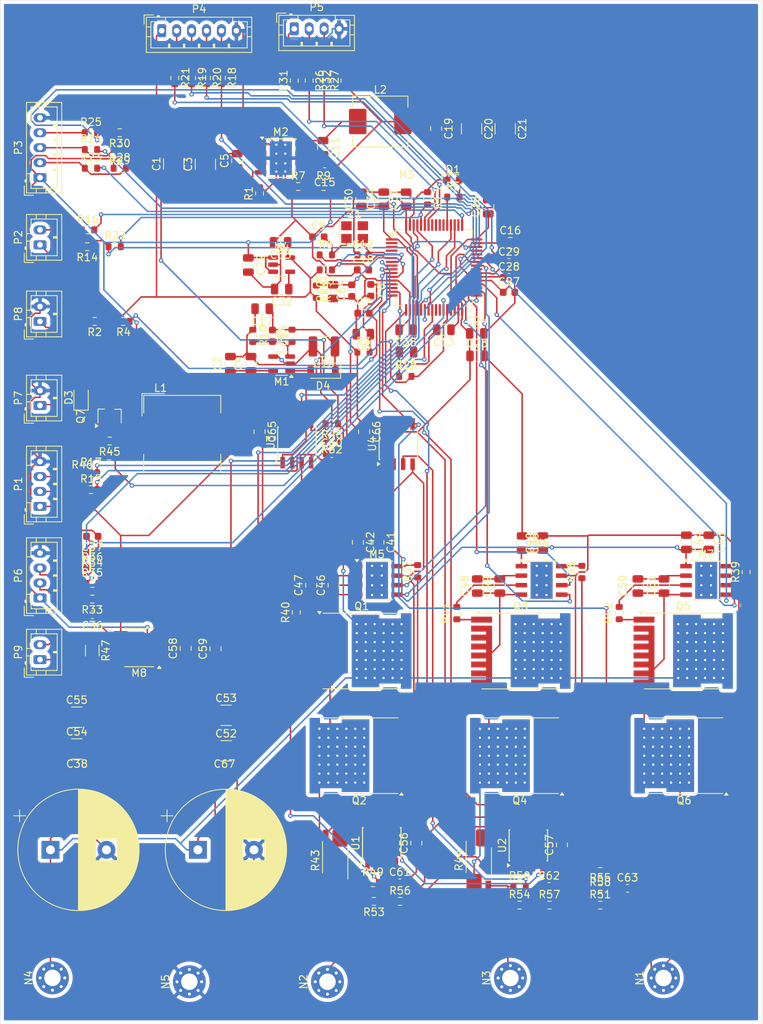
<source format=kicad_pcb>
(kicad_pcb (version 20240108) (generator "pcbnew") (generator_version "8.0")
  (layers (0 "F.Cu" signal) (31 "B.Cu" signal) (34 "B.Paste" user) (35 "F.Paste" user) (36 "B.SilkS" user "B.Silkscreen") (37 "F.SilkS" user "F.Silkscreen") (38 "B.Mask" user) (39 "F.Mask" user) (44 "Edge.Cuts" user))
  (net 0 "")
  (net 1 "+48V")
  (net 2 "GND")
  (net 3 "+5V")
  (net 4 "Net-(M3-V_DDA)")
  (net 5 "Net-(M3-PA0{slash}WKUP{slash}ADC_IN0)")
  (net 6 "Net-(C9-Pad2)")
  (net 7 "+12V")
  (net 8 "Net-(M2-BST)")
  (net 9 "Net-(M2-SW)")
  (net 10 "Net-(M3-OSC_IN)")
  (net 11 "Net-(M3-V_CAP1)")
  (net 12 "Net-(M1-FB)")
  (net 13 "Net-(M2-FB)")
  (net 14 "Net-(M3-V_CAP2)")
  (net 15 "NRST")
  (net 16 "+3.3V")
  (net 17 "Net-(M3-PC6{slash}TIM3_CH1)")
  (net 18 "Net-(M3-PC7{slash}TIM3_CH2)")
  (net 19 "Net-(M3-PC8{slash}TIM3_CH3)")
  (net 20 "Net-(M4-NR{slash}FB)")
  (net 21 "ADC_ANG")
  (net 22 "ADC_BRK")
  (net 23 "Net-(M5-HS)")
  (net 24 "Net-(M5-HB)")
  (net 25 "Net-(M6-HB)")
  (net 26 "Net-(M6-HS)")
  (net 27 "Net-(M7-HB)")
  (net 28 "TERMINAL_C")
  (net 29 "Net-(U3B-+)")
  (net 30 "Net-(U3A-+)")
  (net 31 "Net-(U4A-+)")
  (net 32 "Net-(U4B-+)")
  (net 33 "PCB_NTC")
  (net 34 "Net-(D1-Pad2)")
  (net 35 "Net-(Q7-D)")
  (net 36 "Net-(D4-A)")
  (net 37 "12V_EN")
  (net 38 "Net-(M2-RON)")
  (net 40 "BOOT")
  (net 41 "Net-(M3-OSC_OUT)")
  (net 45 "Net-(M3-PB7{slash}I2C1_SDA{slash}TIM4_CH2)")
  (net 46 "VOLTAGE_B")
  (net 47 "Net-(M3-PA4{slash}SPI1_NSS{slash}DAC_OUT1)")
  (net 49 "Net-(M3-PB6{slash}I2C1_SCL{slash}TIM4_CH1)")
  (net 50 "FET_AL")
  (net 51 "CURRENT_B")
  (net 53 "FET_CL")
  (net 55 "Net-(M3-PC10{slash}USART3_TX)")
  (net 56 "CAN_TX")
  (net 59 "FAN")
  (net 61 "Net-(M3-PA6{slash}SPI1_MISO)")
  (net 62 "Net-(M3-PA13{slash}SWDIO)")
  (net 63 "LED")
  (net 65 "FET_CH")
  (net 66 "CURRENT_A")
  (net 67 "FET_BL")
  (net 69 "FET_AH")
  (net 70 "CAN_RX")
  (net 71 "Net-(M3-PC11{slash}USART3_RX)")
  (net 72 "Net-(M3-PA5{slash}SPI1_SCK{slash}DAC_OUT2)")
  (net 73 "Net-(M3-PA7{slash}SPI1_MOSI)")
  (net 74 "VOLTAGE_U")
  (net 76 "VOLTAGE_C")
  (net 78 "Net-(M3-PA14{slash}SWCLK)")
  (net 79 "VOLTAGE_A")
  (net 82 "FET_BH")
  (net 83 "Net-(M5-HO)")
  (net 84 "Net-(M5-LO)")
  (net 85 "Net-(M6-HO)")
  (net 86 "Net-(M6-LO)")
  (net 87 "Net-(M7-LO)")
  (net 88 "Net-(M7-HO)")
  (net 89 "Net-(M8-CANH)")
  (net 90 "Net-(M8-CANL)")
  (net 91 "TERMINAL_A")
  (net 92 "TERMINAL_B")
  (net 93 "USART_RX")
  (net 94 "USART_TX")
  (net 95 "SWCLK")
  (net 96 "SWDIO")
  (net 97 "HALL_C")
  (net 98 "HALL_B")
  (net 99 "HALL_A")
  (net 100 "SPI_MOSI")
  (net 101 "SPI_SCK")
  (net 102 "SPI_MISO")
  (net 103 "SPI_NSS")
  (net 104 "IN_DIR")
  (net 105 "IN_PPM")
  (net 106 "Net-(P6-Pad3)")
  (net 107 "Net-(P6-Pad2)")
  (net 108 "EXT_NTC")
  (net 109 "Net-(Q1-G)")
  (net 110 "Net-(Q2-G)")
  (net 111 "Net-(Q3-G)")
  (net 112 "Net-(Q4-G)")
  (net 113 "Net-(Q5-G)")
  (net 114 "Net-(Q6-G)")
  (net 115 "Net-(Q7-G)")
  (net 116 "Net-(U1-_)")
  (net 117 "Net-(U1-+)")
  (net 118 "Net-(U2-_)")
  (net 119 "Net-(U2-+)")
  (net 120 "NC")
  (footprint "Capacitor_SMD:C_0805_2012Metric" (layer "F.Cu") (at 136.583274 66.633274 90)
    (property "Reference" "C4")
    (property "Value" "0.1uF 25v")
  )
  (footprint "Resistor_SMD:R_0603_1608Metric" (layer "F.Cu") (at 119.008274 40.483274)
    (property "Reference" "R28")
    (property "Value" "1K")
  )
  (footprint "Connector_JST:JST_PH_B2B-PH-K_1x02_P2.00mm_Vertical" (layer "F.Cu") (at 108.333274 60.983274 90)
    (property "Reference" "P8")
    (property "Value" "NTC")
  )
  (footprint "Resistor_SMD:R_0603_1608Metric" (layer "F.Cu") (at 114.658274 50.983274 180)
    (property "Reference" "R14")
    (property "Value" "330")
  )
  (footprint "Capacitor_SMD:C_0603_1608Metric" (layer "F.Cu") (at 145.608274 49.683274)
    (property "Reference" "C9")
    (property "Value" "12pF")
  )
  (footprint "Capacitor_SMD:C_0805_2012Metric" (layer "F.Cu") (at 153.653274 90.533274 -90)
    (property "Reference" "C41")
    (property "Value" "0.1uF 25v")
  )
  (footprint "Capacitor_SMD:C_0805_2012Metric" (layer "F.Cu") (at 140.700774 56.653274 180)
    (property "Reference" "C32")
    (property "Value" "0.1uF 25v")
  )
  (footprint "Crystal:Crystal_SMD_3225-4Pin_3.2x2.5mm" (layer "F.Cu") (at 150.468274 49.033274)
    (property "Reference" "Z1")
    (property "Value" "12MHz")
  )
  (footprint "Resistor_SMD:R_0603_1608Metric" (layer "F.Cu") (at 160.233274 44.508274 -90)
    (property "Reference" "R13")
    (property "Value" "10K")
  )
  (footprint "MountingHole:MountingHole_2.2mm_M2_Pad_Via" (layer "F.Cu") (at 171.333274 148.833274 90)
    (property "Reference" "N3")
    (property "Value" "PAD4")
  )
  (footprint "Package_SO:SOIC-8_3.9x4.9mm_P1.27mm" (layer "F.Cu") (at 121.608274 104.618274 180)
    (property "Reference" "M8")
    (property "Value" "SN65HVD256")
  )
  (footprint "Capacitor_SMD:C_0805_2012Metric" (layer "F.Cu") (at 146.233274 37.733274 -90)
    (property "Reference" "C11")
    (property "Value" "2.2nF 50v")
  )
  (footprint "Package_QFP:LQFP-64_10x10mm_P0.5mm" (layer "F.Cu") (at 161.118274 53.763274)
    (property "Reference" "M3")
    (property "Value" "STM32F405RG")
  )
  (footprint "Package_TO_SOT_SMD:TSOT-23" (layer "F.Cu") (at 117.633274 73.673274 90)
    (property "Reference" "Q7")
    (property "Value" "IRLML6401")
  )
  (footprint "Package_TO_SOT_SMD:SOT-23-5" (layer "F.Cu") (at 140.695774 53.383274)
    (property "Reference" "M4")
    (property "Value" "TPS73633")
  )
  (footprint "Capacitor_SMD:C_0805_2012Metric" (layer "F.Cu") (at 157.368274 44.638274 90)
    (property "Reference" "C31")
    (property "Value" "0.1uF 25v")
  )
  (footprint "Resistor_SMD:R_0805_2012Metric" (layer "F.Cu") (at 147.583274 56.995774 90)
    (property "Reference" "R60")
    (property "Value" "10K NTC")
  )
  (footprint "Resistor_SMD:R_0603_1608Metric" (layer "F.Cu") (at 115.333274 91.833274 180)
    (property "Reference" "R34")
    (property "Value" "10K 1%")
  )
  (footprint "Capacitor_SMD:C_0805_2012Metric" (layer "F.Cu") (at 137.733274 75.733274 -90)
    (property "Reference" "C65")
    (property "Value" "0.1uF 25v")
  )
  (footprint "Inductor_SMD:L_Abracon_ASPI-0630LR" (layer "F.Cu") (at 153.908274 34.233274)
    (property "Reference" "L2")
    (property "Value" "22uH")
  )
  (footprint "Package_SO:Texas_HSOP-8-1EP_3.9x4.9mm_P1.27mm_ThermalVias" (layer "F.Cu") (at 153.453274 95.633274)
    (property "Reference" "M5")
    (property "Value" "UCC27211A")
  )
  (footprint "Capacitor_SMD:C_0603_1608Metric" (layer "F.Cu") (at 147.408274 78.683274)
    (property "Reference" "C60")
    (property "Value" "1nF C0G")
  )
  (footprint "Capacitor_SMD:C_0805_2012Metric" (layer "F.Cu") (at 169.903274 96.383274 90)
    (property "Reference" "C49")
    (property "Value" "0.1uF 25v")
  )
  (footprint "Capacitor_SMD:C_0805_2012Metric" (layer "F.Cu") (at 144.653274 96.283274 90)
    (property "Reference" "C47")
    (property "Value" "0.1uF 25v")
  )
  (footprint "Package_SO:SOIC-8-N7_3.9x4.9mm_P1.27mm" (layer "F.Cu") (at 142.733274 77.183274 90)
    (property "Reference" "U3")
    (property "Value" "AD8539")
  )
  (footprint "Resistor_SMD:R_0603_1608Metric" (layer "F.Cu") (at 202.903274 94.508274 90)
    (property "Reference" "R39")
    (property "Value" "2")
  )
  (footprint "Capacitor_SMD:C_0805_2012Metric" (layer "F.Cu") (at 147.653274 96.283274 90)
    (property "Reference" "C46")
    (property "Value" "4.7uF 25v")
  )
  (footprint "Capacitor_SMD:C_0805_2012Metric" (layer "F.Cu") (at 133.833274 66.633274 90)
    (property "Reference" "C2")
    (property "Value" "4.7uF 16v")
  )
  (footprint "Capacitor_SMD:C_0805_2012Metric" (layer "F.Cu") (at 158.733274 130.783274 90)
    (property "Reference" "C56")
    (property "Value" "0.1uF 25v")
  )
  (footprint "Resistor_SMD:R_0603_1608Metric" (layer "F.Cu") (at 172.558274 139.083274)
    (property "Reference" "R54")
    (property "Value" "22K 1%")
  )
  (footprint "Resistor_SMD:R_0603_1608Metric" (layer "F.Cu") (at 115.333274 93.933274)
    (property "Reference" "R36")
    (property "Value" "10K 1%")
  )
  (footprint "Capacitor_SMD:C_0603_1608Metric" (layer "F.Cu") (at 151.593274 52.088274)
    (property "Reference" "C12")
    (property "Value" "12pF")
  )
  (footprint "Capacitor_SMD:C_0603_1608Metric" (layer "F.Cu") (at 139.455274 62.908274 -90)
    (property "Reference" "C14")
    (property "Value" "180pF")
  )
  (footprint "Package_TO_SOT_SMD:Infineon_PG-HSOF-8-1_ThermalVias" (layer "F.Cu") (at 194.583274 119.083274 180)
    (property "Reference" "Q6")
    (property "Value" "IPT010N08NM5")
  )
  (footprint "Capacitor_SMD:C_1210_3225Metric" (layer "F.Cu") (at 170.633274 35.208274 -90)
    (property "Reference" "C21")
    (property "Value" "47uF 10v")
  )
  (footprint "Connector_JST:JST_PH_B2B-PH-K_1x02_P2.00mm_Vertical" (layer "F.Cu") (at 108.333274 50.733274 90)
    (property "Reference" "P2")
    (property "Value" "SWD")
  )
  (footprint "Resistor_SMD:R_0603_1608Metric" (layer "F.Cu") (at 117.583274 78.983274 180)
    (property "Reference" "R46")
    (property "Value" "1K")
  )
  (footprint "Capacitor_SMD:C_0805_2012Metric" (layer "F.Cu") (at 171.318274 50.488274)
    (property "Reference" "C16")
    (property "Value" "0.1uF 25v")
  )
  (footprint "Capacitor_SMD:C_0805_2012Metric" (layer "F.Cu") (at 197.903274 90.533274 -90)
    (property "Reference" "C43")
    (property "Value" "0.1uF 25v")
  )
  (footprint "Capacitor_SMD:C_0603_1608Metric" (layer "F.Cu") (at 115.333274 100.233274 180)
    (property "Reference" "C36")
    (property "Value" "0.01uF 25v")
  )
  (footprint "Capacitor_SMD:C_1210_3225Metric" (layer "F.Cu") (at 113.258274 113.933274)
    (property "Reference" "C55")
    (property "Value" "4.7uF 100v")
  )
  (footprint "Capacitor_THT:CP_Radial_D16.0mm_P7.50mm" (layer "F.Cu") (at 109.733274 131.683274)
    (property "Reference" "C38")
    (property "Value" "680uF 80v")
  )
  (footprint "Capacitor_SMD:C_0603_1608Metric" (layer "F.Cu") (at 115.333274 89.733274 180)
    (property "Reference" "C37")
    (property "Value" "0.01uF 25v")
  )
  (footprint "Package_SO:TI_SO-PowerPAD-8_ThermalVias" (layer "F.Cu") (at 140.583274 39.133274)
    (property "Reference" "M2")
    (property "Value" "LM5164")
  )
  (footprint "Resistor_SMD:R_0603_1608Metric" (layer "F.Cu") (at 183.358274 139.083274)
    (property "Reference" "R51")
    (property "Value" "470K 1%")
  )
  (footprint "Resistor_SMD:R_1206_3216Metric" (layer "F.Cu") (at 115.333274 105.020774 -90)
    (property "Reference" "R47")
    (property "Value" "470")
  )
  (footprint "Resistor_SMD:R_0603_1608Metric" (layer "F.Cu") (at 146.308274 42.933274)
    (property "Reference" "R9")
    (property "Value" "100K 1%")
  )
  (footprint "Resistor_SMD:R_0603_1608Metric" (layer "F.Cu") (at 115.158274 83.483274)
    (property "Reference" "R15")
    (property "Value" "330")
  )
  (footprint "Package_SO:SOIC-8-N7_3.9x4.9mm_P1.27mm" (layer "F.Cu") (at 154.098274 130.783274 90)
    (property "Reference" "U1")
    (property "Value" "AD8418")
  )
  (footprint "Capacitor_SMD:C_0603_1608Metric" (layer "F.Cu") (at 151.593274 54.088274)
    (property "Reference" "C18")
    (property "Value" "0.01uF 25v")
  )
  (footprint "Inductor_SMD:L_Bourns_SRP1050WA" (layer "F.Cu") (at 127.383274 75.983274)
    (property "Reference" "L1")
    (property "Value" "10uH")
  )
  (footprint "Resistor_SMD:R_0603_1608Metric" (layer "F.Cu") (at 146.608274 54.083274 180)
    (property "Reference" "R11")
    (property "Value" "10K")
  )
  (footprint "Connector_JST:JST_PH_B4B-PH-K_1x04_P2.00mm_Vertical" (layer "F.Cu") (at 142.383274 21.833274)
    (property "Reference" "P5")
    (property "Value" "PPM")
  )
  (footprint "Resistor_SMD:R_0603_1608Metric" (layer "F.Cu") (at 147.408274 76.683274 180)
    (property "Reference" "R52")
    (property "Value" "22K 1%")
  )
  (footprint "Connector_JST:JST_PH_B2B-PH-K_1x02_P2.00mm_Vertical" (layer "F.Cu") (at 108.333274 72.233274 90)
    (property "Reference" "P7")
    (property "Value" "FAN")
  )
  (footprint "Resistor_SMD:R_0603_1608Metric" (layer "F.Cu") (at 126.383274 28.408274 -90)
    (property "Reference" "R21")
    (property "Value" "330")
  )
  (footprint "Package_SO:SOIC-8-N7_3.9x4.9mm_P1.27mm" (layer "F.Cu") (at 173.733274 131.083274 90)
    (property "Reference" "U2")
    (property "Value" "AD8418")
  )
  (footprint "Resistor_SMD:R_0603_1608Metric" (layer "F.Cu") (at 115.158274 81.233274)
    (property "Reference" "R17")
    (property "Value" "330")
  )
  (footprint "Resistor_SMD:R_0603_1608Metric" (layer "F.Cu") (at 115.158274 40.483274)
    (property "Reference" "R23")
    (property "Value" "1K")
  )
  (footprint "Capacitor_SMD:C_1210_3225Metric" (layer "F.Cu") (at 126.233274 39.908274 90)
    (property "Reference" "C1")
    (property "Value" "2.2uF 100v")
  )
  (footprint "Capacitor_SMD:C_0805_2012Metric" (layer "F.Cu") (at 191.903274 96.383274 90)
    (property "Reference" "C51")
    (property "Value" "0.1uF 25v")
  )
  (footprint "Capacitor_SMD:C_1210_3225Metric" (layer "F.Cu") (at 133.258274 113.683274)
    (property "Reference" "C53")
    (property "Value" "4.7uF 100v")
  )
  (footprint "Capacitor_SMD:C_0603_1608Metric" (layer "F.Cu") (at 171.143274 57.088274)
    (property "Reference" "C27")
    (property "Value" "0.01uF 25v")
  )
  (footprint "Capacitor_SMD:C_0805_2012Metric" (layer "F.Cu") (at 154.368274 44.633274 90)
    (property "Reference" "C34")
    (property "Value" "0.1uF 25v")
  )
  (footprint "Capacitor_SMD:C_1210_3225Metric" (layer "F.Cu") (at 133.258274 118.433274)
    (property "Reference" "C52")
    (property "Value" "4.7uF 100v")
  )
  (footprint "Capacitor_SMD:C_0805_2012Metric" (layer "F.Cu") (at 140.550774 50.403274 180)
    (property "Reference" "C33")
    (property "Value" "0.1uF 25v")
  )
  (footprint "Capacitor_SMD:C_0805_2012Metric" (layer "F.Cu") (at 151.368274 44.638274 90)
    (property "Reference" "C30")
    (property "Value" "4.7uF 16v")
  )
  (footprint "Resistor_SMD:R_0603_1608Metric" (layer "F.Cu") (at 153.058274 138.583274 180)
    (property "Reference" "R53")
    (property "Value" "22K 1%")
  )
  (footprint "Package_TO_SOT_SMD:Infineon_PG-HSOF-8-1_ThermalVias" (layer "F.Cu") (at 151.083274 119.083274 180)
    (property "Reference" "Q2")
    (property "Value" "IPT010N08NM5")
  )
  (footprint "Resistor_SMD:R_0603_1608Metric" (layer "F.Cu") (at 144.383274 28.758274 -90)
    (property "Reference" "R26")
    (property "Value" "330")
  )
  (footprint "Resistor_SMD:R_0603_1608Metric" (layer "F.Cu") (at 118.333274 50.983274 180)
    (property "Reference" "R22")
    (property "Value" "1")
  )
  (footprint "Capacitor_SMD:C_0805_2012Metric" (layer "F.Cu") (at 161.383274 35.183274 -90)
    (property "Reference" "C19")
    (property "Value" "1uF 25v")
  )
  (footprint "Resistor_SMD:R_0603_1608Metric" (layer "F.Cu") (at 164.153274 100.008274 90)
    (property "Reference" "R41")
    (property "Value" "2")
  )
  (footprint "Resistor_SMD:R_0603_1608Metric" (layer "F.Cu") (at 142.083274 62.908274 90)
    (property "Reference" "R8")
    (property "Value" "100K 1%")
  )
  (footprint "Resistor_SMD:R_0603_1608Metric" (layer "F.Cu") (at 163.693274 44.338274)
    (property "Reference" "R5")
    (property "Value" "1K")
  )
  (footprint "Resistor_SMD:R_0603_1608Metric" (layer "F.Cu") (at 146.608274 52.083274)
    (property "Reference" "R6")
    (property "Value" "1K")
  )
  (footprint "Resistor_SMD:R_Shunt_Vishay_WSK2512_6332Metric_T1.19mm" (layer "F.Cu") (at 147.868274 133.098274 90)
    (property "Reference" "R43")
    (property "Value" "0.0005 1%")
  )
  (footprint "Resistor_SMD:R_0603_1608Metric" (layer "F.Cu") (at 183.358274 134.583274 180)
    (property "Reference" "R58")
    (property "Value" "470K 1%")
  )
  (footprint "Resistor_SMD:R_0603_1608Metric" (layer "F.Cu") (at 157.258274 68.333274)
    (property "Reference" "R12")
    (property "Value" "10K")
  )
  (footprint "Capacitor_SMD:C_0805_2012Metric" (layer "F.Cu") (at 172.903274 90.633274 -90)
    (property "Reference" "C39")
    (property "Value" "0.1uF 25v")
  )
  (footprint "Capacitor_THT:CP_Radial_D16.0mm_P7.50mm" (layer "F.Cu") (at 129.483274 131.683274)
    (property "Reference" "C67")
    (property "Value" "680uF 80v")
  )
  (footprint "Resistor_SMD:R_0603_1608Metric" (layer "F.Cu") (at 115.333274 98.133274 180)
    (property "Reference" "R33")
    (property "Value" "10K 1%")
  )
  (footprint "Capacitor_SMD:C_0805_2012Metric" (layer "F.Cu") (at 157.418274 65.088274 180)
    (property "Reference" "C25")
    (property "Value" "4.7uF 16v")
  )
  (footprint "Capacitor_SMD:C_0603_1608Metric" (layer "F.Cu") (at 171.143274 53.088274)
    (property "Reference" "C29")
    (property "Value" "0.01uF 25v")
  )
  (footprint "Capacitor_SMD:C_0603_1608Metric" (layer "F.Cu") (at 156.508274 136.083274)
    (property "Reference" "C61")
    (property "Value" "1nF C0G")
  )
  (footprint "Package_TO_SOT_SMD:SOT-23-5" (layer "F.Cu") (at 140.695774 66.633274 180)
    (property "Reference" "M1")
    (property "Value" "TPS61040")
  )
  (footprint "Capacitor_SMD:C_0805_2012Metric" (layer "F.Cu") (at 127.833274 104.733274 90)
    (property "Reference" "C58")
    (property "Value" "0.1uF 25v")
  )
  (footprint "Capacitor_SMD:C_0603_1608Metric" (layer "F.Cu") (at 146.458274 40.933274 180)
    (property "Reference" "C15")
    (property "Value" "180pF")
  )
  (footprint "Resistor_SMD:R_0603_1608Metric" (layer "F.Cu") (at 152.908274 136.083274)
    (property "Reference" "R49")
    (property "Value" "470K 1%")
  )
  (footprint "Resistor_SMD:R_0603_1608Metric" (layer "F.Cu") (at 130.633274 28.408274 -90)
    (property "Reference" "R20")
    (property "Value" "330")
  )
  (footprint "Capacitor_SMD:C_0603_1608Metric" (layer "F.Cu") (at 171.143274 55.088274)
    (property "Reference" "C28")
    (property "Value" "0.01uF 25v")
  )
  (footprint "Capacitor_SMD:C_0805_2012Metric" (layer "F.Cu") (at 194.903274 90.533274 -90)
    (property "Reference" "C44")
    (property "Value" "1uF 25v")
  )
  (footprint "Connector_JST:JST_PH_B2B-PH-K_1x02_P2.00mm_Vertical" (layer "F.Cu") (at 108.333274 106.233274 90)
    (property "Reference" "P9")
    (property "Value" "CAN")
  )
  (footprint "Capacitor_SMD:C_0805_2012Metric" (layer "F.Cu") (at 166.868274 65.588274)
    (property "Reference" "C23")
    (property "Value" "4.7uF 16v")
  )
  (footprint "Package_TO_SOT_SMD:Infineon_PG-HSOF-8-1_ThermalVias" (layer "F.Cu") (at 172.723274 105.083274)
    (property "Reference" "Q3")
    (property "Value" "IPT010N08NM5")
  )
  (footprint "Package_TO_SOT_SMD:Infineon_PG-HSOF-8-1_ThermalVias" (layer "F.Cu") (at 194.473274 105.083274)
    (property "Reference" "Q5")
    (property "Value" "IPT010N08NM5")
  )
  (footprint "Capacitor_SMD:C_1210_3225Metric" (layer "F.Cu") (at 146.358274 64.333274 180)
    (property "Reference" "C10")
    (property "Value" "10uF 25v")
  )
  (footprint "Capacitor_SMD:C_0603_1608Metric" (layer "F.Cu") (at 152.633274 56.808274 -90)
    (property "Reference" "C8")
    (property "Value" "0.01uF 25v")
  )
  (footprint "Capacitor_SMD:C_0805_2012Metric" (layer "F.Cu") (at 134.733274 39.483274 90)
    (property "Reference" "C5")
    (property "Value" "0.1uF 100v")
  )
  (footprint "LED_SMD:LED_0603_1608Metric" (layer "F.Cu") (at 163.655774 42.088274)
    (property "Reference" "D1")
    (property "Value" "LED")
  )
  (footprint "Resistor_SMD:R_0603_1608Metric" (layer "F.Cu") (at 117.658274 76.983274 180)
    (property "Reference" "R45")
    (property "Value" "47K")
  )
  (footprint "MountingHole:MountingHole_2.2mm_M2_Pad_Via" (layer "F.Cu") (at 146.833274 149.333274 90)
    (property "Reference" "N2")
    (property "Value" "PAD4")
  )
  (footprint "Capacitor_SMD:C_0805_2012Metric" (layer "F.Cu") (at 150.903274 90.533274 -90)
    (property "Reference" "C42")
    (property "Value" "1uF 25v")
  )
  (footprint "Capacitor_SMD:C_0603_1608Metric" (layer "F.Cu") (at 176.508274 136.583274)
    (property "Reference" "C62")
    (property "Value" "1nF C0G")
  )
  (footprint "Capacitor_SMD:C_0805_2012Metric" (layer "F.Cu") (at 166.903274 96.383274 90)
    (property "Reference" "C48")
    (property "Value" "4.7uF 25v")
  )
  (footprint "Resistor_SMD:R_0603_1608Metric" (layer "F.Cu") (at 156.558274 138.583274)
    (property "Reference" "R56")
    (property "Value" "470K 1%")
  )
  (footprint "Resistor_SMD:R_0603_1608Metric" (layer "F.Cu") (at 136.827274 62.908274 -90)
    (property "Reference" "R10")
    (property "Value" "13.7K 1%")
  )
  (footprint "Package_SO:Texas_HSOP-8-1EP_3.9x4.9mm_P1.27mm_ThermalVias" (layer "F.Cu") (at 175.503274 95.633274)
    (property "Reference" "M6")
    (property "Value" "UCC27211A")
  )
  (footprint "Resistor_SMD:R_0603_1608Metric" (layer "F.Cu") (at 180.903274 94.508274 90)
    (property "Reference" "R38")
    (property "Value" "2")
  )
  (footprint "Resistor_SMD:R_0603_1608Metric" (layer "F.Cu") (at 115.158274 35.733274)
    (property "Reference" "R25")
    (property "Value" "1K")
  )
  (footprint "Resistor_SMD:R_0603_1608Metric" (layer "F.Cu") (at 119.008274 37.983274 180)
    (property "Reference" "R29")
    (property "Value" "1K")
  )
  (footprint "Package_TO_SOT_SMD:Infineon_PG-HSOF-8-1_ThermalVias" (layer "F.Cu") (at 151.423274 105.083274)
    (property "Reference" "Q1")
    (property "Value" "IPT010N08NM5")
  )
  (footprint "Resistor_SMD:R_0603_1608Metric" (layer "F.Cu") (at 128.633274 28.408274 -90)
    (property "Reference" "R19")
    (property "Value" "330")
  )
  (footprint "Capacitor_SMD:C_1210_3225Metric" (layer "F.Cu") (at 166.133274 35.208274 -90)
    (property "Reference" "C20")
    (property "Value" "47uF 10v")
  )
  (footprint "Package_TO_SOT_SMD:Infineon_PG-HSOF-8-1_ThermalVias" (layer "F.Cu") (at 172.583274 119.083274 180)
    (property "Reference" "Q4")
    (property "Value" "IPT010N08NM5")
  )
  (footprint "Resistor_SMD:R_0603_1608Metric" (layer "F.Cu") (at 158.903274 94.408274 90)
    (property "Reference" "R37")
    (property "Value" "2")
  )
  (footprint "Resistor_SMD:R_0603_1608Metric" (layer "F.Cu") (at 119.008274 35.733274 180)
    (property "Reference" "R30")
    (property "Value" "1K")
  )
  (footprint "Capacitor_SMD:C_0603_1608Metric" (layer "F.Cu") (at 151.658274 59.883274)
    (property "Reference" "C7")
    (property "Value" "0.01uF 25v")
  )
  (footprint "Resistor_SMD:R_0603_1608Metric" (layer "F.Cu") (at 119.508274 60.983274 180)
    (property "Reference" "R4")
    (property "Value" "330")
  )
  (footprint "Connector_JST:JST_PH_B4B-PH-K_1x04_P2.00mm_Vertical" (layer "F.Cu") (at 108.333274 97.983274 90)
    (property "Reference" "P6")
    (property "Value" "ANALOG")
  )
  (footprint "Resistor_SMD:R_0603_1608Metric" (layer "F.Cu") (at 148.133274 28.758274 90)
    (property "Reference" "R32")
    (property "Value" "1K")
  )
  (footprint "Capacitor_SMD:C_0805_2012Metric" (layer "F.Cu") (at 166.818274 62.588274)
    (property "Reference" "C24")
    (property "Value" "0.1uF 25v")
  )
  (footprint "Capacitor_SMD:C_1210_3225Metric" (layer "F.Cu") (at 130.483274 39.958274 90)
    (property "Reference" "C3")
    (property "Value" "2.2uF 100v")
  )
  (footprint "Resistor_SMD:R_Shunt_Vishay_WSK2512_6332Metric_T1.19mm" (layer "F.Cu") (at 167.098274 133.068274 90)
    (property "Reference" "R44")
    (property "Value" "0.0005 1%")
  )
  (footprint "Resistor_SMD:R_0603_1608Metric" (layer "F.Cu") (at 137.733274 43.858274 90)
    (property "Reference" "R1")
    (property "Value" "15K")
  )
  (footprint "Capacitor_SMD:C_1210_3225Metric" (layer "F.Cu") (at 113.258274 118.183274)
    (property "Reference" "C54")
    (property "Value" "4.7uF 100v")
  )
  (footprint "MountingHole:MountingHole_2.2mm_M2_Pad_Via" (layer "F.Cu") (at 128.333274 149.333274 90)
    (property "Reference" "N5")
    (property "Value" "PAD4")
  )
  (footprint "Capacitor_SMD:C_0805_2012Metric" (layer "F.Cu") (at 138.083274 59.283274 180)
    (property "Reference" "C17")
    (property "Value" "0.1uF 25v")
  )
  (footprint "Capacitor_SMD:C_0805_2012Metric" (layer "F.Cu") (at 175.653274 90.633274 90)
    (property "Reference" "C40")
    (property "Value" "1uF 25v")
  )
  (footprint "Resistor_SMD:R_0603_1608Metric" (layer "F.Cu") (at 114.758274 48.733274)
    (property "Reference" "R16")
    (property "Value" "330")
  )
  (footprint "Capacitor_SMD:C_0603_1608Metric" (layer "F.Cu") (at 150.083274 56.858274 90)
    (property "Reference" "C64")
    (property "Value" "0.01uF 25v")
  )
  (footprint "Capacitor_SMD:C_0805_2012Metric" (layer "F.Cu") (at 157.368274 62.088274 180)
    (property "Reference" "C35")
    (property "Value" "0.1uF 25v")
  )
  (footprint "Resistor_SMD:R_0603_1608Metric" (layer "F.Cu") (at 151.658274 65.083274)
    (property "Reference" "R3")
    (property "Value" "1")
  )
  (footprint "Diode_SMD:D_SOD-123" (layer "F.Cu") (at 146.233274 67.583274 180)
    (property "Reference" "D4")
    (property "Value" "MBR0530")
  )
  (footprint "Resistor_SMD:R_0603_1608Metric" (layer "F.Cu") (at 146.383274 28.758274 -90)
    (property "Reference" "R27")
    (property "Value" "330")
  )
  (footprint "Connector_JST:JST_PH_B4B-PH-K_1x04_P2.00mm_Vertical" (layer "F.Cu") (at 108.333274 85.733274 90)
    (property "Reference" "P1")
    (property "Value" "USART")
  )
  (footprint "Capacitor_SMD:C_0805_2012Metric" (layer "F.Cu") (at 151.733274 75.733274 -90)
    (property "Reference" "C66")
    (property "Value" "0.1uF 25v")
  )
  (footprint "Capacitor_SMD:C_0805_2012Metric" (layer "F.Cu") (at 168.368274 45.638274 90)
    (property "Reference" "C26")
    (property "Value" "0.1uF 25v")
  )
  (footprint "Resistor_SMD:R_0603_1608Metric" (layer "F.Cu") (at 115.158274 37.983274)
    (property "Reference" "R24")
    (property "Value" "1K")
  )
  (footprint "Capacitor_SMD:C_0805_2012Metric" (layer "F.Cu") (at 188.403274 96.383274 90)
    (property "Reference" "C50")
    (property "Value" "4.7uF 25v")
  )
  (footprint "Capacitor_SMD:C_0805_2012Metric" (layer "F.Cu") (at 151.633274 62.683274 180)
    (property "Reference" "C6")
    (property "Value" "0.1uF 25v")
  )
  (footprint "Resistor_SMD:R_0603_1608Metric" (layer "F.Cu") (at 115.333274 96.033274)
    (property "Reference" "R35")
    (property "Value" "10K 1%")
  )
  (footprint "Capacitor_SMD:C_0805_2012Metric" (layer "F.Cu") (at 162.418274 62.088274 180)
    (property "Reference" "C13")
    (property "Value" "0.1uF 25v")
  )
  (footprint "Capacitor_SMD:C_0805_2012Metric" (layer "F.Cu") (at 178.233274 131.033274 90)
    (property "Reference" "C57")
    (property "Value" "0.1uF 25v")
  )
  (footprint "Package_SO:Texas_HSOP-8-1EP_3.9x4.9mm_P1.27mm_ThermalVias" (layer "F.Cu") (at 197.553274 95.633274)
    (property "Reference" "M7")
    (property "Value" "UCC27211A")
  )
  (footprint "MountingHole:MountingHole_2.2mm_M2_Pad_Via" (layer "F.Cu") (at 191.833274 148.833274 90)
    (property "Reference" "N1")
    (property "Value" "PAD4")
  )
  (footprint "Resistor_SMD:R_0603_1608Metric" (layer "F.Cu") (at 115.658274 60.983274 180)
    (property "Reference" "R2")
    (property "Value" "10K 1%")
  )
  (footprint "Resistor_SMD:R_0603_1608Metric" (layer "F.Cu") (at 183.358274 136.833274)
    (property "Reference" "R55")
    (property "Value" "22K 1%")
  )
  (footprint "Resistor_SMD:R_0603_1608Metric" (layer "F.Cu") (at 142.383274 28.758274 90)
    (property "Reference" "R31")
    (property "Value" "1K")
  )
  (footprint "Capacitor_SMD:C_0805_2012Metric" (layer "F.Cu") (at 136.233274 53.433274 -90)
    (property "Reference" "C22")
    (property "Value" "4.7uF 16v")
  )
  (footprint "Resistor_SMD:R_0603_1608Metric" (layer "F.Cu") (at 145.333274 57.008274 -90)
    (property "Reference" "R59")
    (property "Value" "10K 1%")
  )
  (footprint "Resistor_SMD:R_0603_1608Metric" (layer "F.Cu") (at 176.558274 139.083274)
    (property "Reference" "R57")
    (property "Value" "470K 1%")
  )
  (footprint "Connector_JST:JST_PH_B5B-PH-K_1x05_P2.00mm_Vertical" (layer "F.Cu") (at 108.333274 41.733274 90)
    (property "Reference" "P3")
    (property "Value" "HALL")
  )
  (footprint "Resistor_SMD:R_0603_1608Metric" (layer "F.Cu") (at 132.633274 28.408274 -90)
    (property "Reference" "R18")
    (property "Value" "330")
  )
  (footprint "Connector_JST:JST_PH_B6B-PH-K_1x06_P2.00mm_Vertical" (layer "F.Cu") (at 124.633274 22.083274)
    (property "Reference" "P4")
    (property "Value" "SPI")
  )
  (footprint "Capacitor_SMD:C_0805_2012Metric" (layer "F.Cu") (at 131.833274 104.783274 90)
    (property "Reference" "C59")
    (property "Value" "1uF 25v")
  )
  (footprint "Package_SO:SOIC-8-N7_3.9x4.9mm_P1.27mm" (layer "F.Cu") (at 156.328274 77.383274 90)
    (property "Reference" "U4")
    (property "Value" "AD8539")
  )
  (footprint "Resistor_SMD:R_0603_1608Metric" (layer "F.Cu") (at 142.653274 99.908274 90)
    (property "Reference" "R40")
    (property "Value" "2")
  )
  (footprint "Resistor_SMD:R_0603_1608Metric" (layer "F.Cu") (at 172.558274 136.583274)
    (property "Reference" "R50")
    (property "Value" "470K 1%")
  )
  (footprint "Resistor_SMD:R_0603_1608Metric" (layer "F.Cu") (at 185.903274 100.008274 90)
    (property "Reference" "R42")
    (property "Value" "2")
  )
  (footprint "Resistor_SMD:R_0603_1608Metric" (layer "F.Cu") (at 142.908274 42.933274)
    (property "Reference" "R7")
    (property "Value" "31.5K 1%")
  )
  (footprint "Resistor_SMD:R_0603_1608Metric" (layer "F.Cu") (at 147.408274 74.683274 180)
    (property "Reference" "R48")
    (property "Value" "470K 1%")
  )
  (footprint "Diode_SMD:D_0805_2012Metric" (layer "F.Cu") (at 113.833274 71.170774 90)
    (property "Reference" "D3")
    (property "Value" "1N4448WS")
  )
  (footprint "MountingHole:MountingHole_2.2mm_M2_Pad_Via" (layer "F.Cu") (at 109.999974 148.816574 90)
    (property "Reference" "N4")
    (property "Value" "PAD4")
  )
  (footprint "Capacitor_SMD:C_0603_1608Metric" (layer "F.Cu") (at 187.008274 136.833274)
    (property "Reference" "C63")
    (property "Value" "1nF C0G")
  )
  (gr_rect (start 103 18) (end 205 155) (stroke (width 0.05)) (fill none) (layer "Edge.Cuts"))
  (segment (start 148.233274 71.020774) (end 146.340074 69.127574) (width 0.2) (layer "F.Cu") (net 1))
  (segment (start 199.803274 108.683274) (end 199.803274 107.483274) (width 0.2) (layer "F.Cu") (net 1))
  (segment (start 129.483274 130.181574) (end 131.783274 127.881574) (width 0.2) (layer "F.Cu") (net 1))
  (segment (start 153.153274 105.083274) (end 153.153274 103.883274) (width 0.2) (layer "F.Cu") (net 1))
  (segment (start 111.166674 149.299874) (end 111.166674 149.983274) (width 0.2) (layer "F.Cu") (net 1))
  (segment (start 109.733274 130.932374) (end 109.733274 130.181574) (width 0.2) (layer "F.Cu") (net 1))
  (segment (start 155.553274 102.683274) (end 155.553274 103.883274) (width 0.2) (layer "F.Cu") (net 1))
  (segment (start 155.553274 105.083274) (end 155.223274 105.083274) (width 0.2) (layer "F.Cu") (net 1))
  (segment (start 178.053274 105.083274) (end 178.053274 103.883274) (width 0.2) (layer "F.Cu") (net 1))
  (segment (start 199.803274 105.083274) (end 199.803274 103.883274) (width 0.2) (layer "F.Cu") (net 1))
  (segment (start 109.999974 147.166574) (end 109.999974 148.816574) (width 0.2) (layer "F.Cu") (net 1))
  (segment (start 151.953274 108.683274) (end 151.953274 107.483274) (width 0.2) (layer "F.Cu") (net 1))
  (segment (start 131.783274 127.881574) (end 131.783274 118.433274) (width 0.2) (layer "F.Cu") (net 1))
  (segment (start 153.153274 102.683274) (end 153.153274 101.483274) (width 0.2) (layer "F.Cu") (net 1))
  (segment (start 155.553274 103.883274) (end 155.553274 105.083274) (width 0.2) (layer "F.Cu") (net 1))
  (segment (start 154.353274 105.083274) (end 154.353274 103.883274) (width 0.2) (layer "F.Cu") (net 1))
  (segment (start 109.733274 131.683274) (end 109.733274 146.899874) (width 0.2) (layer "F.Cu") (net 1))
  (segment (start 198.603274 105.083274) (end 198.273274 105.083274) (width 0.2) (layer "F.Cu") (net 1))
  (segment (start 154.353274 108.683274) (end 154.353274 107.483274) (width 0.2) (layer "F.Cu") (net 1))
  (segment (start 156.753274 102.683274) (end 156.753274 101.483274) (width 0.2) (layer "F.Cu") (net 1))
  (segment (start 199.803274 107.483274) (end 199.803274 106.283274) (width 0.2) (layer "F.Cu") (net 1))
  (segment (start 151.953274 106.283274) (end 151.953274 105.083274) (width 0.2) (layer "F.Cu") (net 1))
  (segment (start 199.803274 106.283274) (end 199.803274 105.083274) (width 0.2) (layer "F.Cu") (net 1))
  (segment (start 126.283274 38.483274) (end 130.483274 38.483274) (width 0.2) (layer "F.Cu") (net 1))
  (segment (start 178.053274 107.483274) (end 178.053274 106.283274) (width 0.2) (layer "F.Cu") (net 1))
  (segment (start 137.883274 39.768274) (end 137.883274 38.498274) (width 0.2) (layer "F.Cu") (net 1))
  (segment (start 130.533274 38.533274) (end 134.733274 38.533274) (width 0.2) (layer "F.Cu") (net 1))
  (segment (start 134.733274 38.533274) (end 136.771574 38.533274) (width 0.2) (layer "F.Cu") (net 1))
  (segment (start 109.733274 146.899874) (end 109.999974 147.166574) (width 0.2) (layer "F.Cu") (net 1))
  (segment (start 178.053274 108.683274) (end 178.053274 107.483274) (width 0.2) (layer "F.Cu") (net 1))
  (segment (start 155.553274 108.683274) (end 155.553274 107.483274) (width 0.2) (layer "F.Cu") (net 1))
  (segment (start 153.153274 106.283274) (end 153.153274 105.083274) (width 0.2) (layer "F.Cu") (net 1))
  (segment (start 108.833274 147.649874) (end 108.349974 148.133174) (width 0.2) (layer "F.Cu") (net 1))
  (segment (start 154.353274 106.283274) (end 154.353274 107.483274) (width 0.2) (layer "F.Cu") (net 1))
  (segment (start 111.649974 148.133174) (end 111.649974 148.816574) (width 0.2) (layer "F.Cu") (net 1))
  (segment (start 151.953274 107.483274) (end 151.953274 106.283274) (width 0.2) (layer "F.Cu") (net 1))
  (segment (start 156.753274 103.883274) (end 156.753274 102.683274) (width 0.2) (layer "F.Cu") (net 1))
  (segment (start 146.340074 69.127574) (end 146.340074 63.456474) (width 0.2) (layer "F.Cu") (net 1))
  (segment (start 155.553274 107.483274) (end 155.553274 106.283274) (width 0.2) (layer "F.Cu") (net 1))
  (segment (start 156.753274 106.283274) (end 156.753274 105.083274) (width 0.2) (layer "F.Cu") (net 1))
  (segment (start 154.353274 103.883274) (end 154.353274 102.683274) (width 0.2) (layer "F.Cu") (net 1))
  (segment (start 155.553274 106.283274) (end 155.553274 105.083274) (width 0.2) (layer "F.Cu") (net 1))
  (segment (start 126.233274 38.433274) (end 126.283274 38.483274) (width 0.2) (layer "F.Cu") (net 1))
  (segment (start 178.053274 102.683274) (end 178.053274 101.483274) (width 0.2) (layer "F.Cu") (net 1))
  (segment (start 199.803274 102.683274) (end 199.803274 101.483274) (width 0.2) (layer "F.Cu") (net 1))
  (segment (start 153.153274 108.683274) (end 153.153274 107.483274) (width 0.2) (layer "F.Cu") (net 1))
  (segment (start 199.803274 103.883274) (end 199.803274 102.683274) (width 0.2) (layer "F.Cu") (net 1))
  (segment (start 130.483274 38.483274) (end 130.533274 38.533274) (width 0.2) (layer "F.Cu") (net 1))
  (segment (start 148.955474 75.405474) (end 148.955474 94.373474) (width 0.2) (layer "F.Cu") (net 1))
  (segment (start 151.953274 102.683274) (end 151.953274 101.483274) (width 0.2) (layer "F.Cu") (net 1))
  (segment (start 154.353274 102.683274) (end 154.353274 101.483274) (width 0.2) (layer "F.Cu") (net 1))
  (segment (start 176.853274 105.083274) (end 176.523274 105.083274) (width 0.2) (layer "F.Cu") (net 1))
  (segment (start 111.166674 147.649874) (end 111.649974 148.133174) (width 0.2) (layer "F.Cu") (net 1))
  (segment (start 148.233274 74.683274) (end 148.955474 75.405474) (width 0.2) (layer "F.Cu") (net 1))
  (segment (start 124.547874 52.821774) (end 124.547874 40.118674) (width 0.2) (layer "F.Cu") (net 1))
  (segment (start 137.883274 38.498274) (end 136.806574 38.498274) (width 0.2) (layer "F.Cu") (net 1))
  (segment (start 155.553274 101.483274) (end 155.553274 102.683274) (width 0.2) (layer "F.Cu") (net 1))
  (segment (start 109.733274 130.181574) (end 111.783274 128.131574) (width 0.2) (layer "F.Cu") (net 1))
  (segment (start 151.953274 105.083274) (end 151.953274 103.883274) (width 0.2) (layer "F.Cu") (net 1))
  (segment (start 178.053274 106.283274) (end 178.053274 105.083274) (width 0.2) (layer "F.Cu") (net 1))
  (segment (start 156.753274 108.683274) (end 156.753274 107.483274) (width 0.2) (layer "F.Cu") (net 1))
  (segment (start 111.783274 118.183274) (end 111.783274 113.933274) (width 0.2) (layer "F.Cu") (net 1))
  (segment (start 131.783274 118.433274) (end 131.783274 113.683274) (width 0.2) (layer "F.Cu") (net 1))
  (segment (start 156.753274 105.083274) (end 156.753274 103.883274) (width 0.2) (layer "F.Cu") (net 1))
  (segment (start 124.547874 40.118674) (end 126.233274 38.433274) (width 0.2) (layer "F.Cu") (net 1))
  (segment (start 129.483274 131.683274) (end 129.483274 130.181574) (width 0.2) (layer "F.Cu") (net 1))
  (segment (start 151.953274 103.883274) (end 151.953274 102.683274) (width 0.2) (layer "F.Cu") (net 1))
  (segment (start 156.753274 107.483274) (end 156.753274 106.283274) (width 0.2) (layer "F.Cu") (net 1))
  (segment (start 111.649974 148.816574) (end 111.166674 149.299874) (width 0.2) (layer "F.Cu") (net 1))
  (segment (start 178.053274 103.883274) (end 178.053274 102.683274) (width 0.2) (layer "F.Cu") (net 1))
  (segment (start 111.783274 128.131574) (end 111.783274 118.183274) (width 0.2) (layer "F.Cu") (net 1))
  (segment (start 148.233274 74.683274) (end 148.233274 71.020774) (width 0.2) (layer "F.Cu") (net 1))
  (segment (start 109.733274 130.932374) (end 109.733274 131.683274) (width 0.2) (layer "F.Cu") (net 1))
  (segment (start 108.349974 148.133174) (end 108.349974 148.816574) (width 0.2) (layer "F.Cu") (net 1))
  (segment (start 153.153274 107.483274) (end 153.153274 106.283274) (width 0.2) (layer "F.Cu") (net 1))
  (segment (start 153.153274 103.883274) (end 153.153274 102.683274) (width 0.2) (layer "F.Cu") (net 1))
  (segment (start 136.771574 38.533274) (end 136.806574 38.498274) (width 0.2) (layer "F.Cu") (net 1))
  (via (at 146.340074 63.456474) (size 0.6) (drill 0.3) (layers "F.Cu" "B.Cu") (net 1))
  (via (at 124.547874 52.821774) (size 0.6) (drill 0.3) (layers "F.Cu" "B.Cu") (net 1))
  (via (at 148.955474 94.373474) (size 0.6) (drill 0.3) (layers "F.Cu" "B.Cu") (net 1))
  (segment (start 151.953274 105.083274) (end 150.753274 105.083274) (width 0.2) (layer "B.Cu") (net 1))
  (segment (start 198.603274 107.483274) (end 197.403274 107.483274) (width 0.2) (layer "B.Cu") (net 1))
  (segment (start 154.353274 107.483274) (end 153.153274 107.483274) (width 0.2) (layer "B.Cu") (net 1))
  (segment (start 129.483274 131.683274) (end 127.981574 131.683274) (width 0.2) (layer "B.Cu") (net 1))
  (segment (start 198.603274 108.683274) (end 197.403274 108.683274) (width 0.2) (layer "B.Cu") (net 1))
  (segment (start 175.653274 101.483274) (end 176.853274 101.483274) (width 0.2) (layer "B.Cu") (net 1))
  (segment (start 156.753274 107.483274) (end 155.553274 107.483274) (width 0.2) (layer "B.Cu") (net 1))
  (segment (start 176.853274 108.683274) (end 175.653274 108.683274) (width 0.2) (layer "B.Cu") (net 1))
  (segment (start 110.483274 149.983274) (end 109.999974 150.466574) (width 0.2) (layer "B.Cu") (net 1))
  (segment (start 198.603274 101.483274) (end 197.403274 101.483274) (width 0.2) (layer "B.Cu") (net 1))
  (segment (start 197.403274 103.883274) (end 196.203274 103.883274) (width 0.2) (layer "B.Cu") (net 1))
  (segment (start 173.253274 107.483274) (end 174.453274 107.483274) (width 0.2) (layer "B.Cu") (net 1))
  (segment (start 198.603274 103.883274) (end 197.403274 103.883274) (width 0.2) (layer "B.Cu") (net 1))
  (segment (start 174.453274 105.083274) (end 175.653274 105.083274) (width 0.2) (layer "B.Cu") (net 1))
  (segment (start 174.453274 102.683274) (end 175.653274 102.683274) (width 0.2) (layer "B.Cu") (net 1))
  (segment (start 195.003274 102.683274) (end 193.803274 102.683274) (width 0.2) (layer "B.Cu") (net 1))
  (segment (start 173.253274 103.883274) (end 174.453274 103.883274) (width 0.2) (layer "B.Cu") (net 1))
  (segment (start 109.999974 147.166574) (end 109.316574 147.166574) (width 0.2) (layer "B.Cu") (net 1))
  (segment (start 173.253274 102.683274) (end 174.453274 102.683274) (width 0.2) (layer "B.Cu") (net 1))
  (segment (start 193.803274 108.683274) (end 178.053274 108.683274) (width 0.2) (layer "B.Cu") (net 1))
  (segment (start 198.273274 105.083274) (end 197.403274 105.083274) (width 0.2) (layer "B.Cu") (net 1))
  (segment (start 176.853274 103.883274) (end 178.053274 103.883274) (width 0.2) (layer "B.Cu") (net 1))
  (segment (start 175.653274 106.283274) (end 176.853274 106.283274) (width 0.2) (layer "B.Cu") (net 1))
  (segment (start 151.953274 107.483274) (end 150.753274 107.483274) (width 0.2) (layer "B.Cu") (net 1))
  (segment (start 151.953274 106.283274) (end 150.753274 106.283274) (width 0.2) (layer "B.Cu") (net 1))
  (segment (start 198.603274 106.283274) (end 197.403274 106.283274) (width 0.2) (layer "B.Cu") (net 1))
  (segment (start 197.403274 102.683274) (end 196.203274 102.683274) (width 0.2) (layer "B.Cu") (net 1))
  (segment (start 174.453274 101.483274) (end 173.253274 101.483274) (width 0.2) (layer "B.Cu") (net 1))
  (segment (start 196.203274 106.283274) (end 195.003274 106.283274) (width 0.2) (layer "B.Cu") (net 1))
  (segment (start 196.203274 107.483274) (end 195.003274 107.483274) (width 0.2) (layer "B.Cu") (net 1))
  (segment (start 197.403274 106.283274) (end 196.203274 106.283274) (width 0.2) (layer "B.Cu") (net 1))
  (segment (start 155.553274 107.483274) (end 154.353274 107.483274) (width 0.2) (layer "B.Cu") (net 1))
  (segment (start 127.130274 130.831974) (end 149.278974 108.683274) (width 0.2) (layer "B.Cu") (net 1))
  (segment (start 155.223274 105.083274) (end 154.353274 105.083274) (width 0.2) (layer "B.Cu") (net 1))
  (segment (start 195.003274 106.283274) (end 193.803274 106.283274) (width 0.2) (layer "B.Cu") (net 1))
  (segment (start 111.166674 147.649874) (end 110.683374 147.166574) (width 0.2) (layer "B.Cu") (net 1))
  (segment (start 196.203274 103.883274) (end 195.003274 103.883274) (width 0.2) (layer "B.Cu") (net 1))
  (segment (start 197.403274 107.483274) (end 196.203274 107.483274) (width 0.2) (layer "B.Cu") (net 1))
  (segment (start 149.278974 108.683274) (end 150.753274 108.683274) (width 0.2) (layer "B.Cu") (net 1))
  (segment (start 150.753274 101.483274) (end 148.955474 99.685474) (width 0.2) (layer "B.Cu") (net 1))
  (segment (start 176.853274 105.083274) (end 176.523274 105.083274) (width 0.2) (layer "B.Cu") (net 1))
  (segment (start 176.853274 106.283274) (end 178.053274 106.283274) (width 0.2) (layer "B.Cu") (net 1))
  (segment (start 199.803274 105.083274) (end 198.603274 105.083274) (width 0.2) (layer "B.Cu") (net 1))
  (segment (start 175.653274 102.683274) (end 176.853274 102.683274) (width 0.2) (layer "B.Cu") (net 1))
  (segment (start 173.253274 108.683274) (end 172.053274 108.683274) (width 0.2) (layer "B.Cu") (net 1))
  (segment (start 153.153274 108.683274) (end 151.953274 108.683274) (width 0.2) (layer "B.Cu") (net 1))
  (segment (start 151.953274 101.483274) (end 150.753274 101.483274) (width 0.2) (layer "B.Cu") (net 1))
  (segment (start 175.653274 103.883274) (end 176.853274 103.883274) (width 0.2) (layer "B.Cu") (net 1))
  (segment (start 108.833274 149.983274) (end 109.516674 149.983274) (width 0.2) (layer "B.Cu") (net 1))
  (segment (start 178.053274 101.483274) (end 176.853274 101.483274) (width 0.2) (layer "B.Cu") (net 1))
  (segment (start 174.453274 108.683274) (end 173.253274 108.683274) (width 0.2) (layer "B.Cu") (net 1))
  (segment (start 127.130274 130.831974) (end 127.981574 131.683274) (width 0.2) (layer "B.Cu") (net 1))
  (segment (start 172.053274 102.683274) (end 173.253274 102.683274) (width 0.2) (layer "B.Cu") (net 1))
  (segment (start 174.453274 106.283274) (end 175.653274 106.283274) (width 0.2) (layer "B.Cu") (net 1))
  (segment (start 172.053274 107.483274) (end 173.253274 107.483274) (width 0.2) (layer "B.Cu") (net 1))
  (segment (start 110.683374 147.166574) (end 109.999974 147.166574) (width 0.2) (layer "B.Cu") (net 1))
  (segment (start 172.053274 103.883274) (end 173.253274 103.883274) (width 0.2) (layer "B.Cu") (net 1))
  (segment (start 199.803274 106.283274) (end 198.603274 106.283274) (width 0.2) (layer "B.Cu") (net 1))
  (segment (start 109.516674 149.983274) (end 109.999974 150.466574) (width 0.2) (layer "B.Cu") (net 1))
  (segment (start 196.203274 105.083274) (end 195.003274 105.083274) (width 0.2) (layer "B.Cu") (net 1))
  (segment (start 197.403274 101.483274) (end 196.203274 101.483274) (width 0.2) (layer "B.Cu") (net 1))
  (segment (start 151.953274 102.683274) (end 150.753274 102.683274) (width 0.2) (layer "B.Cu") (net 1))
  (segment (start 196.203274 101.483274) (end 195.003274 101.483274) (width 0.2) (layer "B.Cu") (net 1))
  (segment (start 195.003274 105.083274) (end 193.803274 105.083274) (width 0.2) (layer "B.Cu") (net 1))
  (segment (start 196.203274 108.683274) (end 195.003274 108.683274) (width 0.2) (layer "B.Cu") (net 1))
  (segment (start 173.253274 106.283274) (end 174.453274 106.283274) (width 0.2) (layer "B.Cu") (net 1))
  (segment (start 156.753274 108.683274) (end 172.053274 108.683274) (width 0.2) (layer "B.Cu") (net 1))
  (segment (start 146.340074 63.456474) (end 135.182574 63.456474) (width 0.2) (layer "B.Cu") (net 1))
  (segment (start 195.003274 101.483274) (end 193.803274 101.483274) (width 0.2) (layer "B.Cu") (net 1))
  (segment (start 197.403274 108.683274) (end 196.203274 108.683274) (width 0.2) (layer "B.Cu") (net 1))
  (segment (start 176.853274 102.683274) (end 178.053274 102.683274) (width 0.2) (layer "B.Cu") (net 1))
  (segment (start 148.955474 99.685474) (end 148.955474 94.373474) (width 0.2) (layer "B.Cu") (net 1))
  (segment (start 175.653274 108.683274) (end 174.453274 108.683274) (width 0.2) (layer "B.Cu") (net 1))
  (segment (start 199.803274 101.483274) (end 198.603274 101.483274) (width 0.2) (layer "B.Cu") (net 1))
  (segment (start 195.003274 108.683274) (end 193.803274 108.683274) (width 0.2) (layer "B.Cu") (net 1))
  (segment (start 172.053274 105.083274) (end 173.253274 105.083274) (width 0.2) (layer "B.Cu") (net 1))
  (segment (start 175.653274 101.483274) (end 174.453274 101.483274) (width 0.2) (layer "B.Cu") (net 1))
  (segment (start 109.316574 147.166574) (end 108.833274 147.649874) (width 0.2) (layer "B.Cu") (net 1))
  (segment (start 199.803274 107.483274) (end 198.603274 107.483274) (width 0.2) (layer "B.Cu") (net 1))
  (segment (start 175.653274 107.483274) (end 176.853274 107.483274) (width 0.2) (layer "B.Cu") (net 1))
  (segment (start 112.736674 130.181574) (end 126.479874 130.181574) (width 0.2) (layer "B.Cu") (net 1))
  (segment (start 178.053274 108.683274) (end 176.853274 108.683274) (width 0.2) (layer "B.Cu") (net 1))
  (segment (start 176.523274 105.083274) (end 175.653274 105.083274) (width 0.2) (layer "B.Cu") (net 1))
  (segment (start 151.953274 103.883274) (end 150.753274 103.883274) (width 0.2) (layer "B.Cu") (net 1))
  (segment (start 199.803274 103.883274) (end 198.603274 103.883274) (width 0.2) (layer "B.Cu") (net 1))
  (segment (start 126.479874 130.181574) (end 127.130274 130.831974) (width 0.2) (layer "B.Cu") (net 1))
  (segment (start 196.203274 102.683274) (end 195.003274 102.683274) (width 0.2) (layer "B.Cu") (net 1))
  (segment (start 155.553274 105.083274) (end 155.223274 105.083274) (width 0.2) (layer "B.Cu") (net 1))
  (segment (start 111.166674 149.983274) (end 110.483274 149.983274) (width 0.2) (layer "B.Cu") (net 1))
  (segment (start 173.253274 105.083274) (end 174.453274 105.083274) (width 0.2) (layer "B.Cu") (net 1))
  (segment (start 178.053274 105.083274) (end 176.853274 105.083274) (width 0.2) (layer "B.Cu") (net 1))
  (segment (start 109.733274 131.683274) (end 111.234974 131.683274) (width 0.2) (layer "B.Cu") (net 1))
  (segment (start 172.053274 106.283274) (end 173.253274 106.283274) (width 0.2) (layer "B.Cu") (net 1))
  (segment (start 174.453274 103.883274) (end 175.653274 103.883274) (width 0.2) (layer "B.Cu") (net 1))
  (segment (start 198.603274 105.083274) (end 198.273274 105.083274) (width 0.2) (layer "B.Cu") (net 1))
  (segment (start 195.003274 103.883274) (end 193.803274 103.883274) (width 0.2) (layer "B.Cu") (net 1))
  (segment (start 197.403274 105.083274) (end 196.203274 105.083274) (width 0.2) (layer "B.Cu") (net 1))
  (segment (start 199.803274 108.683274) (end 198.603274 108.683274) (width 0.2) (layer "B.Cu") (net 1))
  (segment (start 176.853274 107.483274) (end 178.053274 107.483274) (width 0.2) (layer "B.Cu") (net 1))
  (segment (start 135.182574 63.456474) (end 124.547874 52.821774) (width 0.2) (layer "B.Cu") (net 1))
  (segment (start 199.803274 102.683274) (end 198.603274 102.683274) (width 0.2) (layer "B.Cu") (net 1))
  (segment (start 151.953274 108.683274) (end 150.753274 108.683274) (width 0.2) (layer "B.Cu") (net 1))
  (segment (start 195.003274 107.483274) (end 193.803274 107.483274) (width 0.2) (layer "B.Cu") (net 1))
  (segment (start 173.253274 101.483274) (end 172.053274 101.483274) (width 0.2) (layer "B.Cu") (net 1))
  (segment (start 198.603274 102.683274) (end 197.403274 102.683274) (width 0.2) (layer "B.Cu") (net 1))
  (segment (start 174.453274 107.483274) (end 175.653274 107.483274) (width 0.2) (layer "B.Cu") (net 1))
  (segment (start 111.234974 131.683274) (end 112.736674 130.181574) (width 0.2) (layer "B.Cu") (net 1))
  (segment (start 139.983274 40.933274) (end 139.983274 39.833274) (width 0.2) (layer "F.Cu") (net 2))
  (segment (start 122.068874 107.177074) (end 125.092874 107.177074) (width 0.2) (layer "F.Cu") (net 2))
  (segment (start 156.997774 139.383874) (end 156.668174 139.054274) (width 0.2) (layer "F.Cu") (net 2))
  (segment (start 167.818274 62.638274) (end 167.818274 65.588274) (width 0.2) (layer "F.Cu") (net 2))
  (segment (start 142.577074 47.426974) (end 139.600774 50.403274) (width 0.2) (layer "F.Cu") (net 2))
  (segment (start 137.733174 44.308374) (end 134.733274 41.308474) (width 0.2) (layer "F.Cu") (net 2))
  (segment (start 152.065374 55.335374) (end 150.818274 54.088274) (width 0.2) (layer "F.Cu") (net 2))
  (segment (start 176.676374 139.562474) (end 176.676374 137.190174) (width 0.2) (layer "F.Cu") (net 2))
  (segment (start 144.833274 49.683274) (end 142.577074 47.426974) (width 0.2) (layer "F.Cu") (net 2))
  (segment (start 153.463274 133.438474) (end 153.463274 133.483274) (width 0.2) (layer "F.Cu") (net 2))
  (segment (start 125.360574 106.909374) (end 125.360574 106.124174) (width 0.2) (layer "F.Cu") (net 2))
  (segment (start 136.049774 62.860774) (end 136.049774 65.149774) (width 0.2) (layer "F.Cu") (net 2))
  (segment (start 156.668174 139.054274) (end 156.668174 136.698374) (width 0.2) (layer "F.Cu") (net 2))
  (segment (start 146.239474 48.277074) (end 147.482474 48.277074) (width 0.2) (layer "F.Cu") (net 2))
  (segment (start 139.750774 56.375574) (end 139.750774 56.653274) (width 0.2) (layer "F.Cu") (net 2))
  (segment (start 154.368274 43.683274) (end 154.363274 43.688274) (width 0.2) (layer "F.Cu") (net 2))
  (segment (start 114.733274 118.183274) (end 114.733274 129.183274) (width 0.2) (layer "F.Cu") (net 2))
  (segment (start 129.499974 148.166574) (end 136.983274 140.683274) (width 0.2) (layer "F.Cu") (net 2))
  (segment (start 108.333274 70.497674) (end 107.153874 69.318274) (width 0.2) (layer "F.Cu") (net 2))
  (segment (start 154.733274 135.290874) (end 154.733274 137.733274) (width 0.2) (layer "F.Cu") (net 2))
  (segment (start 146.608274 54.485574) (end 146.608274 53.704674) (width 0.2) (layer "F.Cu") (net 2))
  (segment (start 151.843974 57.583274) (end 151.843974 55.556774) (width 0.2) (layer "F.Cu") (net 2))
  (segment (start 200.023574 89.583274) (end 197.903274 89.583274) (width 0.2) (layer "F.Cu") (net 2))
  (segment (start 153.463274 133.483274) (end 153.463274 134.559974) (width 0.2) (layer "F.Cu") (net 2))
  (segment (start 154.073474 132.406574) (end 153.463274 132.406574) (width 0.2) (layer "F.Cu") (net 2))
  (segment (start 107.089774 89.838074) (end 107.089774 82.425674) (width 0.2) (layer "F.Cu") (net 2))
  (segment (start 185.075774 137.622774) (end 185.074274 137.624274) (width 0.2) (layer "F.Cu") (net 2))
  (segment (start 126.683274 148.649874) (end 126.683274 149.333274) (width 0.2) (layer "F.Cu") (net 2))
  (segment (start 156.153274 94.998274) (end 157.229974 94.998274) (width 0.2) (layer "F.Cu") (net 2))
  (segment (start 134.608474 41.433274) (end 134.733274 41.308474) (width 0.2) (layer "F.Cu") (net 2))
  (segment (start 126.233274 41.383274) (end 126.283274 41.433274) (width 0.2) (layer "F.Cu") (net 2))
  (segment (start 131.833274 105.733274) (end 132.068674 105.733274) (width 0.2) (layer "F.Cu") (net 2))
  (segment (start 142.567174 80.990074) (end 138.140874 80.990074) (width 0.2) (layer "F.Cu") (net 2))
  (segment (start 120.136874 103.348274) (end 120.465374 103.676774) (width 0.2) (layer "F.Cu") (net 2))
  (segment (start 132.068674 105.733274) (end 134.733274 108.397874) (width 0.2) (layer "F.Cu") (net 2))
  (segment (start 159.712574 94.060774) (end 159.365074 94.408274) (width 0.2) (layer "F.Cu") (net 2))
  (segment (start 200.253274 94.998274) (end 201.329974 94.998274) (width 0.2) (layer "F.Cu") (net 2))
  (segment (start 124.489674 105.253274) (end 124.083274 105.253274) (width 0.2) (layer "F.Cu") (net 2))
  (segment (start 160.405874 63.150674) (end 161.468274 62.088274) (width 0.2) (layer "F.Cu") (net 2))
  (segment (start 134.733274 41.308474) (end 134.733274 40.433274) (width 0.2) (layer "F.Cu") (net 2))
  (segment (start 172.268274 50.488274) (end 171.918274 50.838274) (width 0.2) (layer "F.Cu") (net 2))
  (segment (start 137.883274 37.228274) (end 136.806574 37.228274) (width 0.2) (layer "F.Cu") (net 2))
  (segment (start 128.333274 149.333274) (end 128.333274 147.683274) (width 0.2) (layer "F.Cu") (net 2))
  (segment (start 131.783274 105.683274) (end 127.833274 105.683274) (width 0.2) (layer "F.Cu") (net 2))
  (segment (start 129.983274 149.333274) (end 129.499974 149.816574) (width 0.2) (layer "F.Cu") (net 2))
  (segment (start 141.183274 42.033274) (end 142.083274 42.933274) (width 0.2) (layer "F.Cu") (net 2))
  (segment (start 114.733274 113.933274) (end 119.133274 109.533274) (width 0.2) (layer "F.Cu") (net 2))
  (segment (start 137.733274 44.308474) (end 137.733174 44.308374) (width 0.2) (layer "F.Cu") (net 2))
  (segment (start 145.912974 79.479574) (end 145.239974 78.806574) (width 0.2) (layer "F.Cu") (net 2))
  (segment (start 116.893274 97.398274) (end 116.158274 98.133274) (width 0.2) (layer "F.Cu") (net 2))
  (segment (start 144.638274 79.883274) (end 144.638274 78.907374) (width 0.2) (layer "F.Cu") (net 2))
  (segment (start 176.131574 125.421574) (end 183.255174 132.545174) (width 0.2) (layer "F.Cu") (net 2))
  (segment (start 164.033274 38.783274) (end 162.868274 39.948274) (width 0.2) (layer "F.Cu") (net 2))
  (segment (start 203.719074 93.278774) (end 200.023574 89.583274) (width 0.2) (layer "F.Cu") (net 2))
  (segment (start 144.883274 64.333274) (end 142.583274 66.633274) (width 0.2) (layer "F.Cu") (net 2))
  (segment (start 118.127874 103.348274) (end 120.136874 103.348274) (width 0.2) (layer "F.Cu") (net 2))
  (segment (start 152.131974 55.268774) (end 153.214374 55.268774) (width 0.2) (layer "F.Cu") (net 2))
  (segment (start 171.918274 57.088274) (end 171.918274 55.088274) (width 0.2) (layer "F.Cu") (net 2))
  (segment (start 182.533274 137.624274) (end 180.294574 139.862974) (width 0.2) (layer "F.Cu") (net 2))
  (segment (start 149.808274 57.908274) (end 150.083274 57.633274) (width 0.2) (layer "F.Cu") (net 2))
  (segment (start 158.411274 44.731274) (end 157.368274 43.688274) (width 0.2) (layer "F.Cu") (net 2))
  (segment (start 151.733274 89.583274) (end 153.653274 89.583274) (width 0.2) (layer "F.Cu") (net 2))
  (segment (start 129.499974 148.166574) (end 129.983274 148.649874) (width 0.2) (layer "F.Cu") (net 2))
  (segment (start 157.877674 95.065074) (end 157.296774 95.065074) (width 0.2) (layer "F.Cu") (net 2))
  (segment (start 120.465374 103.676774) (end 120.465374 105.573574) (width 0.2) (layer "F.Cu") (net 2))
  (segment (start 140.583274 39.133274) (end 141.183274 38.533274) (width 0.2) (layer "F.Cu") (net 2))
  (segment (start 142.766574 78.983274) (end 142.766574 80.790674) (width 0.2) (layer "F.Cu") (net 2))
  (segment (start 151.843974 55.556774) (end 152.065374 55.335374) (width 0.2) (layer "F.Cu") (net 2))
  (segment (start 107.093374 78.196874) (end 108.333274 79.436774) (width 0.2) (layer "F.Cu") (net 2))
  (segment (start 113.833274 70.233274) (end 108.333274 70.233274) (width 0.2) (layer "F.Cu") (net 2))
  (segment (start 161.563374 42.037974) (end 160.233274 43.368074) (width 0.2) (layer "F.Cu") (net 2))
  (segment (start 137.659974 66.759974) (end 141.706574 66.759974) (width 0.2) (layer "F.Cu") (net 2))
  (segment (start 116.108274 98.183274) (end 116.108274 100.233274) (width 0.2) (layer "F.Cu") (net 2))
  (segment (start 108.333274 91.081574) (end 107.089774 89.838074) (width 0.2) (layer "F.Cu") (net 2))
  (segment (start 153.458874 55.513274) (end 155.443274 55.513274) (width 0.2) (layer "F.Cu") (net 2))
  (segment (start 120.465374 105.573574) (end 119.515674 106.523274) (width 0.2) (layer "F.Cu") (net 2))
  (segment (start 157.868274 60.638274) (end 157.868274 59.438274) (width 0.2) (layer "F.Cu") (net 2))
  (segment (start 142.583274 66.633274) (end 141.833274 66.633274) (width 0.2) (layer "F.Cu") (net 2))
  (segment (start 116.108274 101.328674) (end 118.127874 103.348274) (width 0.2) (layer "F.Cu") (net 2))
  (segment (start 153.653274 85.739974) (end 158.233274 81.159974) (width 0.2) (layer "F.Cu") (net 2))
  (segment (start 167.768274 62.588274) (end 167.818274 62.638274) (width 0.2) (layer "F.Cu") (net 2))
  (segment (start 144.638274 78.808074) (end 144.636774 78.806574) (width 0.2) (layer "F.Cu") (net 2))
  (segment (start 145.772874 52.869274) (end 145.341274 52.869274) (width 0.2) (layer "F.Cu") (net 2))
  (segment (start 145.938374 70.539574) (end 145.938374 65.388374) (width 0.2) (layer "F.Cu") (net 2))
  (segment (start 125.360574 106.124174) (end 124.489674 105.253274) (width 0.2) (layer "F.Cu") (net 2))
  (segment (start 181.792774 89.583274) (end 181.692774 89.683274) (width 0.2) (layer "F.Cu") (net 2))
  (segment (start 160.053374 66.673274) (end 160.405874 66.320774) (width 0.2) (layer "F.Cu") (net 2))
  (segment (start 151.368274 43.688274) (end 150.313374 44.743174) (width 0.2) (layer "F.Cu") (net 2))
  (segment (start 140.542974 53.383274) (end 139.558274 53.383274) (width 0.2) (layer "F.Cu") (net 2))
  (segment (start 107.088274 80.681774) (end 108.333274 79.436774) (width 0.2) (layer "F.Cu") (net 2))
  (segment (start 107.656974 71.134974) (end 107.093374 71.698574) (width 0.2) (layer "F.Cu") (net 2))
  (segment (start 183.255174 136.111374) (end 182.533274 136.833274) (width 0.2) (layer "F.Cu") (net 2))
  (segment (start 171.733274 139.083274) (end 172.510774 139.860774) (width 0.2) (layer "F.Cu") (net 2))
  (segment (start 154.733274 132.944874) (end 154.733274 132.406574) (width 0.2) (layer "F.Cu") (net 2))
  (segment (start 138.140874 80.990074) (end 138.140874 99.661074) (width 0.2) (layer "F.Cu") (net 2))
  (segment (start 176.833274 118.483274) (end 176.131574 119.184974) (width 0.2) (layer "F.Cu") (net 2))
  (segment (start 153.463274 134.559974) (end 151.483674 134.559974) (width 0.2) (layer "F.Cu") (net 2))
  (segment (start 150.043074 54.863474) (end 146.986174 54.863474) (width 0.2) (layer "F.Cu") (net 2))
  (segment (start 153.653274 89.583274) (end 153.653274 85.739974) (width 0.2) (layer "F.Cu") (net 2))
  (segment (start 187.783274 136.833274) (end 186.993774 137.622774) (width 0.2) (layer "F.Cu") (net 2))
  (segment (start 176.378074 139.860774) (end 176.676374 139.562474) (width 0.2) (layer "F.Cu") (net 2))
  (segment (start 107.355574 60.184374) (end 107.654974 59.884974) (width 0.2) (layer "F.Cu") (net 2))
  (segment (start 150.083274 57.633274) (end 150.883274 58.433274) (width 0.2) (layer "F.Cu") (net 2))
  (segment (start 150.313374 44.743174) (end 150.313374 46.334374) (width 0.2) (layer "F.Cu") (net 2))
  (segment (start 180.048774 94.998274) (end 179.279974 94.998274) (width 0.2) (layer "F.Cu") (net 2))
  (segment (start 125.092874 107.177074) (end 125.360574 106.909374) (width 0.2) (layer "F.Cu") (net 2))
  (segment (start 171.918274 50.838274) (end 171.918274 53.088274) (width 0.2) (layer "F.Cu") (net 2))
  (segment (start 141.183274 40.933274) (end 141.183274 42.033274) (width 0.2) (layer "F.Cu") (net 2))
  (segment (start 142.943274 78.806574) (end 142.766574 78.983274) (width 0.2) (layer "F.Cu") (net 2))
  (segment (start 142.766574 80.790674) (end 142.567174 80.990074) (width 0.2) (layer "F.Cu") (net 2))
  (segment (start 144.638274 78.907374) (end 144.638274 78.808074) (width 0.2) (layer "F.Cu") (net 2))
  (segment (start 156.468274 65.088274) (end 156.468274 66.673274) (width 0.2) (layer "F.Cu") (net 2))
  (segment (start 136.049774 65.149774) (end 136.583274 65.683274) (width 0.2) (layer "F.Cu") (net 2))
  (segment (start 157.296774 95.065074) (end 157.229974 94.998274) (width 0.2) (layer "F.Cu") (net 2))
  (segment (start 136.583274 65.683274) (end 137.659974 66.759974) (width 0.2) (layer "F.Cu") (net 2))
  (segment (start 156.468274 66.673274) (end 156.468274 68.298274) (width 0.2) (layer "F.Cu") (net 2))
  (segment (start 129.499974 149.816574) (end 129.499974 150.499974) (width 0.2) (layer "F.Cu") (net 2))
  (segment (start 158.534474 94.408274) (end 157.877674 95.065074) (width 0.2) (layer "F.Cu") (net 2))
  (segment (start 138.140874 99.661074) (end 132.068674 105.733274) (width 0.2) (layer "F.Cu") (net 2))
  (segment (start 138.225574 56.375574) (end 136.233274 54.383274) (width 0.2) (layer "F.Cu") (net 2))
  (segment (start 134.733274 108.397874) (end 134.733274 113.683274) (width 0.2) (layer "F.Cu") (net 2))
  (segment (start 142.083274 46.933274) (end 142.083274 42.933274) (width 0.2) (layer "F.Cu") (net 2))
  (segment (start 160.405874 66.320774) (end 160.405874 63.150674) (width 0.2) (layer "F.Cu") (net 2))
  (segment (start 158.733274 134.633274) (end 157.283274 136.083274) (width 0.2) (layer "F.Cu") (net 2))
  (segment (start 150.818274 54.088274) (end 150.043074 54.863474) (width 0.2) (layer "F.Cu") (net 2))
  (segment (start 154.373274 43.688274) (end 154.368274 43.683274) (width 0.2) (layer "F.Cu") (net 2))
  (segment (start 201.832774 95.184674) (end 201.930174 95.282074) (width 0.2) (layer "F.Cu") (net 2))
  (segment (start 158.733274 131.733274) (end 158.733274 134.633274) (width 0.2) (layer "F.Cu") (net 2))
  (segment (start 136.983274 131.683274) (end 134.733274 129.433274) (width 0.2) (layer "F.Cu") (net 2))
  (segment (start 140.542974 53.383274) (end 140.542974 55.583374) (width 0.2) (layer "F.Cu") (net 2))
  (segment (start 159.365074 94.408274) (end 158.534474 94.408274) (width 0.2) (layer "F.Cu") (net 2))
  (segment (start 158.411274 46.584774) (end 157.868274 47.127774) (width 0.2) (layer "F.Cu") (net 2))
  (segment (start 137.133274 61.777274) (end 136.827274 62.083274) (width 0.2) (layer "F.Cu") (net 2))
  (segment (start 138.140874 80.990074) (end 138.140874 77.090874) (width 0.2) (layer "F.Cu") (net 2))
  (segment (start 181.332274 94.508274) (end 180.538774 94.508274) (width 0.2) (layer "F.Cu") (net 2))
  (segment (start 158.411274 44.731274) (end 159.459274 43.683274) (width 0.2) (layer "F.Cu") (net 2))
  (segment (start 156.418274 62.088274) (end 157.868274 60.638274) (width 0.2) (layer "F.Cu") (net 2))
  (segment (start 141.183274 39.833274) (end 141.183274 40.933274) (width 0.2) (layer "F.Cu") (net 2))
  (segment (start 203.719074 94.064474) (end 203.719074 93.278774) (width 0.2) (layer "F.Cu") (net 2))
  (segment (start 107.089774 82.425674) (end 107.088274 82.424174) (width 0.2) (layer "F.Cu") (net 2))
  (segment (start 159.712574 82.639274) (end 159.712574 94.060774) (width 0.2) (layer "F.Cu") (net 2))
  (segment (start 157.368274 43.688274) (end 154.373274 43.688274) (width 0.2) (layer "F.Cu") (net 2))
  (segment (start 174.368274 132.706574) (end 173.098274 132.706574) (width 0.2) (layer "F.Cu") (net 2))
  (segment (start 175.653274 89.683274) (end 172.903274 89.683274) (width 0.2) (layer "F.Cu") (net 2))
  (segment (start 116.158274 91.833274) (end 116.158274 89.783274) (width 0.2) (layer "F.Cu") (net 2))
  (segment (start 154.733274 133.483274) (end 154.733274 135.290874) (width 0.2) (layer "F.Cu") (net 2))
  (segment (start 139.750774 56.375574) (end 138.225574 56.375574) (width 0.2) (layer "F.Cu") (net 2))
  (segment (start 145.341274 52.869274) (end 144.833274 52.361274) (width 0.2) (layer "F.Cu") (net 2))
  (segment (start 151.843974 57.583274) (end 151.733274 57.583274) (width 0.2) (layer "F.Cu") (net 2))
  (segment (start 144.636774 78.806574) (end 142.943274 78.806574) (width 0.2) (layer "F.Cu") (net 2))
  (segment (start 147.386974 79.479574) (end 145.912974 79.479574) (width 0.2) (layer "F.Cu") (net 2))
  (segment (start 150.883274 59.883274) (end 150.683274 60.083274) (width 0.2) (layer "F.Cu") (net 2))
  (segment (start 107.088274 82.424174) (end 107.088274 80.681774) (width 0.2) (layer "F.Cu") (net 2))
  (segment (start 157.868274 47.127774) (end 157.868274 48.088274) (width 0.2) (layer "F.Cu") (net 2))
  (segment (start 158.399674 96.167974) (end 157.877674 95.645974) (width 0.2) (layer "F.Cu") (net 2))
  (segment (start 149.425074 46.334374) (end 150.313374 46.334374) (width 0.2) (layer "F.Cu") (net 2))
  (segment (start 141.706574 66.759974) (end 141.833274 66.633274) (width 0.2) (layer "F.Cu") (net 2))
  (segment (start 172.268274 46.323274) (end 170.633274 44.688274) (width 0.2) (layer "F.Cu") (net 2))
  (segment (start 170.633274 36.683274) (end 170.633274 44.688274) (width 0.2) (layer "F.Cu") (net 2))
  (segment (start 156.490874 135.290874) (end 157.283274 136.083274) (width 0.2) (layer "F.Cu") (net 2))
  (segment (start 146.608274 53.704674) (end 145.772874 52.869274) (width 0.2) (layer "F.Cu") (net 2))
  (segment (start 201.646374 94.998274) (end 201.832774 95.184674) (width 0.2) (layer "F.Cu") (net 2))
  (segment (start 198.833274 118.483274) (end 198.833274 114.181574) (width 0.2) (layer "F.Cu") (net 2))
  (segment (start 137.733174 44.308374) (end 139.983274 42.058274) (width 0.2) (layer "F.Cu") (net 2))
  (segment (start 173.098274 134.859974) (end 168.953774 134.859974) (width 0.2) (layer "F.Cu") (net 2))
  (segment (start 147.583274 57.908274) (end 149.808274 57.908274) (width 0.2) (layer "F.Cu") (net 2))
  (segment (start 154.733274 135.290874) (end 156.490874 135.290874) (width 0.2) (layer "F.Cu") (net 2))
  (segment (start 194.903274 89.583274) (end 197.903274 89.583274) (width 0.2) (layer "F.Cu") (net 2))
  (segment (start 155.333274 118.483274) (end 155.333274 114.181574) (width 0.2) (layer "F.Cu") (net 2))
  (segment (start 202.508074 94.509374) (end 203.274174 94.509374) (width 0.2) (layer "F.Cu") (net 2))
  (segment (start 148.233274 76.683274) (end 147.408274 75.858274) (width 0.2) (layer "F.Cu") (net 2))
  (segment (start 150.883274 58.433274) (end 150.883274 59.883274) (width 0.2) (layer "F.Cu") (net 2))
  (segment (start 157.859474 139.383874) (end 156.997774 139.383874) (width 0.2) (layer "F.Cu") (net 2))
  (segment (start 168.368274 38.918274) (end 166.133274 36.683274) (width 0.2) (layer "F.Cu") (net 2))
  (segment (start 147.408274 72.009474) (end 145.938374 70.539574) (width 0.2) (layer "F.Cu") (net 2))
  (segment (start 157.868174 59.438274) (end 157.868274 59.438274) (width 0.2) (layer "F.Cu") (net 2))
  (segment (start 135.534974 35.956674) (end 136.806574 37.228274) (width 0.2) (layer "F.Cu") (net 2))
  (segment (start 146.986174 54.863474) (end 146.608274 54.485574) (width 0.2) (layer "F.Cu") (net 2))
  (segment (start 153.214374 55.268774) (end 153.458874 55.513274) (width 0.2) (layer "F.Cu") (net 2))
  (segment (start 156.292874 55.513274) (end 157.868174 57.088574) (width 0.2) (layer "F.Cu") (net 2))
  (segment (start 174.368274 133.783274) (end 174.368274 133.244874) (width 0.2) (layer "F.Cu") (net 2))
  (segment (start 183.255174 132.545174) (end 183.255174 136.111374) (width 0.2) (layer "F.Cu") (net 2))
  (segment (start 126.283274 41.433274) (end 130.483274 41.433274) (width 0.2) (layer "F.Cu") (net 2))
  (segment (start 154.733274 137.733274) (end 153.883274 138.583274) (width 0.2) (layer "F.Cu") (net 2))
  (segment (start 116.158274 91.833274) (end 116.893274 92.568274) (width 0.2) (layer "F.Cu") (net 2))
  (segment (start 141.183274 38.533274) (end 141.183274 37.333274) (width 0.2) (layer "F.Cu") (net 2))
  (segment (start 110.479574 88.935274) (end 108.333274 91.081574) (width 0.2) (layer "F.Cu") (net 2))
  (segment (start 180.048774 110.966074) (end 176.833274 114.181574) (width 0.2) (layer "F.Cu") (net 2))
  (segment (start 176.976874 139.862974) (end 176.676374 139.562474) (width 0.2) (layer "F.Cu") (net 2))
  (segment (start 114.733274 113.933274) (end 114.733274 118.183274) (width 0.2) (layer "F.Cu") (net 2))
  (segment (start 158.233274 80.083274) (end 158.233274 81.159974) (width 0.2) (layer "F.Cu") (net 2))
  (segment (start 152.065374 55.335374) (end 152.131974 55.268774) (width 0.2) (layer "F.Cu") (net 2))
  (segment (start 156.668174 136.698374) (end 157.283274 136.083274) (width 0.2) (layer "F.Cu") (net 2))
  (segment (start 135.534974 22.083274) (end 135.534974 35.956674) (width 0.2) (layer "F.Cu") (net 2))
  (segment (start 139.064974 37.333274) (end 138.959974 37.228274) (width 0.2) (layer "F.Cu") (net 2))
  (segment (start 155.333274 114.181574) (end 158.399674 111.115174) (width 0.2) (layer "F.Cu") (net 2))
  (segment (start 160.233274 43.368074) (end 160.233274 43.683274) (width 0.2) (layer "F.Cu") (net 2))
  (segment (start 138.140874 77.090874) (end 137.733274 76.683274) (width 0.2) (layer "F.Cu") (net 2))
  (segment (start 167.768274 62.588274) (end 167.845274 62.588274) (width 0.2) (layer "F.Cu") (net 2))
  (segment (start 154.363274 43.688274) (end 151.368274 43.688274) (width 0.2) (layer "F.Cu") (net 2))
  (segment (start 182.533274 136.833274) (end 182.533274 137.624274) (width 0.2) (layer "F.Cu") (net 2))
  (segment (start 135.516274 65.683274) (end 136.049774 65.149774) (width 0.2) (layer "F.Cu") (net 2))
  (segment (start 137.883274 37.228274) (end 138.959974 37.228274) (width 0.2) (layer "F.Cu") (net 2))
  (segment (start 171.918274 58.515274) (end 171.918274 57.088274) (width 0.2) (layer "F.Cu") (net 2))
  (segment (start 136.827274 62.083274) (end 136.049774 62.860774) (width 0.2) (layer "F.Cu") (net 2))
  (segment (start 116.158274 89.783274) (end 116.108274 89.733274) (width 0.2) (layer "F.Cu") (net 2))
  (segment (start 166.711474 132.617674) (end 164.625674 132.617674) (width 0.2) (layer "F.Cu") (net 2))
  (segment (start 119.133274 109.533274) (end 119.133274 106.523274) (width 0.2) (layer "F.Cu") (net 2))
  (segment (start 158.411274 44.731274) (end 158.411274 46.584774) (width 0.2) (layer "F.Cu") (net 2))
  (segment (start 147.408274 75.858274) (end 147.408274 72.009474) (width 0.2) (layer "F.Cu") (net 2))
  (segment (start 151.733274 57.583274) (end 150.883274 58.433274) (width 0.2) (layer "F.Cu") (net 2))
  (segment (start 152.633274 57.583274) (end 151.843974 57.583274) (width 0.2) (layer "F.Cu") (net 2))
  (segment (start 156.468274 68.298274) (end 156.433274 68.333274) (width 0.2) (layer "F.Cu") (net 2))
  (segment (start 155.443274 55.513274) (end 156.292874 55.513274) (width 0.2) (layer "F.Cu") (net 2))
  (segment (start 108.333274 71.134974) (end 107.656974 71.134974) (width 0.2) (layer "F.Cu") (net 2))
  (segment (start 150.369974 46.390974) (end 150.369974 51.639974) (width 0.2) (layer "F.Cu") (net 2))
  (segment (start 166.133274 36.683274) (end 164.033274 38.783274) (width 0.2) (layer "F.Cu") (net 2))
  (segment (start 119.515674 106.523274) (end 119.133274 106.523274) (width 0.2) (layer "F.Cu") (net 2))
  (segment (start 172.510774 139.860774) (end 176.378074 139.860774) (width 0.2) (layer "F.Cu") (net 2))
  (segment (start 151.733274 89.583274) (end 151.733274 76.683274) (width 0.2) (layer "F.Cu") (net 2))
  (segment (start 153.463274 133.438474) (end 153.463274 132.406574) (width 0.2) (layer "F.Cu") (net 2))
  (segment (start 108.333274 70.233274) (end 108.333274 70.497674) (width 0.2) (layer "F.Cu") (net 2))
  (segment (start 137.733274 44.683274) (end 137.733274 44.308474) (width 0.2) (layer "F.Cu") (net 2))
  (segment (start 116.893274 92.568274) (end 116.893274 97.398274) (width 0.2) (layer "F.Cu") (net 2))
  (segment (start 201.930174 95.282074) (end 201.930174 111.084674) (width 0.2) (layer "F.Cu") (net 2))
  (segment (start 108.333274 70.497674) (end 108.333274 71.134974) (width 0.2) (layer "F.Cu") (net 2))
  (segment (start 139.983274 42.058274) (end 139.983274 40.933274) (width 0.2) (layer "F.Cu") (net 2))
  (segment (start 177.992874 131.983274) (end 177.283274 132.692874) (width 0.2) (layer "F.Cu") (net 2))
  (segment (start 180.048774 94.998274) (end 180.048774 110.966074) (width 0.2) (layer "F.Cu") (net 2))
  (segment (start 178.203274 94.998274) (end 179.279974 94.998274) (width 0.2) (layer "F.Cu") (net 2))
  (segment (start 154.073474 132.406574) (end 154.073474 119.743074) (width 0.2) (layer "F.Cu") (net 2))
  (segment (start 162.817974 42.037974) (end 161.563374 42.037974) (width 0.2) (layer "F.Cu") (net 2))
  (segment (start 157.877674 95.645974) (end 157.877674 95.065074) (width 0.2) (layer "F.Cu") (net 2))
  (segment (start 180.294574 139.862974) (end 176.976874 139.862974) (width 0.2) (layer "F.Cu") (net 2))
  (segment (start 194.903274 89.583274) (end 181.792774 89.583274) (width 0.2) (layer "F.Cu") (net 2))
  (segment (start 162.868274 39.948274) (end 162.868274 42.088274) (width 0.2) (layer "F.Cu") (net 2))
  (segment (start 130.483274 41.433274) (end 134.608474 41.433274) (width 0.2) (layer "F.Cu") (net 2))
  (segment (start 154.733274 132.944874) (end 154.733274 133.483274) (width 0.2) (layer "F.Cu") (net 2))
  (segment (start 172.903274 70.673274) (end 172.903274 89.683274) (width 0.2) (layer "F.Cu") (net 2))
  (segment (start 167.818274 65.588274) (end 172.903274 70.673274) (width 0.2) (layer "F.Cu") (net 2))
  (segment (start 201.329974 94.998274) (end 201.646374 94.998274) (width 0.2) (layer "F.Cu") (net 2))
  (segment (start 116.108274 100.233274) (end 116.108274 101.328674) (width 0.2) (layer "F.Cu") (net 2))
  (segment (start 167.845274 62.588274) (end 171.918274 58.515274) (width 0.2) (layer "F.Cu") (net 2))
  (segment (start 134.733274 129.433274) (end 134.733274 118.433274) (width 0.2) (layer "F.Cu") (net 2))
  (segment (start 201.930174 111.084674) (end 198.833274 114.181574) (width 0.2) (layer "F.Cu") (net 2))
  (segment (start 203.274174 94.509374) (end 203.719074 94.064474) (width 0.2) (layer "F.Cu") (net 2))
  (segment (start 201.832774 95.184674) (end 202.508074 94.509374) (width 0.2) (layer "F.Cu") (net 2))
  (segment (start 158.399674 111.115174) (end 158.399674 96.167974) (width 0.2) (layer "F.Cu") (net 2))
  (segment (start 107.153874 60.388174) (end 107.355574 60.186474) (width 0.2) (layer "F.Cu") (net 2))
  (segment (start 134.733274 118.433274) (end 134.733274 113.683274) (width 0.2) (layer "F.Cu") (net 2))
  (segment (start 181.692774 94.147774) (end 181.332274 94.508274) (width 0.2) (layer "F.Cu") (net 2))
  (segment (start 159.459274 43.683274) (end 160.233274 43.683274) (width 0.2) (layer "F.Cu") (net 2))
  (segment (start 150.313374 46.334374) (end 150.369974 46.390974) (width 0.2) (layer "F.Cu") (net 2))
  (segment (start 108.333274 79.733274) (end 108.333274 79.436774) (width 0.2) (layer "F.Cu") (net 2))
  (segment (start 127.166574 148.166574) (end 126.683274 148.649874) (width 0.2) (layer "F.Cu") (net 2))
  (segment (start 137.133274 59.283274) (end 137.133274 61.777274) (width 0.2) (layer "F.Cu") (net 2))
  (segment (start 108.333274 58.983274) (end 108.333274 59.884974) (width 0.2) (layer "F.Cu") (net 2))
  (segment (start 120.465374 105.573574) (end 122.068874 107.177074) (width 0.2) (layer "F.Cu") (net 2))
  (segment (start 150.683274 60.083274) (end 150.683274 62.683274) (width 0.2) (layer "F.Cu") (net 2))
  (segment (start 158.233274 81.159974) (end 159.712574 82.639274) (width 0.2) (layer "F.Cu") (net 2))
  (segment (start 173.098274 133.783274) (end 173.098274 134.859974) (width 0.2) (layer "F.Cu") (net 2))
  (segment (start 156.468274 66.673274) (end 160.053374 66.673274) (width 0.2) (layer "F.Cu") (net 2))
  (segment (start 125.801474 105.683274) (end 125.360574 106.124174) (width 0.2) (layer "F.Cu") (net 2))
  (segment (start 170.633274 44.688274) (end 168.368274 44.688274) (width 0.2) (layer "F.Cu") (net 2))
  (segment (start 144.833274 49.683274) (end 146.239474 48.277074) (width 0.2) (layer "F.Cu") (net 2))
  (segment (start 107.355574 60.186474) (end 107.355574 60.184374) (width 0.2) (layer "F.Cu") (net 2))
  (segment (start 162.868274 42.088274) (end 162.817974 42.037974) (width 0.2) (layer "F.Cu") (net 2))
  (segment (start 176.833274 118.483274) (end 176.833274 114.181574) (width 0.2) (layer "F.Cu") (net 2))
  (segment (start 144.833274 52.361274) (end 144.833274 49.683274) (width 0.2) (layer "F.Cu") (net 2))
  (segment (start 181.692774 89.683274) (end 181.692774 94.147774) (width 0.2) (layer "F.Cu") (net 2))
  (segment (start 107.153874 69.318274) (end 107.153874 60.388174) (width 0.2) (layer "F.Cu") (net 2))
  (segment (start 168.368274 44.688274) (end 168.368274 38.918274) (width 0.2) (layer "F.Cu") (net 2))
  (segment (start 140.542974 55.583374) (end 139.750774 56.375574) (width 0.2) (layer "F.Cu") (net 2))
  (segment (start 145.938374 65.388374) (end 144.883274 64.333274) (width 0.2) (layer "F.Cu") (net 2))
  (segment (start 174.368274 133.244874) (end 174.368274 132.706574) (width 0.2) (layer "F.Cu") (net 2))
  (segment (start 127.833274 105.683274) (end 125.801474 105.683274) (width 0.2) (layer "F.Cu") (net 2))
  (segment (start 129.983274 148.649874) (end 129.983274 149.333274) (width 0.2) (layer "F.Cu") (net 2))
  (segment (start 131.833274 105.733274) (end 131.783274 105.683274) (width 0.2) (layer "F.Cu") (net 2))
  (segment (start 164.033274 38.783274) (end 161.383274 36.133274) (width 0.2) (layer "F.Cu") (net 2))
  (segment (start 172.268274 50.488274) (end 172.268274 46.323274) (width 0.2) (layer "F.Cu") (net 2))
  (segment (start 139.600774 50.403274) (end 140.542974 51.345474) (width 0.2) (layer "F.Cu") (net 2))
  (segment (start 164.625674 132.617674) (end 157.859474 139.383874) (width 0.2) (layer "F.Cu") (net 2))
  (segment (start 147.482474 48.277074) (end 149.425074 46.334474) (width 0.2) (layer "F.Cu") (net 2))
  (segment (start 168.953774 134.859974) (end 166.711474 132.617674) (width 0.2) (layer "F.Cu") (net 2))
  (segment (start 108.333274 91.983274) (end 108.333274 91.081574) (width 0.2) (layer "F.Cu") (net 2))
  (segment (start 173.098274 133.244874) (end 173.098274 132.706574) (width 0.2) (layer "F.Cu") (net 2))
  (segment (start 180.538774 94.508274) (end 180.048774 94.998274) (width 0.2) (layer "F.Cu") (net 2))
  (segment (start 133.833274 65.683274) (end 135.516274 65.683274) (width 0.2) (layer "F.Cu") (net 2))
  (segment (start 186.993774 137.622774) (end 185.075774 137.622774) (width 0.2) (layer "F.Cu") (net 2))
  (segment (start 148.183274 78.683274) (end 147.386974 79.479574) (width 0.2) (layer "F.Cu") (net 2))
  (segment (start 157.868174 57.088574) (end 157.868174 59.438274) (width 0.2) (layer "F.Cu") (net 2))
  (segment (start 148.233274 76.683274) (end 148.233274 78.633274) (width 0.2) (layer "F.Cu") (net 2))
  (segment (start 136.983274 140.683274) (end 136.983274 131.683274) (width 0.2) (layer "F.Cu") (net 2))
  (segment (start 145.239974 78.806574) (end 144.638274 78.806574) (width 0.2) (layer "F.Cu") (net 2))
  (segment (start 107.654974 59.884974) (end 108.333274 59.884974) (width 0.2) (layer "F.Cu") (net 2))
  (segment (start 116.108274 89.733274) (end 115.310274 88.935274) (width 0.2) (layer "F.Cu") (net 2))
  (segment (start 150.903274 89.583274) (end 151.733274 89.583274) (width 0.2) (layer "F.Cu") (net 2))
  (segment (start 114.733274 129.183274) (end 117.233274 131.683274) (width 0.2) (layer "F.Cu") (net 2))
  (segment (start 149.425074 46.334474) (end 149.425074 46.334374) (width 0.2) (layer "F.Cu") (net 2))
  (segment (start 178.233274 131.983274) (end 177.992874 131.983274) (width 0.2) (layer "F.Cu") (net 2))
  (segment (start 142.577074 47.426974) (end 142.083274 46.933274) (width 0.2) (layer "F.Cu") (net 2))
  (segment (start 176.131574 119.184974) (end 176.131574 125.421574) (width 0.2) (layer "F.Cu") (net 2))
  (segment (start 173.098274 133.244874) (end 173.098274 133.783274) (width 0.2) (layer "F.Cu") (net 2))
  (segment (start 154.073474 119.743074) (end 155.333274 118.483274) (width 0.2) (layer "F.Cu") (net 2))
  (segment (start 134.633274 22.083274) (end 135.534974 22.083274) (width 0.2) (layer "F.Cu") (net 2))
  (segment (start 140.542974 51.345474) (end 140.542974 53.383274) (width 0.2) (layer "F.Cu") (net 2))
  (segment (start 116.158274 98.133274) (end 116.108274 98.183274) (width 0.2) (layer "F.Cu") (net 2))
  (segment (start 156.468274 65.088274) (end 156.468274 62.138274) (width 0.2) (layer "F.Cu") (net 2))
  (segment (start 150.369974 51.639974) (end 150.818274 52.088274) (width 0.2) (layer "F.Cu") (net 2))
  (segment (start 140.583274 39.233274) (end 140.583274 39.133274) (width 0.2) (layer "F.Cu") (net 2))
  (segment (start 107.093374 71.698574) (end 107.093374 78.196874) (width 0.2) (layer "F.Cu") (net 2))
  (segment (start 154.733274 132.406574) (end 154.073474 132.406574) (width 0.2) (layer "F.Cu") (net 2))
  (segment (start 156.468274 62.138274) (end 156.418274 62.088274) (width 0.2) (layer "F.Cu") (net 2))
  (segment (start 171.918274 55.088274) (end 171.918274 53.088274) (width 0.2) (layer "F.Cu") (net 2))
  (segment (start 174.920274 132.692874) (end 177.283274 132.692874) (width 0.2) (layer "F.Cu") (net 2))
  (segment (start 177.283274 132.692874) (end 177.283274 136.583274) (width 0.2) (layer "F.Cu") (net 2))
  (segment (start 141.183274 39.833274) (end 140.583274 39.233274) (width 0.2) (layer "F.Cu") (net 2))
  (segment (start 176.676374 137.190174) (end 177.283274 136.583274) (width 0.2) (layer "F.Cu") (net 2))
  (segment (start 174.368274 133.244874) (end 174.920274 132.692874) (width 0.2) (layer "F.Cu") (net 2))
  (segment (start 185.074274 137.624274) (end 182.533274 137.624274) (width 0.2) (layer "F.Cu") (net 2))
  (segment (start 115.310274 88.935274) (end 110.479574 88.935274) (width 0.2) (layer "F.Cu") (net 2))
  (segment (start 148.233274 78.633274) (end 148.183274 78.683274) (width 0.2) (layer "F.Cu") (net 2))
  (segment (start 181.692774 89.683274) (end 175.653274 89.683274) (width 0.2) (layer "F.Cu") (net 2))
  (segment (start 144.638274 78.808074) (end 144.638274 78.806574) (width 0.2) (layer "F.Cu") (net 2))
  (segment (start 139.983274 37.333274) (end 139.064974 37.333274) (width 0.2) (layer "F.Cu") (net 2))
  (via (at 151.483674 134.559974) (size 0.6) (drill 0.3) (layers "F.Cu" "B.Cu") (net 2))
  (segment (start 127.166574 150.499974) (end 127.849974 150.499974) (width 0.2) (layer "B.Cu") (net 2))
  (segment (start 128.333274 147.683274) (end 127.649874 147.683274) (width 0.2) (layer "B.Cu") (net 2))
  (segment (start 148.383274 21.833274) (end 147.481574 21.833274) (width 0.2) (layer "B.Cu") (net 2))
  (segment (start 128.816574 150.499974) (end 128.333274 150.983274) (width 0.2) (layer "B.Cu") (net 2))
  (segment (start 127.649874 147.683274) (end 127.166574 148.166574) (width 0.2) (layer "B.Cu") (net 2))
  (segment (start 136.383274 33.733274) (end 139.983274 37.333274) (width 0.2) (layer "B.Cu") (net 2))
  (segment (start 141.183274 37.333274) (end 139.983274 37.333274) (width 0.2) (layer "B.Cu") (net 2))
  (segment (start 136.983274 131.683274) (end 139.859974 134.559974) (width 0.2) (layer "B.Cu") (net 2))
  (segment (start 139.859974 134.559974) (end 151.483674 134.559974) (width 0.2) (layer "B.Cu") (net 2))
  (segment (start 141.183274 38.533274) (end 140.583274 38.533274) (width 0.2) (layer "B.Cu") (net 2))
  (segment (start 129.499974 148.166574) (end 129.016674 147.683274) (width 0.2) (layer "B.Cu") (net 2))
  (segment (start 127.849974 150.499974) (end 128.333274 150.983274) (width 0.2) (layer "B.Cu") (net 2))
  (segment (start 108.333274 33.733274) (end 136.383274 33.733274) (width 0.2) (layer "B.Cu") (net 2))
  (segment (start 140.583274 39.133274) (end 140.583274 38.533274) (width 0.2) (layer "B.Cu") (net 2))
  (segment (start 129.499974 150.499974) (end 128.816574 150.499974) (width 0.2) (layer "B.Cu") (net 2))
  (segment (start 136.510974 23.059274) (end 146.742074 23.059274) (width 0.2) (layer "B.Cu") (net 2))
  (segment (start 140.583274 38.533274) (end 139.983274 38.533274) (width 0.2) (layer "B.Cu") (net 2))
  (segment (start 135.534974 22.083274) (end 136.510974 23.059274) (width 0.2) (layer "B.Cu") (net 2))
  (segment (start 134.633274 22.083274) (end 135.534974 22.083274) (width 0.2) (layer "B.Cu") (net 2))
  (segment (start 141.183274 40.933274) (end 139.983274 40.933274) (width 0.2) (layer "B.Cu") (net 2))
  (segment (start 146.742074 23.059274) (end 147.481574 22.319774) (width 0.2) (layer "B.Cu") (net 2))
  (segment (start 147.481574 22.319774) (end 147.481574 21.833274) (width 0.2) (layer "B.Cu") (net 2))
  (segment (start 129.016674 147.683274) (end 128.333274 147.683274) (width 0.2) (layer "B.Cu") (net 2))
  (segment (start 108.333274 97.983274) (end 106.636174 96.286174) (width 0.2) (layer "F.Cu") (net 3))
  (segment (start 122.933274 75.983274) (end 125.433274 75.983274) (width 0.2) (layer "F.Cu") (net 3))
  (segment (start 147.233274 42.933274) (end 147.133274 42.933274) (width 0.2) (layer "F.Cu") (net 3))
  (segment (start 136.233274 52.433274) (end 136.233274 50.408274) (width 0.2) (layer "F.Cu") (net 3))
  (segment (start 109.462674 39.187674) (end 116.570474 39.187674) (width 0.2) (layer "F.Cu") (net 3))
  (segment (start 156.157374 34.233274) (end 156.145474 34.245174) (width 0.2) (layer "F.Cu") (net 3))
  (segment (start 136.233274 52.433274) (end 138.570874 52.433274) (width 0.2) (layer "F.Cu") (net 3))
  (segment (start 117.737674 39.187674) (end 118.183274 39.633274) (width 0.2) (layer "F.Cu") (net 3))
  (segment (start 139.558274 67.583274) (end 136.583274 67.583274) (width 0.2) (layer "F.Cu") (net 3))
  (segment (start 108.333274 41.733274) (end 107.142774 40.542774) (width 0.2) (layer "F.Cu") (net 3))
  (segment (start 147.233274 40.933274) (end 147.372274 40.933274) (width 0.2) (layer "F.Cu") (net 3))
  (segment (start 139.558274 54.333274) (end 139.196574 54.333274) (width 0.2) (layer "F.Cu") (net 3))
  (segment (start 147.233274 42.933274) (end 147.233274 40.933274) (width 0.2) (layer "F.Cu") (net 3))
  (segment (start 118.183274 39.633274) (end 118.183274 40.483274) (width 0.2) (layer "F.Cu") (net 3))
  (segment (start 156.933274 34.233274) (end 161.383274 34.233274) (width 0.2) (layer "F.Cu") (net 3))
  (segment (start 138.570874 53.707574) (end 138.570874 52.433274) (width 0.2) (layer "F.Cu") (net 3))
  (segment (start 154.060474 34.245174) (end 154.060474 34.245074) (width 0.2) (layer "F.Cu") (net 3))
  (segment (start 122.933274 75.983274) (end 122.258274 75.983274) (width 0.2) (layer "F.Cu") (net 3))
  (segment (start 107.142774 40.542774) (end 107.142774 39.370774) (width 0.2) (layer "F.Cu") (net 3))
  (segment (start 156.933274 34.233274) (end 156.157374 34.233274) (width 0.2) (layer "F.Cu") (net 3))
  (segment (start 107.723474 38.790074) (end 109.065074 38.790074) (width 0.2) (layer "F.Cu") (net 3))
  (segment (start 127.883274 103.833274) (end 127.833274 103.783274) (width 0.2) (layer "F.Cu") (net 3))
  (segment (start 118.183274 39.633274) (end 119.833274 37.983274) (width 0.2) (layer "F.Cu") (net 3))
  (segment (start 107.142774 39.370774) (end 107.723474 38.790074) (width 0.2) (layer "F.Cu") (net 3))
  (segment (start 116.570474 39.187674) (end 116.613174 39.230374) (width 0.2) (layer "F.Cu") (net 3))
  (segment (start 119.833274 37.983274) (end 119.833274 35.733274) (width 0.2) (layer "F.Cu") (net 3))
  (segment (start 147.233274 42.933274) (end 147.233274 47.675374) (width 0.2) (layer "F.Cu") (net 3))
  (segment (start 124.083274 103.983274) (end 127.633274 103.983274) (width 0.2) (layer "F.Cu") (net 3))
  (segment (start 142.383274 29.583274) (end 141.604774 28.804774) (width 0.2) (layer "F.Cu") (net 3))
  (segment (start 118.583274 74.983274) (end 118.483274 75.083274) (width 0.2) (layer "F.Cu") (net 3))
  (segment (start 116.613174 39.230374) (end 117.444074 39.230374) (width 0.2) (layer "F.Cu") (net 3))
  (segment (start 170.633274 33.733274) (end 166.133274 33.733274) (width 0.2) (layer "F.Cu") (net 3))
  (segment (start 133.833274 67.583274) (end 136.583274 67.583274) (width 0.2) (layer "F.Cu") (net 3))
  (segment (start 136.233274 52.483274) (end 136.233274 52.433274) (width 0.2) (layer "F.Cu") (net 3))
  (segment (start 147.411474 28.861474) (end 143.105074 28.861474) (width 0.2) (layer "F.Cu") (net 3))
  (segment (start 106.636174 96.286174) (end 106.636174 43.430374) (width 0.2) (layer "F.Cu") (net 3))
  (segment (start 117.486774 39.187674) (end 117.737674 39.187674) (width 0.2) (layer "F.Cu") (net 3))
  (segment (start 127.633274 103.983274) (end 127.833274 103.783274) (width 0.2) (layer "F.Cu") (net 3))
  (segment (start 149.398574 29.583274) (end 148.133274 29.583274) (width 0.2) (layer "F.Cu") (net 3))
  (segment (start 124.083274 103.983274) (end 123.738574 103.983274) (width 0.2) (layer "F.Cu") (net 3))
  (segment (start 125.433274 75.983274) (end 133.833274 67.583274) (width 0.2) (layer "F.Cu") (net 3))
  (segment (start 122.258274 75.983274) (end 121.258274 74.983274) (width 0.2) (layer "F.Cu") (net 3))
  (segment (start 122.708474 102.953174) (end 122.708474 101.893374) (width 0.2) (layer "F.Cu") (net 3))
  (segment (start 139.196574 54.333274) (end 138.570874 53.707574) (width 0.2) (layer "F.Cu") (net 3))
  (segment (start 109.065074 38.790074) (end 109.462674 39.187674) (width 0.2) (layer "F.Cu") (net 3))
  (segment (start 141.604774 22.611774) (end 142.383274 21.833274) (width 0.2) (layer "F.Cu") (net 3))
  (segment (start 117.444074 39.230374) (end 117.486774 39.187674) (width 0.2) (layer "F.Cu") (net 3))
  (segment (start 148.133274 29.583274) (end 147.411474 28.861474) (width 0.2) (layer "F.Cu") (net 3))
  (segment (start 131.833274 103.833274) (end 127.883274 103.833274) (width 0.2) (layer "F.Cu") (net 3))
  (segment (start 161.883274 33.733274) (end 161.383274 34.233274) (width 0.2) (layer "F.Cu") (net 3))
  (segment (start 166.133274 33.733274) (end 161.883274 33.733274) (width 0.2) (layer "F.Cu") (net 3))
  (segment (start 147.372274 40.933274) (end 154.060474 34.245074) (width 0.2) (layer "F.Cu") (net 3))
  (segment (start 121.258274 74.983274) (end 121.258274 61.135974) (width 0.2) (layer "F.Cu") (net 3))
  (segment (start 143.105074 28.861474) (end 142.383274 29.583274) (width 0.2) (layer "F.Cu") (net 3))
  (segment (start 123.738574 103.983274) (end 122.708474 102.953174) (width 0.2) (layer "F.Cu") (net 3))
  (segment (start 141.604774 28.804774) (end 141.604774 22.611774) (width 0.2) (layer "F.Cu") (net 3))
  (segment (start 156.145474 34.245174) (end 154.060474 34.245174) (width 0.2) (layer "F.Cu") (net 3))
  (segment (start 154.060474 34.245074) (end 149.398574 29.583274) (width 0.2) (layer "F.Cu") (net 3))
  (segment (start 118.483274 75.083274) (end 118.483274 76.983274) (width 0.2) (layer "F.Cu") (net 3))
  (segment (start 106.636174 43.430374) (end 108.333274 41.733274) (width 0.2) (layer "F.Cu") (net 3))
  (segment (start 121.258274 74.983274) (end 118.583274 74.983274) (width 0.2) (layer "F.Cu") (net 3))
  (segment (start 138.570874 52.433274) (end 139.558274 52.433274) (width 0.2) (layer "F.Cu") (net 3))
  (via (at 147.233274 47.675374) (size 0.6) (drill 0.3) (layers "F.Cu" "B.Cu") (net 3))
  (via (at 121.258274 61.135974) (size 0.6) (drill 0.3) (layers "F.Cu" "B.Cu") (net 3))
  (via (at 136.233274 50.408274) (size 0.6) (drill 0.3) (layers "F.Cu" "B.Cu") (net 3))
  (via (at 122.708474 101.893374) (size 0.6) (drill 0.3) (layers "F.Cu" "B.Cu") (net 3))
  (segment (start 112.243374 101.893374) (end 122.708474 101.893374) (width 0.2) (layer "B.Cu") (net 3))
  (segment (start 108.333274 41.733274) (end 117.008274 50.408274) (width 0.2) (layer "B.Cu") (net 3))
  (segment (start 116.886674 50.529874) (end 116.886674 56.764374) (width 0.2) (layer "B.Cu") (net 3))
  (segment (start 117.008274 50.408274) (end 136.233274 50.408274) (width 0.2) (layer "B.Cu") (net 3))
  (segment (start 116.886674 56.764374) (end 121.258274 61.135974) (width 0.2) (layer "B.Cu") (net 3))
  (segment (start 136.233274 50.408274) (end 144.500374 50.408274) (width 0.2) (layer "B.Cu") (net 3))
  (segment (start 117.008274 50.408274) (end 116.886674 50.529874) (width 0.2) (layer "B.Cu") (net 3))
  (segment (start 144.500374 50.408274) (end 147.233274 47.675374) (width 0.2) (layer "B.Cu") (net 3))
  (segment (start 108.333274 97.983274) (end 112.243374 101.893374) (width 0.2) (layer "B.Cu") (net 3))
  (segment (start 152.483274 62.783274) (end 152.583274 62.683274) (width 0.2) (layer "F.Cu") (net 4))
  (segment (start 152.483274 65.083274) (end 152.483274 62.783274) (width 0.2) (layer "F.Cu") (net 4))
  (segment (start 152.633274 56.033274) (end 153.415174 56.033274) (width 0.2) (layer "F.Cu") (net 4))
  (segment (start 151.658274 61.758274) (end 152.583274 62.683274) (width 0.2) (layer "F.Cu") (net 4))
  (segment (start 152.794374 58.657174) (end 152.368274 58.657174) (width 0.2) (layer "F.Cu") (net 4))
  (segment (start 151.658274 59.367174) (end 151.658274 61.758274) (width 0.2) (layer "F.Cu") (net 4))
  (segment (start 153.415174 56.033274) (end 153.415174 58.036374) (width 0.2) (layer "F.Cu") (net 4))
  (segment (start 152.368274 58.657174) (end 151.658274 59.367174) (width 0.2) (layer "F.Cu") (net 4))
  (segment (start 153.415174 58.036374) (end 152.794374 58.657174) (width 0.2) (layer "F.Cu") (net 4))
  (segment (start 153.415174 56.033274) (end 155.423274 56.033274) (width 0.2) (layer "F.Cu") (net 4))
  (segment (start 155.423274 56.033274) (end 155.443274 56.013274) (width 0.2) (layer "F.Cu") (net 4))
  (segment (start 152.433274 59.883274) (end 154.082274 58.234274) (width 0.2) (layer "F.Cu") (net 5))
  (segment (start 152.433274 59.883274) (end 153.409974 60.859974) (width 0.2) (layer "F.Cu") (net 5))
  (segment (start 153.409974 65.360374) (end 152.705174 66.065174) (width 0.2) (layer "F.Cu") (net 5))
  (segment (start 154.082274 58.234274) (end 154.082274 56.996674) (width 0.2) (layer "F.Cu") (net 5))
  (segment (start 121.138274 60.178274) (end 121.168474 60.178274) (width 0.2) (layer "F.Cu") (net 5))
  (segment (start 154.565674 56.513274) (end 155.443274 56.513274) (width 0.2) (layer "F.Cu") (net 5))
  (segment (start 154.082274 56.996674) (end 154.565674 56.513274) (width 0.2) (layer "F.Cu") (net 5))
  (segment (start 153.409974 60.859974) (end 153.409974 65.360374) (width 0.2) (layer "F.Cu") (net 5))
  (segment (start 120.333274 60.983274) (end 121.138274 60.178274) (width 0.2) (layer "F.Cu") (net 5))
  (via (at 152.705174 66.065174) (size 0.6) (drill 0.3) (layers "F.Cu" "B.Cu") (net 5))
  (via (at 121.168474 60.178274) (size 0.6) (drill 0.3) (layers "F.Cu" "B.Cu") (net 5))
  (segment (start 128.259874 67.269674) (end 151.500674 67.269674) (width 0.2) (layer "B.Cu") (net 5))
  (segment (start 151.500674 67.269674) (end 152.705174 66.065174) (width 0.2) (layer "B.Cu") (net 5))
  (segment (start 121.168474 60.178274) (end 128.259874 67.269674) (width 0.2) (layer "B.Cu") (net 5))
  (segment (start 149.368274 50.784974) (end 148.731574 50.784974) (width 0.2) (layer "F.Cu") (net 6))
  (segment (start 149.368274 49.883274) (end 149.368274 50.784974) (width 0.2) (layer "F.Cu") (net 6))
  (segment (start 147.433274 50.733274) (end 147.433274 52.083274) (width 0.2) (layer "F.Cu") (net 6))
  (segment (start 146.383274 49.683274) (end 147.433274 50.733274) (width 0.2) (layer "F.Cu") (net 6))
  (segment (start 148.731574 50.784974) (end 147.433274 52.083274) (width 0.2) (layer "F.Cu") (net 6))
  (segment (start 172.803274 91.683274) (end 172.903274 91.583274) (width 0.2) (layer "F.Cu") (net 7))
  (segment (start 150.753274 91.633274) (end 150.903274 91.483274) (width 0.2) (layer "F.Cu") (net 7))
  (segment (start 155.666674 91.483274) (end 157.000574 92.817174) (width 0.2) (layer "F.Cu") (net 7))
  (segment (start 139.505274 59.755274) (end 139.033274 59.283274) (width 0.2) (layer "F.Cu") (net 7))
  (segment (start 153.653274 91.483274) (end 155.666674 91.483274) (width 0.2) (layer "F.Cu") (net 7))
  (segment (start 147.833274 64.333274) (end 147.833274 67.533274) (width 0.2) (layer "F.Cu") (net 7))
  (segment (start 194.853274 91.533274) (end 194.853274 93.728274) (width 0.2) (layer "F.Cu") (net 7))
  (segment (start 150.903274 91.483274) (end 153.653274 91.483274) (width 0.2) (layer "F.Cu") (net 7))
  (segment (start 176.024874 91.211674) (end 175.653274 91.583274) (width 0.2) (layer "F.Cu") (net 7))
  (segment (start 149.416374 89.996374) (end 150.903274 91.483274) (width 0.2) (layer "F.Cu") (net 7))
  (segment (start 176.894574 91.211674) (end 176.024874 91.211674) (width 0.2) (layer "F.Cu") (net 7))
  (segment (start 145.819374 62.083274) (end 142.083274 62.083274) (width 0.2) (layer "F.Cu") (net 7))
  (segment (start 172.803274 93.728274) (end 172.803274 91.683274) (width 0.2) (layer "F.Cu") (net 7))
  (segment (start 147.833274 64.097174) (end 145.819374 62.083274) (width 0.2) (layer "F.Cu") (net 7))
  (segment (start 139.505274 62.083274) (end 139.505274 59.755274) (width 0.2) (layer "F.Cu") (net 7))
  (segment (start 193.978974 91.533274) (end 193.657374 91.211674) (width 0.2) (layer "F.Cu") (net 7))
  (segment (start 194.903274 91.483274) (end 194.853274 91.533274) (width 0.2) (layer "F.Cu") (net 7))
  (segment (start 142.083274 62.083274) (end 139.505274 62.083274) (width 0.2) (layer "F.Cu") (net 7))
  (segment (start 149.416374 69.116374) (end 149.416374 89.996374) (width 0.2) (layer "F.Cu") (net 7))
  (segment (start 194.853274 91.533274) (end 193.978974 91.533274) (width 0.2) (layer "F.Cu") (net 7))
  (segment (start 147.833274 64.333274) (end 147.833274 64.097174) (width 0.2) (layer "F.Cu") (net 7))
  (segment (start 147.883274 67.583274) (end 149.416374 69.116374) (width 0.2) (layer "F.Cu") (net 7))
  (segment (start 175.653274 91.583274) (end 172.903274 91.583274) (width 0.2) (layer "F.Cu") (net 7))
  (segment (start 147.833274 67.533274) (end 147.883274 67.583274) (width 0.2) (layer "F.Cu") (net 7))
  (segment (start 194.903274 91.483274) (end 197.903274 91.483274) (width 0.2) (layer "F.Cu") (net 7))
  (segment (start 150.753274 93.728274) (end 150.753274 91.633274) (width 0.2) (layer "F.Cu") (net 7))
  (segment (start 139.505274 62.083274) (end 139.455274 62.133274) (width 0.2) (layer "F.Cu") (net 7))
  (via (at 176.894574 91.211674) (size 0.6) (drill 0.3) (layers "F.Cu" "B.Cu") (net 7))
  (via (at 193.657374 91.211674) (size 0.6) (drill 0.3) (layers "F.Cu" "B.Cu") (net 7))
  (via (at 157.000574 92.817174) (size 0.6) (drill 0.3) (layers "F.Cu" "B.Cu") (net 7))
  (segment (start 157.436974 98.384974) (end 156.790574 97.738574) (width 0.2) (layer "B.Cu") (net 7))
  (segment (start 157.660774 98.384974) (end 157.436974 98.384974) (width 0.2) (layer "B.Cu") (net 7))
  (segment (start 176.894574 91.211674) (end 193.657374 91.211674) (width 0.2) (layer "B.Cu") (net 7))
  (segment (start 164.834074 91.211674) (end 157.660774 98.384974) (width 0.2) (layer "B.Cu") (net 7))
  (segment (start 176.894574 91.211674) (end 164.834074 91.211674) (width 0.2) (layer "B.Cu") (net 7))
  (segment (start 156.790574 97.738574) (end 156.790574 93.027174) (width 0.2) (layer "B.Cu") (net 7))
  (segment (start 156.790574 93.027174) (end 157.000574 92.817174) (width 0.2) (layer "B.Cu") (net 7))
  (segment (start 146.048274 38.498274) (end 146.233274 38.683274) (width 0.2) (layer "F.Cu") (net 8))
  (segment (start 143.283274 38.498274) (end 146.048274 38.498274) (width 0.2) (layer "F.Cu") (net 8))
  (segment (start 144.804974 36.783274) (end 146.233274 36.783274) (width 0.2) (layer "F.Cu") (net 9))
  (segment (start 148.783274 34.233274) (end 146.233274 36.783274) (width 0.2) (layer "F.Cu") (net 9))
  (segment (start 150.883274 34.233274) (end 148.783274 34.233274) (width 0.2) (layer "F.Cu") (net 9))
  (segment (start 144.359974 37.228274) (end 144.804974 36.783274) (width 0.2) (layer "F.Cu") (net 9))
  (segment (start 143.283274 37.228274) (end 144.359974 37.228274) (width 0.2) (layer "F.Cu") (net 9))
  (segment (start 155.443274 52.013274) (end 154.607374 52.013274) (width 0.2) (layer "F.Cu") (net 10))
  (segment (start 152.696674 51.759874) (end 152.368274 52.088274) (width 0.2) (layer "F.Cu") (net 10))
  (segment (start 154.607374 52.013274) (end 154.353974 51.759874) (width 0.2) (layer "F.Cu") (net 10))
  (segment (start 152.368274 51.584974) (end 152.368274 52.088274) (width 0.2) (layer "F.Cu") (net 10))
  (segment (start 154.353974 51.759874) (end 152.696674 51.759874) (width 0.2) (layer "F.Cu") (net 10))
  (segment (start 151.568274 50.784974) (end 152.368274 51.584974) (width 0.2) (layer "F.Cu") (net 10))
  (segment (start 151.568274 49.883274) (end 151.568274 50.784974) (width 0.2) (layer "F.Cu") (net 10))
  (segment (start 164.351274 61.105274) (end 163.368274 62.088274) (width 0.2) (layer "F.Cu") (net 11))
  (segment (start 164.368274 59.438274) (end 164.351274 59.455274) (width 0.2) (layer "F.Cu") (net 11))
  (segment (start 164.351274 59.455274) (end 164.351274 61.105274) (width 0.2) (layer "F.Cu") (net 11))
  (segment (start 139.455274 63.683274) (end 136.877274 63.683274) (width 0.2) (layer "F.Cu") (net 12))
  (segment (start 136.877274 63.683274) (end 136.827274 63.733274) (width 0.2) (layer "F.Cu") (net 12))
  (segment (start 141.499574 64.316974) (end 140.865874 63.683274) (width 0.2) (layer "F.Cu") (net 12))
  (segment (start 141.499574 65.349574) (end 141.499574 64.316974) (width 0.2) (layer "F.Cu") (net 12))
  (segment (start 142.083274 63.733274) (end 141.499574 64.316974) (width 0.2) (layer "F.Cu") (net 12))
  (segment (start 140.865874 63.683274) (end 139.455274 63.683274) (width 0.2) (layer "F.Cu") (net 12))
  (segment (start 141.833274 65.683274) (end 141.499574 65.349574) (width 0.2) (layer "F.Cu") (net 12))
  (segment (start 144.359974 42.306574) (end 144.856574 42.306574) (width 0.2) (layer "F.Cu") (net 13))
  (segment (start 144.359974 41.038274) (end 144.359974 42.306574) (width 0.2) (layer "F.Cu") (net 13))
  (segment (start 145.683274 40.933274) (end 145.683274 42.733274) (width 0.2) (layer "F.Cu") (net 13))
  (segment (start 143.283274 41.038274) (end 144.359974 41.038274) (width 0.2) (layer "F.Cu") (net 13))
  (segment (start 144.856574 42.306574) (end 145.483274 42.933274) (width 0.2) (layer "F.Cu") (net 13))
  (segment (start 144.359974 42.306574) (end 143.733274 42.933274) (width 0.2) (layer "F.Cu") (net 13))
  (segment (start 145.683274 42.733274) (end 145.483274 42.933274) (width 0.2) (layer "F.Cu") (net 13))
  (segment (start 166.818274 50.488274) (end 166.793274 50.513274) (width 0.2) (layer "F.Cu") (net 14))
  (segment (start 170.368274 50.488274) (end 166.818274 50.488274) (width 0.2) (layer "F.Cu") (net 14))
  (segment (start 155.443274 53.013274) (end 156.265974 53.013274) (width 0.2) (layer "F.Cu") (net 15))
  (segment (start 148.422374 53.290874) (end 148.380074 53.333174) (width 0.2) (layer "F.Cu") (net 15))
  (segment (start 148.183374 53.333174) (end 147.433274 54.083274) (width 0.2) (layer "F.Cu") (net 15))
  (segment (start 151.570874 53.290874) (end 148.422374 53.290874) (width 0.2) (layer "F.Cu") (net 15))
  (segment (start 152.368274 54.088274) (end 151.570874 53.290874) (width 0.2) (layer "F.Cu") (net 15))
  (segment (start 156.744674 52.534574) (end 156.744674 52.060674) (width 0.2) (layer "F.Cu") (net 15))
  (segment (start 156.265974 53.013274) (end 156.744674 52.534574) (width 0.2) (layer "F.Cu") (net 15))
  (segment (start 148.380074 53.333174) (end 148.183374 53.333174) (width 0.2) (layer "F.Cu") (net 15))
  (via (at 156.744674 52.060674) (size 0.6) (drill 0.3) (layers "F.Cu" "B.Cu") (net 15))
  (via (at 148.380074 53.333174) (size 0.6) (drill 0.3) (layers "F.Cu" "B.Cu") (net 15))
  (segment (start 148.380074 53.333174) (end 149.652574 52.060674) (width 0.2) (layer "B.Cu") (net 15))
  (segment (start 149.652574 52.060674) (end 156.744674 52.060674) (width 0.2) (layer "B.Cu") (net 15))
  (segment (start 165.918274 68.778574) (end 165.918274 65.588274) (width 0.2) (layer "F.Cu") (net 16))
  (segment (start 154.423274 75.221574) (end 153.984974 74.783274) (width 0.2) (layer "F.Cu") (net 16))
  (segment (start 159.831474 130.056374) (end 162.581274 127.306574) (width 0.2) (layer "F.Cu") (net 16))
  (segment (start 123.934574 57.706174) (end 121.888874 57.706174) (width 0.2) (layer "F.Cu") (net 16))
  (segment (start 117.329574 73.977174) (end 116.375374 73.977174) (width 0.2) (layer "F.Cu") (net 16))
  (segment (start 158.290074 50.660274) (end 158.289974 50.660374) (width 0.2) (layer "F.Cu") (net 16))
  (segment (start 154.423274 75.759974) (end 158.936874 75.759974) (width 0.2) (layer "F.Cu") (net 16))
  (segment (start 162.581274 127.306574) (end 172.753274 127.306574) (width 0.2) (layer "F.Cu") (net 16))
  (segment (start 155.443274 50.013274) (end 156.288574 50.013274) (width 0.2) (layer "F.Cu") (net 16))
  (segment (start 166.793274 50.013274) (end 165.588674 50.013274) (width 0.2) (layer "F.Cu") (net 16))
  (segment (start 158.936874 75.759974) (end 158.936874 75.859874) (width 0.2) (layer "F.Cu") (net 16))
  (segment (start 168.368274 46.588274) (end 168.368274 48.438274) (width 0.2) (layer "F.Cu") (net 16))
  (segment (start 116.375374 73.977174) (end 115.246874 75.105674) (width 0.2) (layer "F.Cu") (net 16))
  (segment (start 158.037074 50.355274) (end 158.290074 50.608274) (width 0.2) (layer "F.Cu") (net 16))
  (segment (start 144.730774 55.135774) (end 144.535774 55.135774) (width 0.2) (layer "F.Cu") (net 16))
  (segment (start 158.642574 51.511174) (end 158.782174 51.511174) (width 0.2) (layer "F.Cu") (net 16))
  (segment (start 150.833274 65.083274) (end 145.333274 59.583274) (width 0.2) (layer "F.Cu") (net 16))
  (segment (start 119.133274 89.619674) (end 119.133274 102.713274) (width 0.2) (layer "F.Cu") (net 16))
  (segment (start 158.368274 62.038274) (end 158.318274 62.088274) (width 0.2) (layer "F.Cu") (net 16))
  (segment (start 138.509974 75.559974) (end 137.733274 74.783274) (width 0.2) (layer "F.Cu") (net 16))
  (segment (start 154.368274 45.583274) (end 154.368274 48.938274) (width 0.2) (layer "F.Cu") (net 16))
  (segment (start 163.383774 52.218174) (end 163.383774 54.568474) (width 0.2) (layer "F.Cu") (net 16))
  (segment (start 158.782174 51.511174) (end 161.839474 54.568474) (width 0.2) (layer "F.Cu") (net 16))
  (segment (start 180.334174 134.583274) (end 180.334174 132.184174) (width 0.2) (layer "F.Cu") (net 16))
  (segment (start 162.581274 79.504274) (end 162.581274 127.306574) (width 0.2) (layer "F.Cu") (net 16))
  (segment (start 158.368274 61.580274) (end 158.368274 62.038274) (width 0.2) (layer "F.Cu") (net 16))
  (segment (start 158.289974 50.660374) (end 158.289974 51.158574) (width 0.2) (layer "F.Cu") (net 16))
  (segment (start 122.896874 89.619674) (end 137.733274 74.783274) (width 0.2) (layer "F.Cu") (net 16))
  (segment (start 150.833274 73.883274) (end 150.833274 65.083274) (width 0.2) (layer "F.Cu") (net 16))
  (segment (start 177.383274 139.083274) (end 180.334174 136.132374) (width 0.2) (layer "F.Cu") (net 16))
  (segment (start 174.368274 128.921574) (end 174.368274 129.459974) (width 0.2) (layer "F.Cu") (net 16))
  (segment (start 140.828274 74.483274) (end 140.828274 75.559974) (width 0.2) (layer "F.Cu") (net 16))
  (segment (start 115.246874 85.733274) (end 119.133274 89.619674) (width 0.2) (layer "F.Cu") (net 16))
  (segment (start 165.588674 50.013274) (end 163.383774 52.218174) (width 0.2) (layer "F.Cu") (net 16))
  (segment (start 123.934574 57.706174) (end 143.865374 57.706174) (width 0.2) (layer "F.Cu") (net 16))
  (segment (start 164.868274 60.677274) (end 164.752974 60.792574) (width 0.2) (layer "F.Cu") (net 16))
  (segment (start 157.486574 51.211274) (end 157.486574 51.491174) (width 0.2) (layer "F.Cu") (net 16))
  (segment (start 177.609974 129.459974) (end 178.233274 130.083274) (width 0.2) (layer "F.Cu") (net 16))
  (segment (start 163.383774 57.107674) (end 164.868274 58.592174) (width 0.2) (layer "F.Cu") (net 16))
  (segment (start 115.246874 75.105674) (end 115.246874 85.733274) (width 0.2) (layer "F.Cu") (net 16))
  (segment (start 145.333274 59.583274) (end 145.333274 57.833274) (width 0.2) (layer "F.Cu") (net 16))
  (segment (start 156.405474 44.625474) (end 155.326074 44.625474) (width 0.2) (layer "F.Cu") (net 16))
  (segment (start 141.500774 52.100774) (end 141.500774 50.403274) (width 0.2) (layer "F.Cu") (net 16))
  (segment (start 164.752974 61.472974) (end 165.868274 62.588274) (width 0.2) (layer "F.Cu") (net 16))
  (segment (start 155.406574 129.833274) (end 158.733274 129.833274) (width 0.2) (layer "F.Cu") (net 16))
  (segment (start 151.373274 45.583274) (end 154.368274 45.583274) (width 0.2) (layer "F.Cu") (net 16))
  (segment (start 119.417474 60.177574) (end 119.417474 71.889274) (width 0.2) (layer "F.Cu") (net 16))
  (segment (start 174.368274 129.459974) (end 177.609974 129.459974) (width 0.2) (layer "F.Cu") (net 16))
  (segment (start 158.368274 61.580274) (end 158.368274 59.438274) (width 0.2) (layer "F.Cu") (net 16))
  (segment (start 157.368274 45.588274) (end 156.405474 44.625474) (width 0.2) (layer "F.Cu") (net 16))
  (segment (start 151.733274 74.783274) (end 150.833274 73.883274) (width 0.2) (layer "F.Cu") (net 16))
  (segment (start 145.333274 57.833274) (end 144.535774 57.035774) (width 0.2) (layer "F.Cu") (net 16))
  (segment (start 180.334174 136.132374) (end 180.334174 134.583274) (width 0.2) (layer "F.Cu") (net 16))
  (segment (start 159.831474 130.056474) (end 159.831474 136.135074) (width 0.2) (layer "F.Cu") (net 16))
  (segment (start 161.839474 54.568474) (end 163.383774 54.568474) (width 0.2) (layer "F.Cu") (net 16))
  (segment (start 119.417474 71.889274) (end 117.329574 73.977174) (width 0.2) (layer "F.Cu") (net 16))
  (segment (start 154.733274 128.083274) (end 154.733274 129.159974) (width 0.2) (layer "F.Cu") (net 16))
  (segment (start 165.868274 65.538274) (end 165.918274 65.588274) (width 0.2) (layer "F.Cu") (net 16))
  (segment (start 164.868274 58.592174) (end 164.868274 59.438274) (width 0.2) (layer "F.Cu") (net 16))
  (segment (start 114.833274 60.983274) (end 115.638974 60.177574) (width 0.2) (layer "F.Cu") (net 16))
  (segment (start 159.831474 130.056374) (end 159.831474 130.056474) (width 0.2) (layer "F.Cu") (net 16))
  (segment (start 172.753274 127.306574) (end 174.368274 128.921574) (width 0.2) (layer "F.Cu") (net 16))
  (segment (start 157.368274 48.088274) (end 157.368274 49.118474) (width 0.2) (layer "F.Cu") (net 16))
  (segment (start 158.290074 50.608274) (end 158.290074 50.660274) (width 0.2) (layer "F.Cu") (net 16))
  (segment (start 158.037074 49.787274) (end 158.037074 50.355274) (width 0.2) (layer "F.Cu") (net 16))
  (segment (start 158.289974 51.158574) (end 158.642574 51.511174) (width 0.2) (layer "F.Cu") (net 16))
  (segment (start 140.828274 75.559974) (end 138.509974 75.559974) (width 0.2) (layer "F.Cu") (net 16))
  (segment (start 157.368274 48.088274) (end 157.368274 45.588274) (width 0.2) (layer "F.Cu") (net 16))
  (segment (start 145.783274 54.083274) (end 144.730774 55.135774) (width 0.2) (layer "F.Cu") (net 16))
  (segment (start 115.638974 60.177574) (end 119.417474 60.177574) (width 0.2) (layer "F.Cu") (net 16))
  (segment (start 165.868274 62.588274) (end 165.868274 65.538274) (width 0.2) (layer "F.Cu") (net 16))
  (segment (start 144.535774 57.035774) (end 144.535774 55.135774) (width 0.2) (layer "F.Cu") (net 16))
  (segment (start 158.936874 75.859874) (end 162.581274 79.504274) (width 0.2) (layer "F.Cu") (net 16))
  (segment (start 164.868274 59.438274) (end 164.868274 60.677274) (width 0.2) (layer "F.Cu") (net 16))
  (segment (start 158.368274 61.580274) (end 158.368274 65.088274) (width 0.2) (layer "F.Cu") (net 16))
  (segment (start 157.368274 49.118474) (end 158.037074 49.787274) (width 0.2) (layer "F.Cu") (net 16))
  (segment (start 123.934574 22.781974) (end 123.934574 57.706174) (width 0.2) (layer "F.Cu") (net 16))
  (segment (start 119.133274 89.619674) (end 122.896874 89.619674) (width 0.2) (layer "F.Cu") (net 16))
  (segment (start 154.423274 74.683274) (end 154.423274 75.221574) (width 0.2) (layer "F.Cu") (net 16))
  (segment (start 158.733274 129.833274) (end 159.608274 129.833274) (width 0.2) (layer "F.Cu") (net 16))
  (segment (start 168.368274 48.438274) (end 166.793274 50.013274) (width 0.2) (layer "F.Cu") (net 16))
  (segment (start 124.633274 22.083274) (end 123.934574 22.781974) (width 0.2) (layer "F.Cu") (net 16))
  (segment (start 180.334174 132.184174) (end 178.233274 130.083274) (width 0.2) (layer "F.Cu") (net 16))
  (segment (start 164.752974 60.792574) (end 164.752974 61.472974) (width 0.2) (layer "F.Cu") (net 16))
  (segment (start 163.383774 54.568474) (end 163.383774 57.107674) (width 0.2) (layer "F.Cu") (net 16))
  (segment (start 159.608274 129.833274) (end 159.831474 130.056374) (width 0.2) (layer "F.Cu") (net 16))
  (segment (start 154.733274 129.159974) (end 155.406574 129.833274) (width 0.2) (layer "F.Cu") (net 16))
  (segment (start 158.936874 75.759974) (end 165.918274 68.778574) (width 0.2) (layer "F.Cu") (net 16))
  (segment (start 159.831474 136.135074) (end 157.383274 138.583274) (width 0.2) (layer "F.Cu") (net 16))
  (segment (start 144.535774 55.135774) (end 141.833274 52.433274) (width 0.2) (layer "F.Cu") (net 16))
  (segment (start 158.368274 52.372874) (end 158.368274 59.438274) (width 0.2) (layer "F.Cu") (net 16))
  (segment (start 141.833274 52.433274) (end 141.500774 52.100774) (width 0.2) (layer "F.Cu") (net 16))
  (segment (start 174.368274 128.383274) (end 174.368274 128.921574) (width 0.2) (layer "F.Cu") (net 16))
  (segment (start 154.423274 75.221574) (end 154.423274 75.759974) (width 0.2) (layer "F.Cu") (net 16))
  (segment (start 143.865374 57.706174) (end 144.535774 57.035774) (width 0.2) (layer "F.Cu") (net 16))
  (segment (start 157.486574 51.491174) (end 158.368274 52.372874) (width 0.2) (layer "F.Cu") (net 16))
  (segment (start 156.288574 50.013274) (end 157.486574 51.211274) (width 0.2) (layer "F.Cu") (net 16))
  (segment (start 180.334174 134.583274) (end 182.533274 134.583274) (width 0.2) (layer "F.Cu") (net 16))
  (segment (start 151.368274 45.588274) (end 151.373274 45.583274) (width 0.2) (layer "F.Cu") (net 16))
  (segment (start 121.888874 57.706174) (end 119.417474 60.177574) (width 0.2) (layer "F.Cu") (net 16))
  (segment (start 153.984974 74.783274) (end 151.733274 74.783274) (width 0.2) (layer "F.Cu") (net 16))
  (segment (start 154.368274 48.938274) (end 155.443274 50.013274) (width 0.2) (layer "F.Cu") (net 16))
  (segment (start 155.326074 44.625474) (end 154.368274 45.583274) (width 0.2) (layer "F.Cu") (net 16))
  (segment (start 115.246874 85.733274) (end 108.333274 85.733274) (width 0.2) (layer "F.Cu") (net 16))
  (segment (start 171.230774 52.250874) (end 171.230774 47.874274) (width 0.2) (layer "F.Cu") (net 17))
  (segment (start 169.115274 45.758774) (end 166.562974 45.758774) (width 0.2) (layer "F.Cu") (net 17))
  (segment (start 166.562974 45.758774) (end 165.744874 46.576874) (width 0.2) (layer "F.Cu") (net 17))
  (segment (start 170.368274 57.088274) (end 171.143274 56.313274) (width 0.2) (layer "F.Cu") (net 17))
  (segment (start 116.039774 40.426774) (end 115.983274 40.483274) (width 0.2) (layer "F.Cu") (net 17))
  (segment (start 171.230774 47.874274) (end 169.115274 45.758774) (width 0.2) (layer "F.Cu") (net 17))
  (segment (start 171.143274 56.313274) (end 171.143274 52.338374) (width 0.2) (layer "F.Cu") (net 17))
  (segment (start 170.368274 57.088274) (end 168.793274 55.513274) (width 0.2) (layer "F.Cu") (net 17))
  (segment (start 171.143274 52.338374) (end 171.230774 52.250874) (width 0.2) (layer "F.Cu") (net 17))
  (segment (start 168.793274 55.513274) (end 166.793274 55.513274) (width 0.2) (layer "F.Cu") (net 17))
  (segment (start 116.887574 40.426774) (end 116.039774 40.426774) (width 0.2) (layer "F.Cu") (net 17))
  (via (at 165.744874 46.576874) (size 0.6) (drill 0.3) (layers "F.Cu" "B.Cu") (net 17))
  (via (at 116.887574 40.426774) (size 0.6) (drill 0.3) (layers "F.Cu" "B.Cu") (net 17))
  (segment (start 165.464174 46.576874) (end 165.744874 46.576874) (width 0.2) (layer "B.Cu") (net 17))
  (segment (start 164.685574 45.798274) (end 165.464174 46.576874) (width 0.2) (layer "B.Cu") (net 17))
  (segment (start 155.275474 46.270174) (end 155.286174 46.280874) (width 0.2) (layer "B.Cu") (net 17))
  (segment (start 164.117574 45.798274) (end 164.685574 45.798274) (width 0.2) (layer "B.Cu") (net 17))
  (segment (start 164.006974 45.687674) (end 164.117574 45.798274) (width 0.2) (layer "B.Cu") (net 17))
  (segment (start 122.730974 46.270174) (end 155.275474 46.270174) (width 0.2) (layer "B.Cu") (net 17))
  (segment (start 157.001974 45.687674) (end 164.006974 45.687674) (width 0.2) (layer "B.Cu") (net 17))
  (segment (start 156.408774 46.280874) (end 157.001974 45.687674) (width 0.2) (layer "B.Cu") (net 17))
  (segment (start 155.286174 46.280874) (end 156.408774 46.280874) (width 0.2) (layer "B.Cu") (net 17))
  (segment (start 116.887574 40.426774) (end 122.730974 46.270174) (width 0.2) (layer "B.Cu") (net 17))
  (segment (start 116.226974 38.226974) (end 115.983274 37.983274) (width 0.2) (layer "F.Cu") (net 18))
  (segment (start 165.969774 55.013274) (end 164.654074 53.697574) (width 0.2) (layer "F.Cu") (net 18))
  (segment (start 164.654074 53.697574) (end 164.654074 52.615474) (width 0.2) (layer "F.Cu") (net 18))
  (segment (start 170.298174 55.018174) (end 170.368274 55.088274) (width 0.2) (layer "F.Cu") (net 18))
  (segment (start 166.793274 55.013274) (end 165.969774 55.013274) (width 0.2) (layer "F.Cu") (net 18))
  (segment (start 166.793274 55.013274) (end 166.798174 55.018174) (width 0.2) (layer "F.Cu") (net 18))
  (segment (start 166.798174 55.018174) (end 170.298174 55.018174) (width 0.2) (layer "F.Cu") (net 18))
  (segment (start 117.028574 38.226974) (end 116.226974 38.226974) (width 0.2) (layer "F.Cu") (net 18))
  (via (at 164.654074 52.615474) (size 0.6) (drill 0.3) (layers "F.Cu" "B.Cu") (net 18))
  (via (at 117.028574 38.226974) (size 0.6) (drill 0.3) (layers "F.Cu" "B.Cu") (net 18))
  (segment (start 165.330274 45.874974) (end 165.894074 45.874974) (width 0.2) (layer "B.Cu") (net 18))
  (segment (start 156.137674 45.879174) (end 156.751274 45.265574) (width 0.2) (layer "B.Cu") (net 18))
  (segment (start 164.152874 45.265574) (end 164.283874 45.396574) (width 0.2) (layer "B.Cu") (net 18))
  (segment (start 156.751274 45.265574) (end 164.152874 45.265574) (width 0.2) (layer "B.Cu") (net 18))
  (segment (start 165.894074 45.874974) (end 166.353174 46.334074) (width 0.2) (layer "B.Cu") (net 18))
  (segment (start 124.630474 45.828874) (end 155.402174 45.828874) (width 0.2) (layer "B.Cu") (net 18))
  (segment (start 117.028574 38.226974) (end 124.630474 45.828874) (width 0.2) (layer "B.Cu") (net 18))
  (segment (start 155.402174 45.828874) (end 155.452474 45.879174) (width 0.2) (layer "B.Cu") (net 18))
  (segment (start 166.353174 50.408274) (end 165.954474 50.806974) (width 0.2) (layer "B.Cu") (net 18))
  (segment (start 164.754474 52.615474) (end 164.654074 52.615474) (width 0.2) (layer "B.Cu") (net 18))
  (segment (start 164.851874 45.396574) (end 165.330274 45.874974) (width 0.2) (layer "B.Cu") (net 18))
  (segment (start 165.954474 50.806974) (end 165.954474 51.415474) (width 0.2) (layer "B.Cu") (net 18))
  (segment (start 165.954474 51.415474) (end 164.754474 52.615474) (width 0.2) (layer "B.Cu") (net 18))
  (segment (start 166.353174 46.334074) (end 166.353174 50.408274) (width 0.2) (layer "B.Cu") (net 18))
  (segment (start 164.283874 45.396574) (end 164.851874 45.396574) (width 0.2) (layer "B.Cu") (net 18))
  (segment (start 155.452474 45.879174) (end 156.137674 45.879174) (width 0.2) (layer "B.Cu") (net 18))
  (segment (start 168.589674 54.513274) (end 168.692874 54.616474) (width 0.2) (layer "F.Cu") (net 19))
  (segment (start 170.368274 53.439574) (end 170.368274 53.088274) (width 0.2) (layer "F.Cu") (net 19))
  (segment (start 168.836374 51.556374) (end 168.836374 51.107174) (width 0.2) (layer "F.Cu") (net 19))
  (segment (start 169.191374 54.616474) (end 170.368274 53.439574) (width 0.2) (layer "F.Cu") (net 19))
  (segment (start 170.368274 53.088274) (end 168.836374 51.556374) (width 0.2) (layer "F.Cu") (net 19))
  (segment (start 166.793274 54.513274) (end 168.589674 54.513274) (width 0.2) (layer "F.Cu") (net 19))
  (segment (start 168.692874 54.616474) (end 169.191374 54.616474) (width 0.2) (layer "F.Cu") (net 19))
  (segment (start 115.983274 35.733274) (end 115.983274 36.724974) (width 0.2) (layer "F.Cu") (net 19))
  (via (at 115.983274 36.724974) (size 0.6) (drill 0.3) (layers "F.Cu" "B.Cu") (net 19))
  (via (at 168.836374 51.107174) (size 0.6) (drill 0.3) (layers "F.Cu" "B.Cu") (net 19))
  (segment (start 166.070874 44.192774) (end 166.036774 44.226874) (width 0.2) (layer "B.Cu") (net 19))
  (segment (start 166.486074 44.192774) (end 166.070874 44.192774) (width 0.2) (layer "B.Cu") (net 19))
  (segment (start 107.133974 33.381674) (end 107.133974 34.093174) (width 0.2) (layer "B.Cu") (net 19))
  (segment (start 141.428074 29.993674) (end 110.521974 29.993674) (width 0.2) (layer "B.Cu") (net 19))
  (segment (start 165.954174 44.226874) (end 152.523874 30.796574) (width 0.2) (layer "B.Cu") (net 19))
  (segment (start 142.230874 30.796574) (end 142.230874 30.796474) (width 0.2) (layer "B.Cu") (net 19))
  (segment (start 166.036774 44.226874) (end 165.954174 44.226874) (width 0.2) (layer "B.Cu") (net 19))
  (segment (start 142.230874 30.796474) (end 141.428074 29.993674) (width 0.2) (layer "B.Cu") (net 19))
  (segment (start 110.521974 29.993674) (end 107.133974 33.381674) (width 0.2) (layer "B.Cu") (net 19))
  (segment (start 168.836374 46.543074) (end 166.486074 44.192774) (width 0.2) (layer "B.Cu") (net 19))
  (segment (start 107.133974 34.093174) (end 107.774074 34.733274) (width 0.2) (layer "B.Cu") (net 19))
  (segment (start 152.523874 30.796574) (end 142.230874 30.796574) (width 0.2) (layer "B.Cu") (net 19))
  (segment (start 107.774074 34.733274) (end 113.991574 34.733274) (width 0.2) (layer "B.Cu") (net 19))
  (segment (start 168.836374 51.107174) (end 168.836374 46.543074) (width 0.2) (layer "B.Cu") (net 19))
  (segment (start 113.991574 34.733274) (end 115.983274 36.724974) (width 0.2) (layer "B.Cu") (net 19))
  (segment (start 141.833274 54.333274) (end 141.650774 54.515774) (width 0.2) (layer "F.Cu") (net 20))
  (segment (start 141.650774 54.515774) (end 141.650774 56.653274) (width 0.2) (layer "F.Cu") (net 20))
  (segment (start 114.508274 98.133274) (end 114.508274 96.741474) (width 0.2) (layer "F.Cu") (net 21))
  (segment (start 114.558274 100.233274) (end 114.508274 100.183274) (width 0.2) (layer "F.Cu") (net 21))
  (segment (start 162.368274 58.155174) (end 162.368274 59.438274) (width 0.2) (layer "F.Cu") (net 21))
  (segment (start 114.508274 100.183274) (end 114.508274 98.133274) (width 0.2) (layer "F.Cu") (net 21))
  (segment (start 114.508274 96.741474) (end 114.508274 96.033274) (width 0.2) (layer "F.Cu") (net 21))
  (segment (start 114.508274 96.057474) (end 115.264374 95.301374) (width 0.2) (layer "F.Cu") (net 21))
  (segment (start 114.508274 96.741474) (end 114.508274 96.057474) (width 0.2) (layer "F.Cu") (net 21))
  (via (at 115.264374 95.301374) (size 0.6) (drill 0.3) (layers "F.Cu" "B.Cu") (net 21))
  (via (at 162.368274 58.155174) (size 0.6) (drill 0.3) (layers "F.Cu" "B.Cu") (net 21))
  (segment (start 114.567674 94.604674) (end 114.567674 88.159874) (width 0.2) (layer "B.Cu") (net 21))
  (segment (start 121.378274 81.349274) (end 141.491274 81.349274) (width 0.2) (layer "B.Cu") (net 21))
  (segment (start 141.491274 81.349274) (end 162.368274 60.472274) (width 0.2) (layer "B.Cu") (net 21))
  (segment (start 162.368274 60.472274) (end 162.368274 58.155174) (width 0.2) (layer "B.Cu") (net 21))
  (segment (start 114.567674 88.159874) (end 121.378274 81.349274) (width 0.2) (layer "B.Cu") (net 21))
  (segment (start 115.264374 95.301374) (end 114.567674 94.604674) (width 0.2) (layer "B.Cu") (net 21))
  (segment (start 114.508274 91.833274) (end 114.508274 91.312474) (width 0.2) (layer "F.Cu") (net 22))
  (segment (start 114.508274 91.312474) (end 115.231174 90.589574) (width 0.2) (layer "F.Cu") (net 22))
  (segment (start 114.558274 89.916674) (end 115.231174 90.589574) (width 0.2) (layer "F.Cu") (net 22))
  (segment (start 159.804174 66.071574) (end 159.804174 62.076674) (width 0.2) (layer "F.Cu") (net 22))
  (segment (start 114.508274 93.933274) (end 114.508274 91.833274) (width 0.2) (layer "F.Cu") (net 22))
  (segment (start 159.804174 62.076674) (end 160.868274 61.012574) (width 0.2) (layer "F.Cu") (net 22))
  (segment (start 160.868274 61.012574) (end 160.868274 59.438274) (width 0.2) (layer "F.Cu") (net 22))
  (segment (start 114.558274 89.733274) (end 114.558274 89.916674) (width 0.2) (layer "F.Cu") (net 22))
  (via (at 115.231174 90.589574) (size 0.6) (drill 0.3) (layers "F.Cu" "B.Cu") (net 22))
  (via (at 159.804174 66.071574) (size 0.6) (drill 0.3) (layers "F.Cu" "B.Cu") (net 22))
  (segment (start 134.123274 90.589574) (end 115.231174 90.589574) (width 0.2) (layer "B.Cu") (net 22))
  (segment (start 159.804174 66.071574) (end 158.641274 66.071574) (width 0.2) (layer "B.Cu") (net 22))
  (segment (start 158.641274 66.071574) (end 134.123274 90.589574) (width 0.2) (layer "B.Cu") (net 22))
  (segment (start 146.953274 115.483274) (end 146.953274 116.683274) (width 0.2) (layer "F.Cu") (net 23))
  (segment (start 150.553274 117.883274) (end 150.553274 119.083274) (width 0.2) (layer "F.Cu") (net 23))
  (segment (start 150.553274 121.483274) (end 150.553274 122.683274) (width 0.2) (layer "F.Cu") (net 23))
  (segment (start 145.753274 117.883274) (end 145.753274 119.083274) (width 0.2) (layer "F.Cu") (net 23))
  (segment (start 147.904874 97.538274) (end 147.904874 97.484874) (width 0.2) (layer "F.Cu") (net 23))
  (segment (start 147.173274 115.263274) (end 146.953274 115.483274) (width 0.2) (layer "F.Cu") (net 23))
  (segment (start 149.353274 121.483274) (end 149.353274 120.283274) (width 0.2) (layer "F.Cu") (net 23))
  (segment (start 149.353274 116.683274) (end 149.353274 115.483274) (width 0.2) (layer "F.Cu") (net 23))
  (segment (start 147.173274 105.683274) (end 147.173274 115.263274) (width 0.2) (layer "F.Cu") (net 23))
  (segment (start 145.753274 122.683274) (end 145.753274 121.483274) (width 0.2) (layer "F.Cu") (net 23))
  (segment (start 146.953274 121.483274) (end 146.953274 120.283274) (width 0.2) (layer "F.Cu") (net 23))
  (segment (start 148.153274 121.483274) (end 148.153274 122.683274) (width 0.2) (layer "F.Cu") (net 23))
  (segment (start 148.153274 117.883274) (end 148.153274 116.683274) (width 0.2) (layer "F.Cu") (net 23))
  (segment (start 148.153274 120.283274) (end 148.153274 121.483274) (width 0.2) (layer "F.Cu") (net 23))
  (segment (start 147.653274 97.233274) (end 144.653274 97.233274) (width 0.2) (layer "F.Cu") (net 23))
  (segment (start 150.553274 115.483274) (end 150.553274 116.683274) (width 0.2) (layer "F.Cu") (net 23))
  (segment (start 146.953274 120.283274) (end 146.953274 119.083274) (width 0.2) (layer "F.Cu") (net 23))
  (segment (start 145.753274 116.683274) (end 145.753274 117.883274) (width 0.2) (layer "F.Cu") (net 23))
  (segment (start 150.753274 97.538274) (end 147.904874 97.538274) (width 0.2) (layer "F.Cu") (net 23))
  (segment (start 146.953274 122.683274) (end 146.953274 121.483274) (width 0.2) (layer "F.Cu") (net 23))
  (segment (start 145.753274 120.283274) (end 145.753274 121.483274) (width 0.2) (layer "F.Cu") (net 23))
  (segment (start 145.753274 115.483274) (end 145.753274 116.683274) (width 0.2) (layer "F.Cu") (net 23))
  (segment (start 147.904874 104.951674) (end 147.904874 97.538274) (width 0.2) (layer "F.Cu") (net 23))
  (segment (start 148.153274 119.083274) (end 148.153274 120.283274) (width 0.2) (layer "F.Cu") (net 23))
  (segment (start 147.173274 105.683274) (end 147.904874 104.951674) (width 0.2) (layer "F.Cu") (net 23))
  (segment (start 147.904874 97.484874) (end 147.653274 97.233274) (width 0.2) (layer "F.Cu") (net 23))
  (segment (start 147.233274 136.083274) (end 145.753274 134.603274) (width 0.2) (layer "F.Cu") (net 23))
  (segment (start 150.553274 119.083274) (end 150.553274 120.283274) (width 0.2) (layer "F.Cu") (net 23))
  (segment (start 149.353274 119.083274) (end 149.353274 117.883274) (width 0.2) (layer "F.Cu") (net 23))
  (segment (start 150.553274 116.683274) (end 150.553274 117.883274) (width 0.2) (layer "F.Cu") (net 23))
  (segment (start 146.953274 119.083274) (end 147.283274 119.083274) (width 0.2) (layer "F.Cu") (net 23))
  (segment (start 145.753274 134.603274) (end 145.753274 122.683274) (width 0.2) (layer "F.Cu") (net 23))
  (segment (start 146.953274 116.683274) (end 146.953274 117.883274) (width 0.2) (layer "F.Cu") (net 23))
  (segment (start 148.153274 116.683274) (end 148.153274 115.483274) (width 0.2) (layer "F.Cu") (net 23))
  (segment (start 149.353274 120.283274) (end 149.353274 119.083274) (width 0.2) (layer "F.Cu") (net 23))
  (segment (start 150.553274 120.283274) (end 150.553274 121.483274) (width 0.2) (layer "F.Cu") (net 23))
  (segment (start 145.753274 119.083274) (end 145.753274 120.283274) (width 0.2) (layer "F.Cu") (net 23))
  (segment (start 149.353274 117.883274) (end 149.353274 116.683274) (width 0.2) (layer "F.Cu") (net 23))
  (segment (start 146.953274 117.883274) (end 146.953274 119.083274) (width 0.2) (layer "F.Cu") (net 23))
  (segment (start 150.553274 121.483274) (end 151.753274 121.483274) (width 0.2) (layer "B.Cu") (net 23))
  (segment (start 146.953274 119.083274) (end 147.283274 119.083274) (width 0.2) (layer "B.Cu") (net 23))
  (segment (start 150.553274 116.683274) (end 151.753274 116.683274) (width 0.2) (layer "B.Cu") (net 23))
  (segment (start 148.153274 115.483274) (end 149.353274 115.483274) (width 0.2) (layer "B.Cu") (net 23))
  (segment (start 150.553274 122.683274) (end 151.753274 122.683274) (width 0.2) (layer "B.Cu") (net 23))
  (segment (start 145.753274 115.483274) (end 146.953274 115.483274) (width 0.2) (layer "B.Cu") (net 23))
  (segment (start 148.153274 115.483274) (end 146.953274 115.483274) (width 0.2) (layer "B.Cu") (net 23))
  (segment (start 149.353274 115.483274) (end 150.553274 115.483274) (width 0.2) (layer "B.Cu") (net 23))
  (segment (start 150.553274 119.083274) (end 151.753274 119.083274) (width 0.2) (layer "B.Cu") (net 23))
  (segment (start 150.553274 115.483274) (end 151.753274 115.483274) (width 0.2) (layer "B.Cu") (net 23))
  (segment (start 147.283274 119.083274) (end 148.153274 119.083274) (width 0.2) (layer "B.Cu") (net 23))
  (segment (start 150.553274 117.883274) (end 151.753274 117.883274) (width 0.2) (layer "B.Cu") (net 23))
  (segment (start 148.153274 122.683274) (end 149.353274 122.683274) (width 0.2) (layer "B.Cu") (net 23))
  (segment (start 150.553274 120.283274) (end 151.753274 120.283274) (width 0.2) (layer "B.Cu") (net 23))
  (segment (start 147.653274 95.333274) (end 144.653274 95.333274) (width 0.2) (layer "F.Cu") (net 24))
  (segment (start 147.988274 94.998274) (end 147.653274 95.333274) (width 0.2) (layer "F.Cu") (net 24))
  (segment (start 150.753274 94.998274) (end 147.988274 94.998274) (width 0.2) (layer "F.Cu") (net 24))
  (segment (start 170.338274 94.998274) (end 169.903274 95.433274) (width 0.2) (layer "F.Cu") (net 25))
  (segment (start 172.803274 94.998274) (end 170.338274 94.998274) (width 0.2) (layer "F.Cu") (net 25))
  (segment (start 166.903274 95.433274) (end 169.903274 95.433274) (width 0.2) (layer "F.Cu") (net 25))
  (segment (start 168.453274 110.004974) (end 168.453274 115.483274) (width 0.2) (layer "F.Cu") (net 26))
  (segment (start 169.653274 121.483274) (end 169.653274 122.683274) (width 0.2) (layer "F.Cu") (net 26))
  (segment (start 172.053274 115.483274) (end 172.053274 116.683274) (width 0.2) (layer "F.Cu") (net 26))
  (segment (start 169.653274 117.883274) (end 169.653274 116.683274) (width 0.2) (layer "F.Cu") (net 26))
  (segment (start 172.053274 121.483274) (end 172.053274 122.683274) (width 0.2) (layer "F.Cu") (net 26))
  (segment (start 172.053274 120.283274) (end 172.053274 121.483274) (width 0.2) (layer "F.Cu") (net 26))
  (segment (start 167.253274 116.683274) (end 167.253274 117.883274) (width 0.2) (layer "F.Cu") (net 26))
  (segment (start 167.253274 119.083274) (end 167.253274 120.283274) (width 0.2) (layer "F.Cu") (net 26))
  (segment (start 166.903274 97.333274) (end 169.903274 97.333274) (width 0.2) (layer "F.Cu") (net 26))
  (segment (start 169.653274 120.283274) (end 169.653274 121.483274) (width 0.2) (layer "F.Cu") (net 26))
  (segment (start 172.053274 117.883274) (end 172.053274 119.083274) (width 0.2) (layer "F.Cu") (net 26))
  (segment (start 167.253274 121.483274) (end 167.253274 122.683274) (width 0.2) (layer "F.Cu") (net 26))
  (segment (start 168.473274 109.984974) (end 168.453274 110.004974) (width 0.2) (layer "F.Cu") (net 26))
  (segment (start 167.253274 117.883274) (end 167.253274 119.083274) (width 0.2) (layer "F.Cu") (net 26))
  (segment (start 167.253274 120.283274) (end 167.253274 121.483274) (width 0.2) (layer "F.Cu") (net 26))
  (segment (start 168.453274 121.483274) (end 168.453274 120.283274) (width 0.2) (layer "F.Cu") (net 26))
  (segment (start 168.453274 116.683274) (end 168.453274 117.883274) (width 0.2) (layer "F.Cu") (net 26))
  (segment (start 172.053274 116.683274) (end 172.053274 117.883274) (width 0.2) (layer "F.Cu") (net 26))
  (segment (start 170.853274 121.483274) (end 170.853274 120.283274) (width 0.2) (layer "F.Cu") (net 26))
  (segment (start 169.903274 97.333274) (end 169.903274 104.253274) (width 0.2) (layer "F.Cu") (net 26))
  (segment (start 166.463274 136.053274) (end 166.463274 133.265274) (width 0.2) (layer "F.Cu") (net 26))
  (segment (start 170.853274 116.683274) (end 170.853274 115.483274) (width 0.2) (layer "F.Cu") (net 26))
  (segment (start 168.453274 120.283274) (end 168.453274 119.083274) (width 0.2) (layer "F.Cu") (net 26))
  (segment (start 168.453274 119.083274) (end 168.783274 119.083274) (width 0.2) (layer "F.Cu") (net 26))
  (segment (start 170.853274 119.083274) (end 170.853274 117.883274) (width 0.2) (layer "F.Cu") (net 26))
  (segment (start 172.803274 97.538274) (end 170.108274 97.538274) (width 0.2) (layer "F.Cu") (net 26))
  (segment (start 168.453274 122.683274) (end 168.453274 121.483274) (width 0.2) (layer "F.Cu") (net 26))
  (segment (start 170.853274 117.883274) (end 170.853274 116.683274) (width 0.2) (layer "F.Cu") (net 26))
  (segment (start 170.853274 120.283274) (end 170.853274 119.083274) (width 0.2) (layer "F.Cu") (net 26))
  (segment (start 169.903274 104.253274) (end 168.473274 105.683274) (width 0.2) (layer "F.Cu") (net 26))
  (segment (start 167.253274 115.483274) (end 167.253274 116.683274) (width 0.2) (layer "F.Cu") (net 26))
  (segment (start 168.453274 116.683274) (end 168.453274 115.483274) (width 0.2) (layer "F.Cu") (net 26))
  (segment (start 169.653274 119.083274) (end 169.653274 120.283274) (width 0.2) (layer "F.Cu") (net 26))
  (segment (start 169.653274 116.683274) (end 169.653274 115.483274) (width 0.2) (layer "F.Cu") (net 26))
  (segment (start 168.453274 117.883274) (end 168.453274 119.083274) (width 0.2) (layer "F.Cu") (net 26))
  (segment (start 172.053274 119.083274) (end 172.053274 120.283274) (width 0.2) (layer "F.Cu") (net 26))
  (segment (start 170.108274 97.538274) (end 169.903274 97.333274) (width 0.2) (layer "F.Cu") (net 26))
  (segment (start 168.473274 105.683274) (end 168.473274 109.984974) (width 0.2) (layer "F.Cu") (net 26))
  (via (at 166.463274 133.265274) (size 0.6) (drill 0.3) (layers "F.Cu" "B.Cu") (net 26))
  (segment (start 172.053274 116.683274) (end 173.253274 116.683274) (width 0.2) (layer "B.Cu") (net 26))
  (segment (start 167.253274 122.683274) (end 167.253274 132.475274) (width 0.2) (layer "B.Cu") (net 26))
  (segment (start 172.053274 122.683274) (end 173.253274 122.683274) (width 0.2) (layer "B.Cu") (net 26))
  (segment (start 169.653274 115.483274) (end 170.853274 115.483274) (width 0.2) (layer "B.Cu") (net 26))
  (segment (start 172.053274 117.883274) (end 173.253274 117.883274) (width 0.2) (layer "B.Cu") (net 26))
  (segment (start 170.853274 115.483274) (end 172.053274 115.483274) (width 0.2) (layer "B.Cu") (net 26))
  (segment (start 168.783274 119.083274) (end 169.653274 119.083274) (width 0.2) (layer "B.Cu") (net 26))
  (segment (start 167.253274 132.475274) (end 166.463274 133.265274) (width 0.2) (layer "B.Cu") (net 26))
  (segment (start 172.053274 119.083274) (end 173.253274 119.083274) (width 0.2) (layer "B.Cu") (net 26))
  (segment (start 172.053274 115.483274) (end 173.253274 115.483274) (width 0.2) (layer "B.Cu") (net 26))
  (segment (start 172.053274 121.483274) (end 173.253274 121.483274) (width 0.2) (layer "B.Cu") (net 26))
  (segment (start 169.653274 115.483274) (end 168.453274 115.483274) (width 0.2) (layer "B.Cu") (net 26))
  (segment (start 169.653274 122.683274) (end 170.853274 122.683274) (width 0.2) (layer "B.Cu") (net 26))
  (segment (start 168.453274 119.083274) (end 168.783274 119.083274) (width 0.2) (layer "B.Cu") (net 26))
  (segment (start 172.053274 120.283274) (end 173.253274 120.283274) (width 0.2) (layer "B.Cu") (net 26))
  (segment (start 167.253274 115.483274) (end 168.453274 115.483274) (width 0.2) (layer "B.Cu") (net 26))
  (segment (start 188.403274 95.433274) (end 191.903274 95.433274) (width 0.2) (layer "F.Cu") (net 27))
  (segment (start 194.853274 94.998274) (end 192.338274 94.998274) (width 0.2) (layer "F.Cu") (net 27))
  (segment (start 192.338274 94.998274) (end 191.903274 95.433274) (width 0.2) (layer "F.Cu") (net 27))
  (segment (start 190.183274 146.733274) (end 190.183274 148.833274) (width 0.2) (layer "F.Cu") (net 28))
  (segment (start 194.853274 97.538274) (end 192.108274 97.538274) (width 0.2) (layer "F.Cu") (net 28))
  (segment (start 194.053274 116.683274) (end 194.053274 117.883274) (width 0.2) (layer "F.Cu") (net 28))
  (segment (start 192.108274 97.538274) (end 191.903274 97.333274) (width 0.2) (layer "F.Cu") (net 28))
  (segment (start 189.253274 117.883274) (end 189.253274 116.683274) (width 0.2) (layer "F.Cu") (net 28))
  (segment (start 192.853274 120.283274) (end 192.853274 119.083274) (width 0.2) (layer "F.Cu") (net 28))
  (segment (start 194.053274 117.883274) (end 194.053274 119.083274) (width 0.2) (layer "F.Cu") (net 28))
  (segment (start 190.183274 148.833274) (end 190.666574 148.349974) (width 0.2) (layer "F.Cu") (net 28))
  (segment (start 194.053274 119.083274) (end 194.053274 120.283274) (width 0.2) (layer "F.Cu") (net 28))
  (segment (start 191.653274 117.883274) (end 191.653274 116.683274) (width 0.2) (layer "F.Cu") (net 28))
  (segment (start 190.453274 115.483274) (end 190.453274 116.683274) (width 0.2) (layer "F.Cu") (net 28))
  (segment (start 190.453274 120.283274) (end 190.453274 119.083274) (width 0.2) (layer "F.Cu") (net 28))
  (segment (start 191.903274 106.154074) (end 191.903274 97.333274) (width 0.2) (layer "F.Cu") (net 28))
  (segment (start 189.253274 119.083274) (end 189.253274 117.883274) (width 0.2) (layer "F.Cu") (net 28))
  (segment (start 192.853274 116.683274) (end 192.853274 115.483274) (width 0.2) (layer "F.Cu") (net 28))
  (segment (start 190.453274 121.483274) (end 190.453274 120.283274) (width 0.2) (layer "F.Cu") (net 28))
  (segment (start 191.653274 120.283274) (end 191.653274 121.483274) (width 0.2) (layer "F.Cu") (net 28))
  (segment (start 189.253274 110.954974) (end 189.253274 115.483274) (width 0.2) (layer "F.Cu") (net 28))
  (segment (start 192.999974 149.999974) (end 193.483274 149.516674) (width 0.2) (layer "F.Cu") (net 28))
  (segment (start 182.533274 139.083274) (end 190.183274 146.733274) (width 0.2) (layer "F.Cu") (net 28))
  (segment (start 190.453274 119.083274) (end 190.783274 119.083274) (width 0.2) (layer "F.Cu") (net 28))
  (segment (start 189.253274 121.483274) (end 189.253274 120.283274) (width 0.2) (layer "F.Cu") (net 28))
  (segment (start 190.223274 109.984974) (end 189.253274 110.954974) (width 0.2) (layer "F.Cu") (net 28))
  (segment (start 189.253274 121.483274) (end 189.253274 122.683274) (width 0.2) (layer "F.Cu") (net 28))
  (segment (start 191.653274 116.683274) (end 191.653274 115.483274) (width 0.2) (layer "F.Cu") (net 28))
  (segment (start 190.453274 116.683274) (end 190.453274 117.883274) (width 0.2) (layer "F.Cu") (net 28))
  (segment (start 188.403274 97.333274) (end 191.903274 97.333274) (width 0.2) (layer "F.Cu") (net 28))
  (segment (start 192.853274 121.483274) (end 192.853274 120.283274) (width 0.2) (layer "F.Cu") (net 28))
  (segment (start 189.253274 115.483274) (end 189.253274 116.683274) (width 0.2) (layer "F.Cu") (net 28))
  (segment (start 190.223274 105.683274) (end 190.223274 107.834074) (width 0.2) (layer "F.Cu") (net 28))
  (segment (start 194.053274 120.283274) (end 194.053274 121.483274) (width 0.2) (layer "F.Cu") (net 28))
  (segment (start 191.833274 147.183274) (end 191.833274 148.833274) (width 0.2) (layer "F.Cu") (net 28))
  (segment (start 190.666574 148.349974) (end 190.666574 147.666574) (width 0.2) (layer "F.Cu") (net 28))
  (segment (start 189.253274 120.283274) (end 189.253274 119.083274) (width 0.2) (layer "F.Cu") (net 28))
  (segment (start 190.453274 122.683274) (end 190.453274 121.483274) (width 0.2) (layer "F.Cu") (net 28))
  (segment (start 190.453274 117.883274) (end 190.453274 119.083274) (width 0.2) (layer "F.Cu") (net 28))
  (segment (start 192.853274 117.883274) (end 192.853274 116.683274) (width 0.2) (layer "F.Cu") (net 28))
  (segment (start 194.053274 144.963274) (end 191.833274 147.183274) (width 0.2) (layer "F.Cu") (net 28))
  (segment (start 190.223274 107.834074) (end 191.903274 106.154074) (width 0.2) (layer "F.Cu") (net 28))
  (segment (start 191.653274 121.483274) (end 191.653274 122.683274) (width 0.2) (layer "F.Cu") (net 28))
  (segment (start 193.483274 149.516674) (end 193.483274 148.833274) (width 0.2) (layer "F.Cu") (net 28))
  (segment (start 192.853274 119.083274) (end 192.853274 117.883274) (width 0.2) (layer "F.Cu") (net 28))
  (segment (start 191.653274 119.083274) (end 191.653274 120.283274) (width 0.2) (layer "F.Cu") (net 28))
  (segment (start 194.053274 121.483274) (end 194.053274 122.683274) (width 0.2) (layer "F.Cu") (net 28))
  (segment (start 190.223274 107.834074) (end 190.223274 109.984974) (width 0.2) (layer "F.Cu") (net 28))
  (segment (start 192.999974 148.349974) (end 192.999974 147.666574) (width 0.2) (layer "F.Cu") (net 28))
  (segment (start 194.053274 115.483274) (end 194.053274 116.683274) (width 0.2) (layer "F.Cu") (net 28))
  (segment (start 194.053274 122.683274) (end 194.053274 144.963274) (width 0.2) (layer "F.Cu") (net 28))
  (segment (start 193.483274 148.833274) (end 192.999974 148.349974) (width 0.2) (layer "F.Cu") (net 28))
  (segment (start 191.653274 122.683274) (end 192.853274 122.683274) (width 0.2) (layer "B.Cu") (net 28))
  (segment (start 194.053274 121.483274) (end 195.253274 121.483274) (width 0.2) (layer "B.Cu") (net 28))
  (segment (start 192.999974 147.666574) (end 192.516674 147.183274) (width 0.2) (layer "B.Cu") (net 28))
  (segment (start 194.053274 122.683274) (end 195.253274 122.683274) (width 0.2) (layer "B.Cu") (net 28))
  (segment (start 190.666574 149.999974) (end 191.349974 149.999974) (width 0.2) (layer "B.Cu") (net 28))
  (segment (start 194.053274 116.683274) (end 195.253274 116.683274) (width 0.2) (layer "B.Cu") (net 28))
  (segment (start 191.653274 115.483274) (end 192.853274 115.483274) (width 0.2) (layer "B.Cu") (net 28))
  (segment (start 191.833274 147.183274) (end 191.149874 147.183274) (width 0.2) (layer "B.Cu") (net 28))
  (segment (start 191.349974 149.999974) (end 191.833274 150.483274) (width 0.2) (layer "B.Cu") (net 28))
  (segment (start 194.053274 115.483274) (end 195.253274 115.483274) (width 0.2) (layer "B.Cu") (net 28))
  (segment (start 191.653274 115.483274) (end 190.453274 115.483274) (width 0.2) (layer "B.Cu") (net 28))
  (segment (start 192.999974 149.999974) (end 192.316574 149.999974) (width 0.2) (layer "B.Cu") (net 28))
  (segment (start 194.053274 120.283274) (end 195.253274 120.283274) (width 0.2) (layer "B.Cu") (net 28))
  (segment (start 191.149874 147.183274) (end 190.666574 147.666574) (width 0.2) (layer "B.Cu") (net 28))
  (segment (start 190.783274 119.083274) (end 191.653274 119.083274) (width 0.2) (layer "B.Cu") (net 28))
  (segment (start 189.253274 115.483274) (end 190.453274 115.483274) (width 0.2) (layer "B.Cu") (net 28))
  (segment (start 192.853274 115.483274) (end 194.053274 115.483274) (width 0.2) (layer "B.Cu") (net 28))
  (segment (start 192.516674 147.183274) (end 191.833274 147.183274) (width 0.2) (layer "B.Cu") (net 28))
  (segment (start 192.316574 149.999974) (end 191.833274 150.483274) (width 0.2) (layer "B.Cu") (net 28))
  (segment (start 190.453274 119.083274) (end 190.783274 119.083274) (width 0.2) (layer "B.Cu") (net 28))
  (segment (start 194.053274 119.083274) (end 195.253274 119.083274) (width 0.2) (layer "B.Cu") (net 28))
  (segment (start 194.053274 117.883274) (end 195.253274 117.883274) (width 0.2) (layer "B.Cu") (net 28))
  (segment (start 144.638274 74.483274) (end 144.638274 75.559974) (width 0.2) (layer "F.Cu") (net 29))
  (segment (start 146.583274 76.683274) (end 146.583274 74.683274) (width 0.2) (layer "F.Cu") (net 29))
  (segment (start 146.633274 76.733274) (end 146.583274 76.683274) (width 0.2) (layer "F.Cu") (net 29))
  (segment (start 146.633274 78.683274) (end 146.633274 76.733274) (width 0.2) (layer "F.Cu") (net 29))
  (segment (start 145.706574 75.559974) (end 146.583274 74.683274) (width 0.2) (layer "F.Cu") (net 29))
  (segment (start 144.638274 75.559974) (end 145.706574 75.559974) (width 0.2) (layer "F.Cu") (net 29))
  (segment (start 153.733274 135.916774) (end 153.068674 135.252174) (width 0.2) (layer "F.Cu") (net 30))
  (segment (start 143.368274 94.764174) (end 143.368274 79.883274) (width 0.2) (layer "F.Cu") (net 30))
  (segment (start 155.733274 136.083274) (end 155.733274 138.583274) (width 0.2) (layer "F.Cu") (net 30))
  (segment (start 153.733274 136.083274) (end 153.733274 135.916774) (width 0.2) (layer "F.Cu") (net 30))
  (segment (start 141.872274 96.260174) (end 143.368274 94.764174) (width 0.2) (layer "F.Cu") (net 30))
  (segment (start 152.233274 138.583274) (end 153.733274 137.083274) (width 0.2) (layer "F.Cu") (net 30))
  (segment (start 155.733274 138.583274) (end 154.955274 139.361274) (width 0.2) (layer "F.Cu") (net 30))
  (segment (start 153.011274 139.361274) (end 152.233274 138.583274) (width 0.2) (layer "F.Cu") (net 30))
  (segment (start 141.872274 127.120674) (end 141.872274 96.260174) (width 0.2) (layer "F.Cu") (net 30))
  (segment (start 153.733274 137.083274) (end 153.733274 136.083274) (width 0.2) (layer "F.Cu") (net 30))
  (segment (start 154.955274 139.361274) (end 153.011274 139.361274) (width 0.2) (layer "F.Cu") (net 30))
  (via (at 153.068674 135.252174) (size 0.6) (drill 0.3) (layers "F.Cu" "B.Cu") (net 30))
  (via (at 141.872274 127.120674) (size 0.6) (drill 0.3) (layers "F.Cu" "B.Cu") (net 30))
  (segment (start 144.937174 127.120674) (end 141.872274 127.120674) (width 0.2) (layer "B.Cu") (net 30))
  (segment (start 153.068674 135.252174) (end 144.937174 127.120674) (width 0.2) (layer "B.Cu") (net 30))
  (segment (start 175.733274 137.833274) (end 175.733274 139.083274) (width 0.2) (layer "F.Cu") (net 31))
  (segment (start 159.011374 79.006574) (end 156.963274 79.006574) (width 0.2) (layer "F.Cu") (net 31))
  (segment (start 173.383274 136.583274) (end 173.383274 137.833274) (width 0.2) (layer "F.Cu") (net 31))
  (segment (start 175.733274 137.833274) (end 173.383274 137.833274) (width 0.2) (layer "F.Cu") (net 31))
  (segment (start 160.927074 128.106774) (end 160.927074 80.922274) (width 0.2) (layer "F.Cu") (net 31))
  (segment (start 156.963274 80.083274) (end 156.963274 79.006574) (width 0.2) (layer "F.Cu") (net 31))
  (segment (start 175.733274 136.583274) (end 175.733274 137.833274) (width 0.2) (layer "F.Cu") (net 31))
  (segment (start 173.383274 137.833274) (end 173.383274 139.083274) (width 0.2) (layer "F.Cu") (net 31))
  (segment (start 173.383274 136.583274) (end 173.383274 135.589774) (width 0.2) (layer "F.Cu") (net 31))
  (segment (start 160.927074 80.922274) (end 159.011374 79.006574) (width 0.2) (layer "F.Cu") (net 31))
  (via (at 173.383274 135.589774) (size 0.6) (drill 0.3) (layers "F.Cu" "B.Cu") (net 31))
  (via (at 160.927074 128.106774) (size 0.6) (drill 0.3) (layers "F.Cu" "B.Cu") (net 31))
  (segment (start 173.383274 135.589774) (end 167.921674 135.589774) (width 0.2) (layer "B.Cu") (net 31))
  (segment (start 160.927074 128.595174) (end 160.927074 128.106774) (width 0.2) (layer "B.Cu") (net 31))
  (segment (start 167.921674 135.589774) (end 160.927074 128.595174) (width 0.2) (layer "B.Cu") (net 31))
  (segment (start 187.058374 136.008174) (end 188.185874 136.008174) (width 0.2) (layer "F.Cu") (net 32))
  (segment (start 186.233274 136.833274) (end 187.058374 136.008174) (width 0.2) (layer "F.Cu") (net 32))
  (segment (start 184.183274 134.583274) (end 184.183274 99.349274) (width 0.2) (layer "F.Cu") (net 32))
  (segment (start 184.183274 136.833274) (end 184.183274 134.583274) (width 0.2) (layer "F.Cu") (net 32))
  (segment (start 188.185874 136.008174) (end 188.537074 136.359374) (width 0.2) (layer "F.Cu") (net 32))
  (segment (start 188.537074 136.359374) (end 188.537074 137.357974) (width 0.2) (layer "F.Cu") (net 32))
  (segment (start 188.537074 137.357974) (end 186.811774 139.083274) (width 0.2) (layer "F.Cu") (net 32))
  (segment (start 158.939374 74.683274) (end 159.047974 74.791874) (width 0.2) (layer "F.Cu") (net 32))
  (segment (start 186.811774 139.083274) (end 184.183274 139.083274) (width 0.2) (layer "F.Cu") (net 32))
  (segment (start 186.233274 136.833274) (end 184.183274 136.833274) (width 0.2) (layer "F.Cu") (net 32))
  (segment (start 158.233274 74.683274) (end 158.939374 74.683274) (width 0.2) (layer "F.Cu") (net 32))
  (via (at 184.183274 99.349274) (size 0.6) (drill 0.3) (layers "F.Cu" "B.Cu") (net 32))
  (via (at 159.047974 74.791874) (size 0.6) (drill 0.3) (layers "F.Cu" "B.Cu") (net 32))
  (segment (start 159.047974 74.791874) (end 156.388874 77.450974) (width 0.2) (layer "B.Cu") (net 32))
  (segment (start 156.388874 77.450974) (end 156.388874 97.904874) (width 0.2) (layer "B.Cu") (net 32))
  (segment (start 157.833274 99.349274) (end 184.183274 99.349274) (width 0.2) (layer "B.Cu") (net 32))
  (segment (start 156.388874 97.904874) (end 157.833274 99.349274) (width 0.2) (layer "B.Cu") (net 32))
  (segment (start 150.083274 56.000374) (end 150.812074 55.271574) (width 0.2) (layer "F.Cu") (net 33))
  (segment (start 147.583274 56.083274) (end 150.083274 56.083274) (width 0.2) (layer "F.Cu") (net 33))
  (segment (start 156.273774 55.013274) (end 155.443274 55.013274) (width 0.2) (layer "F.Cu") (net 33))
  (segment (start 150.083274 56.083274) (end 150.083274 56.000374) (width 0.2) (layer "F.Cu") (net 33))
  (segment (start 156.946974 53.305074) (end 156.946974 54.340074) (width 0.2) (layer "F.Cu") (net 33))
  (segment (start 145.433274 56.083274) (end 145.333274 56.183274) (width 0.2) (layer "F.Cu") (net 33))
  (segment (start 147.583274 56.083274) (end 145.433274 56.083274) (width 0.2) (layer "F.Cu") (net 33))
  (segment (start 156.946974 54.340074) (end 156.273774 55.013274) (width 0.2) (layer "F.Cu") (net 33))
  (via (at 156.946974 53.305074) (size 0.6) (drill 0.3) (layers "F.Cu" "B.Cu") (net 33))
  (via (at 150.812074 55.271574) (size 0.6) (drill 0.3) (layers "F.Cu" "B.Cu") (net 33))
  (segment (start 156.946974 53.305074) (end 156.104274 52.462374) (width 0.2) (layer "B.Cu") (net 33))
  (segment (start 156.104274 52.462374) (end 153.621274 52.462374) (width 0.2) (layer "B.Cu") (net 33))
  (segment (start 153.621274 52.462374) (end 150.812074 55.271574) (width 0.2) (layer "B.Cu") (net 33))
  (segment (start 164.518274 44.338274) (end 164.518274 42.163274) (width 0.2) (layer "F.Cu") (net 34))
  (segment (start 164.518274 42.163274) (end 164.443274 42.088274) (width 0.2) (layer "F.Cu") (net 34))
  (segment (start 117.378274 72.108274) (end 113.833274 72.108274) (width 0.2) (layer "F.Cu") (net 35))
  (segment (start 117.633274 72.363274) (end 117.378274 72.108274) (width 0.2) (layer "F.Cu") (net 35))
  (segment (start 108.458274 72.108274) (end 108.333274 72.233274) (width 0.2) (layer "F.Cu") (net 35))
  (segment (start 113.833274 72.108274) (end 108.458274 72.108274) (width 0.2) (layer "F.Cu") (net 35))
  (segment (start 141.833274 67.583274) (end 133.433274 75.983274) (width 0.2) (layer "F.Cu") (net 36))
  (segment (start 141.833274 67.583274) (end 144.583274 67.583274) (width 0.2) (layer "F.Cu") (net 36))
  (segment (start 133.433274 75.983274) (end 131.833274 75.983274) (width 0.2) (layer "F.Cu") (net 36))
  (segment (start 158.961374 68.333274) (end 162.368274 64.926374) (width 0.2) (layer "F.Cu") (net 37))
  (segment (start 162.368274 64.926374) (end 162.368274 61.231374) (width 0.2) (layer "F.Cu") (net 37))
  (segment (start 140.220774 65.683274) (end 140.695774 66.158274) (width 0.2) (layer "F.Cu") (net 37))
  (segment (start 162.368274 61.231374) (end 162.868274 60.731374) (width 0.2) (layer "F.Cu") (net 37))
  (segment (start 158.083274 68.333274) (end 157.294174 69.122374) (width 0.2) (layer "F.Cu") (net 37))
  (segment (start 158.083274 68.333274) (end 158.961374 68.333274) (width 0.2) (layer "F.Cu") (net 37))
  (segment (start 157.294174 69.122374) (end 156.023874 69.122374) (width 0.2) (layer "F.Cu") (net 37))
  (segment (start 162.868274 60.731374) (end 162.868274 59.438274) (width 0.2) (layer "F.Cu") (net 37))
  (segment (start 139.558274 65.683274) (end 140.220774 65.683274) (width 0.2) (layer "F.Cu") (net 37))
  (segment (start 155.302674 68.401174) (end 155.302674 63.683674) (width 0.2) (layer "F.Cu") (net 37))
  (segment (start 156.023874 69.122374) (end 155.302674 68.401174) (width 0.2) (layer "F.Cu") (net 37))
  (via (at 155.302674 63.683674) (size 0.6) (drill 0.3) (layers "F.Cu" "B.Cu") (net 37))
  (via (at 140.695774 66.158274) (size 0.6) (drill 0.3) (layers "F.Cu" "B.Cu") (net 37))
  (segment (start 141.405474 66.867974) (end 150.902174 66.867974) (width 0.2) (layer "B.Cu") (net 37))
  (segment (start 154.086474 63.683674) (end 155.302674 63.683674) (width 0.2) (layer "B.Cu") (net 37))
  (segment (start 150.902174 66.867974) (end 154.086474 63.683674) (width 0.2) (layer "B.Cu") (net 37))
  (segment (start 140.695774 66.158274) (end 141.405474 66.867974) (width 0.2) (layer "B.Cu") (net 37))
  (segment (start 136.806574 41.038274) (end 136.806574 42.106574) (width 0.2) (layer "F.Cu") (net 38))
  (segment (start 136.806574 42.106574) (end 137.733274 43.033274) (width 0.2) (layer "F.Cu") (net 38))
  (segment (start 137.883274 41.038274) (end 136.806574 41.038274) (width 0.2) (layer "F.Cu") (net 38))
  (segment (start 119.158274 50.983274) (end 119.158274 49.801474) (width 0.2) (layer "F.Cu") (net 40))
  (segment (start 159.368274 46.705574) (end 159.323474 46.705574) (width 0.2) (layer "F.Cu") (net 40))
  (segment (start 159.368274 46.705574) (end 159.368274 48.088274) (width 0.2) (layer "F.Cu") (net 40))
  (segment (start 160.233274 45.333274) (end 159.368274 46.198274) (width 0.2) (layer "F.Cu") (net 40))
  (segment (start 159.368274 46.198274) (end 159.368274 46.705574) (width 0.2) (layer "F.Cu") (net 40))
  (via (at 159.323474 46.705574) (size 0.6) (drill 0.3) (layers "F.Cu" "B.Cu") (net 40))
  (via (at 119.158274 49.801474) (size 0.6) (drill 0.3) (layers "F.Cu" "B.Cu") (net 40))
  (segment (start 154.942874 47.073574) (end 154.953574 47.084274) (width 0.2) (layer "B.Cu") (net 40))
  (segment (start 158.944774 47.084274) (end 159.323474 46.705574) (width 0.2) (layer "B.Cu") (net 40))
  (segment (start 154.953574 47.084274) (end 158.944774 47.084274) (width 0.2) (layer "B.Cu") (net 40))
  (segment (start 121.886174 47.073574) (end 154.942874 47.073574) (width 0.2) (layer "B.Cu") (net 40))
  (segment (start 119.158274 49.801474) (end 121.886174 47.073574) (width 0.2) (layer "B.Cu") (net 40))
  (segment (start 147.992974 52.869474) (end 146.569474 52.869474) (width 0.2) (layer "F.Cu") (net 41))
  (segment (start 152.808174 52.869474) (end 148.767274 52.869474) (width 0.2) (layer "F.Cu") (net 41))
  (segment (start 148.629274 52.731474) (end 148.130974 52.731474) (width 0.2) (layer "F.Cu") (net 41))
  (segment (start 148.130974 52.731474) (end 147.992974 52.869474) (width 0.2) (layer "F.Cu") (net 41))
  (segment (start 154.539374 52.513274) (end 154.187674 52.161574) (width 0.2) (layer "F.Cu") (net 41))
  (segment (start 148.767274 52.869474) (end 148.629274 52.731474) (width 0.2) (layer "F.Cu") (net 41))
  (segment (start 146.569474 52.869474) (end 145.783274 52.083274) (width 0.2) (layer "F.Cu") (net 41))
  (segment (start 153.516074 52.161574) (end 152.808174 52.869474) (width 0.2) (layer "F.Cu") (net 41))
  (segment (start 154.187674 52.161574) (end 153.516074 52.161574) (width 0.2) (layer "F.Cu") (net 41))
  (segment (start 155.443274 52.513274) (end 154.539374 52.513274) (width 0.2) (layer "F.Cu") (net 41))
  (segment (start 161.235074 45.687574) (end 161.235074 43.404874) (width 0.2) (layer "F.Cu") (net 45))
  (segment (start 159.868274 48.088274) (end 159.868274 47.054374) (width 0.2) (layer "F.Cu") (net 45))
  (segment (start 159.868274 47.054374) (end 161.235074 45.687574) (width 0.2) (layer "F.Cu") (net 45))
  (segment (start 146.383274 29.583274) (end 146.383274 34.845874) (width 0.2) (layer "F.Cu") (net 45))
  (via (at 146.383274 34.845874) (size 0.6) (drill 0.3) (layers "F.Cu" "B.Cu") (net 45))
  (via (at 161.235074 43.404874) (size 0.6) (drill 0.3) (layers "F.Cu" "B.Cu") (net 45))
  (segment (start 152.676074 34.845874) (end 146.383274 34.845874) (width 0.2) (layer "B.Cu") (net 45))
  (segment (start 161.235074 43.404874) (end 152.676074 34.845874) (width 0.2) (layer "B.Cu") (net 45))
  (segment (start 154.423274 77.854974) (end 152.301574 75.733274) (width 0.2) (layer "F.Cu") (net 46))
  (segment (start 149.909074 74.498774) (end 149.909074 65.029974) (width 0.2) (layer "F.Cu") (net 46))
  (segment (start 154.423274 80.083274) (end 154.423274 79.006574) (width 0.2) (layer "F.Cu") (net 46))
  (segment (start 151.143574 75.733274) (end 149.909074 74.498774) (width 0.2) (layer "F.Cu") (net 46))
  (segment (start 155.693274 79.006574) (end 154.423274 79.006574) (width 0.2) (layer "F.Cu") (net 46))
  (segment (start 155.693274 80.083274) (end 155.693274 79.006574) (width 0.2) (layer "F.Cu") (net 46))
  (segment (start 152.301574 75.733274) (end 151.143574 75.733274) (width 0.2) (layer "F.Cu") (net 46))
  (segment (start 154.134174 54.013274) (end 155.443274 54.013274) (width 0.2) (layer "F.Cu") (net 46))
  (segment (start 154.423274 79.006574) (end 154.423274 77.854974) (width 0.2) (layer "F.Cu") (net 46))
  (via (at 154.134174 54.013274) (size 0.6) (drill 0.3) (layers "F.Cu" "B.Cu") (net 46))
  (via (at 149.909074 65.029974) (size 0.6) (drill 0.3) (layers "F.Cu" "B.Cu") (net 46))
  (segment (start 154.757874 54.636974) (end 154.757874 58.388974) (width 0.2) (layer "B.Cu") (net 46))
  (segment (start 154.757874 58.388974) (end 149.909074 63.237774) (width 0.2) (layer "B.Cu") (net 46))
  (segment (start 149.909074 63.237774) (end 149.909074 65.029974) (width 0.2) (layer "B.Cu") (net 46))
  (segment (start 154.134174 54.013274) (end 154.757874 54.636974) (width 0.2) (layer "B.Cu") (net 46))
  (segment (start 158.476274 51.912874) (end 158.527174 51.912874) (width 0.2) (layer "F.Cu") (net 47))
  (segment (start 158.868274 52.253974) (end 158.868274 59.438274) (width 0.2) (layer "F.Cu") (net 47))
  (segment (start 157.888274 50.774474) (end 157.888274 51.324874) (width 0.2) (layer "F.Cu") (net 47))
  (segment (start 132.633274 36.660574) (end 132.633274 29.233274) (width 0.2) (layer "F.Cu") (net 47))
  (segment (start 158.527174 51.912874) (end 158.868274 52.253974) (width 0.2) (layer "F.Cu") (net 47))
  (segment (start 157.888274 51.324874) (end 158.476274 51.912874) (width 0.2) (layer "F.Cu") (net 47))
  (segment (start 155.701574 48.587774) (end 157.888274 50.774474) (width 0.2) (layer "F.Cu") (net 47))
  (segment (start 155.701574 45.277474) (end 155.701574 48.587774) (width 0.2) (layer "F.Cu") (net 47))
  (via (at 155.701574 45.277474) (size 0.6) (drill 0.3) (layers "F.Cu" "B.Cu") (net 47))
  (via (at 132.633274 36.660574) (size 0.6) (drill 0.3) (layers "F.Cu" "B.Cu") (net 47))
  (segment (start 155.701574 45.277474) (end 141.250174 45.277474) (width 0.2) (layer "B.Cu") (net 47))
  (segment (start 141.250174 45.277474) (end 132.633274 36.660574) (width 0.2) (layer "B.Cu") (net 47))
  (segment (start 160.368274 47.253274) (end 161.836774 45.784774) (width 0.2) (layer "F.Cu") (net 49))
  (segment (start 161.836774 45.784774) (end 161.836774 42.668674) (width 0.2) (layer "F.Cu") (net 49))
  (segment (start 160.368274 48.088274) (end 160.368274 47.253274) (width 0.2) (layer "F.Cu") (net 49))
  (segment (start 144.383274 34.228374) (end 144.383274 29.583274) (width 0.2) (layer "F.Cu") (net 49))
  (via (at 144.383274 34.228374) (size 0.6) (drill 0.3) (layers "F.Cu" "B.Cu") (net 49))
  (via (at 161.836774 42.668674) (size 0.6) (drill 0.3) (layers "F.Cu" "B.Cu") (net 49))
  (segment (start 153.396474 34.228374) (end 161.836774 42.668674) (width 0.2) (layer "B.Cu") (net 49))
  (segment (start 144.383274 34.228374) (end 153.396474 34.228374) (width 0.2) (layer "B.Cu") (net 49))
  (segment (start 166.793274 57.013274) (end 167.602174 57.013274) (width 0.2) (layer "F.Cu") (net 50))
  (segment (start 167.927174 61.265874) (end 167.867374 61.325674) (width 0.2) (layer "F.Cu") (net 50))
  (segment (start 167.602174 57.013274) (end 167.927174 57.338274) (width 0.2) (layer "F.Cu") (net 50))
  (segment (start 167.927174 57.338274) (end 167.927174 61.265874) (width 0.2) (layer "F.Cu") (net 50))
  (segment (start 156.153274 96.268274) (end 157.433474 96.268274) (width 0.2) (layer "F.Cu") (net 50))
  (via (at 157.433474 96.268274) (size 0.6) (drill 0.3) (layers "F.Cu" "B.Cu") (net 50))
  (via (at 167.867374 61.325674) (size 0.6) (drill 0.3) (layers "F.Cu" "B.Cu") (net 50))
  (segment (start 168.015374 61.473674) (end 167.867374 61.325674) (width 0.2) (layer "B.Cu") (net 50))
  (segment (start 168.015374 85.686374) (end 168.015374 61.473674) (width 0.2) (layer "B.Cu") (net 50))
  (segment (start 157.433474 96.268274) (end 168.015374 85.686374) (width 0.2) (layer "B.Cu") (net 50))
  (segment (start 163.375774 79.447974) (end 159.784074 75.856274) (width 0.2) (layer "F.Cu") (net 51))
  (segment (start 175.638274 127.306574) (end 173.972274 125.640574) (width 0.2) (layer "F.Cu") (net 51))
  (segment (start 173.972274 125.640574) (end 166.928874 125.640574) (width 0.2) (layer "F.Cu") (net 51))
  (segment (start 153.819774 59.136774) (end 153.819774 73.007474) (width 0.2) (layer "F.Cu") (net 51))
  (segment (start 166.928874 125.640574) (end 163.375774 122.087474) (width 0.2) (layer "F.Cu") (net 51))
  (segment (start 175.638274 128.383274) (end 175.638274 127.306574) (width 0.2) (layer "F.Cu") (net 51))
  (segment (start 155.443274 57.513274) (end 153.819774 59.136774) (width 0.2) (layer "F.Cu") (net 51))
  (segment (start 163.375774 122.087474) (end 163.375774 79.447974) (width 0.2) (layer "F.Cu") (net 51))
  (via (at 153.819774 73.007474) (size 0.6) (drill 0.3) (layers "F.Cu" "B.Cu") (net 51))
  (via (at 159.784074 75.856274) (size 0.6) (drill 0.3) (layers "F.Cu" "B.Cu") (net 51))
  (segment (start 159.896674 74.749974) (end 159.896674 74.667374) (width 0.2) (layer "B.Cu") (net 51))
  (segment (start 159.896674 74.667374) (end 158.236774 73.007474) (width 0.2) (layer "B.Cu") (net 51))
  (segment (start 159.719474 74.927174) (end 159.896674 74.749974) (width 0.2) (layer "B.Cu") (net 51))
  (segment (start 159.784074 75.856274) (end 159.719474 75.791674) (width 0.2) (layer "B.Cu") (net 51))
  (segment (start 158.236774 73.007474) (end 153.819774 73.007474) (width 0.2) (layer "B.Cu") (net 51))
  (segment (start 159.719474 75.791674) (end 159.719474 74.927174) (width 0.2) (layer "B.Cu") (net 51))
  (segment (start 201.329974 96.268274) (end 201.329974 98.964774) (width 0.2) (layer "F.Cu") (net 53))
  (segment (start 201.329974 98.964774) (end 201.328374 98.966374) (width 0.2) (layer "F.Cu") (net 53))
  (segment (start 169.503674 60.078974) (end 169.503674 57.840474) (width 0.2) (layer "F.Cu") (net 53))
  (segment (start 169.503674 57.840474) (end 167.676474 56.013274) (width 0.2) (layer "F.Cu") (net 53))
  (segment (start 167.676474 56.013274) (end 166.793274 56.013274) (width 0.2) (layer "F.Cu") (net 53))
  (segment (start 200.253274 96.268274) (end 201.329974 96.268274) (width 0.2) (layer "F.Cu") (net 53))
  (via (at 201.328374 98.966374) (size 0.6) (drill 0.3) (layers "F.Cu" "B.Cu") (net 53))
  (via (at 169.503674 60.078974) (size 0.6) (drill 0.3) (layers "F.Cu" "B.Cu") (net 53))
  (segment (start 199.349274 98.331974) (end 199.983674 98.966374) (width 0.2) (layer "B.Cu") (net 53))
  (segment (start 199.349274 89.924574) (end 199.349274 98.331974) (width 0.2) (layer "B.Cu") (net 53))
  (segment (start 199.983674 98.966374) (end 201.328374 98.966374) (width 0.2) (layer "B.Cu") (net 53))
  (segment (start 169.503674 60.078974) (end 199.349274 89.924574) (width 0.2) (layer "B.Cu") (net 53))
  (segment (start 162.760874 52.204874) (end 162.760874 53.957274) (width 0.2) (layer "F.Cu") (net 55))
  (segment (start 163.868274 48.088274) (end 163.868274 51.097474) (width 0.2) (layer "F.Cu") (net 55))
  (segment (start 163.868274 51.097474) (end 162.760874 52.204874) (width 0.2) (layer "F.Cu") (net 55))
  (segment (start 115.983274 83.483274) (end 115.983274 82.477774) (width 0.2) (layer "F.Cu") (net 55))
  (via (at 162.760874 53.957274) (size 0.6) (drill 0.3) (layers "F.Cu" "B.Cu") (net 55))
  (via (at 115.983274 82.477774) (size 0.6) (drill 0.3) (layers "F.Cu" "B.Cu") (net 55))
  (segment (start 159.067074 58.428674) (end 159.401174 58.094574) (width 0.2) (layer "B.Cu") (net 55))
  (segment (start 159.401174 58.094574) (end 159.401174 56.901774) (width 0.2) (layer "B.Cu") (net 55))
  (segment (start 162.345674 53.957274) (end 162.760874 53.957274) (width 0.2) (layer "B.Cu") (net 55))
  (segment (start 159.067074 63.159574) (end 159.067074 58.428674) (width 0.2) (layer "B.Cu") (net 55))
  (segment (start 115.983274 82.477774) (end 117.513474 80.947574) (width 0.2) (layer "B.Cu") (net 55))
  (segment (start 159.401174 56.901774) (end 162.345674 53.957274) (width 0.2) (layer "B.Cu") (net 55))
  (segment (start 117.513474 80.947574) (end 141.279074 80.947574) (width 0.2) (layer "B.Cu") (net 55))
  (segment (start 141.279074 80.947574) (end 159.067074 63.159574) (width 0.2) (layer "B.Cu") (net 55))
  (segment (start 122.752274 104.893074) (end 122.752274 105.548074) (width 0.2) (layer "F.Cu") (net 56))
  (segment (start 158.368274 48.088274) (end 158.368274 49.163774) (width 0.2) (layer "F.Cu") (net 56))
  (segment (start 125.764574 104.618274) (end 123.027074 104.618274) (width 0.2) (layer "F.Cu") (net 56))
  (segment (start 125.818674 104.672374) (end 125.764574 104.618274) (width 0.2) (layer "F.Cu") (net 56))
  (segment (start 123.727474 106.523274) (end 124.083274 106.523274) (width 0.2) (layer "F.Cu") (net 56))
  (segment (start 137.539174 78.525474) (end 137.539174 99.664274) (width 0.2) (layer "F.Cu") (net 56))
  (segment (start 158.891674 49.687174) (end 158.891674 50.909474) (width 0.2) (layer "F.Cu") (net 56))
  (segment (start 123.027074 104.618274) (end 122.752274 104.893074) (width 0.2) (layer "F.Cu") (net 56))
  (segment (start 132.531074 104.672374) (end 125.818674 104.672374) (width 0.2) (layer "F.Cu") (net 56))
  (segment (start 122.752274 105.548074) (end 123.727474 106.523274) (width 0.2) (layer "F.Cu") (net 56))
  (segment (start 158.368274 49.163774) (end 158.891674 49.687174) (width 0.2) (layer "F.Cu") (net 56))
  (segment (start 137.539174 99.664274) (end 132.531074 104.672374) (width 0.2) (layer "F.Cu") (net 56))
  (via (at 158.891674 50.909474) (size 0.6) (drill 0.3) (layers "F.Cu" "B.Cu") (net 56))
  (via (at 137.539174 78.525474) (size 0.6) (drill 0.3) (layers "F.Cu" "B.Cu") (net 56))
  (segment (start 158.196074 57.595674) (end 158.196074 51.605074) (width 0.2) (layer "B.Cu") (net 56))
  (segment (start 157.794374 62.709974) (end 157.794374 57.997374) (width 0.2) (layer "B.Cu") (net 56))
  (segment (start 141.978874 78.525474) (end 157.794374 62.709974) (width 0.2) (layer "B.Cu") (net 56))
  (segment (start 137.539174 78.525474) (end 141.978874 78.525474) (width 0.2) (layer "B.Cu") (net 56))
  (segment (start 158.196074 51.605074) (end 158.891674 50.909474) (width 0.2) (layer "B.Cu") (net 56))
  (segment (start 157.794374 57.997374) (end 158.196074 57.595674) (width 0.2) (layer "B.Cu") (net 56))
  (segment (start 120.642574 82.935774) (end 118.408274 80.701474) (width 0.2) (layer "F.Cu") (net 59))
  (segment (start 118.408274 80.701474) (end 118.408274 78.983274) (width 0.2) (layer "F.Cu") (net 59))
  (segment (start 166.793274 57.513274) (end 166.793274 58.187674) (width 0.2) (layer "F.Cu") (net 59))
  (via (at 120.642574 82.935774) (size 0.6) (drill 0.3) (layers "F.Cu" "B.Cu") (net 59))
  (via (at 166.793274 58.187674) (size 0.6) (drill 0.3) (layers "F.Cu" "B.Cu") (net 59))
  (segment (start 140.992774 82.935774) (end 165.740874 58.187674) (width 0.2) (layer "B.Cu") (net 59))
  (segment (start 165.740874 58.187674) (end 166.793274 58.187674) (width 0.2) (layer "B.Cu") (net 59))
  (segment (start 120.642574 82.935774) (end 140.992774 82.935774) (width 0.2) (layer "B.Cu") (net 59))
  (segment (start 128.633274 29.233274) (end 128.633274 30.596574) (width 0.2) (layer "F.Cu") (net 61))
  (segment (start 159.868274 59.438274) (end 159.868274 60.730274) (width 0.2) (layer "F.Cu") (net 61))
  (via (at 128.633274 30.596574) (size 0.6) (drill 0.3) (layers "F.Cu" "B.Cu") (net 61))
  (via (at 159.868274 60.730274) (size 0.6) (drill 0.3) (layers "F.Cu" "B.Cu") (net 61))
  (segment (start 142.029174 31.198774) (end 141.829174 30.998774) (width 0.2) (layer "B.Cu") (net 61))
  (segment (start 141.829174 30.998774) (end 141.829174 30.962774) (width 0.2) (layer "B.Cu") (net 61))
  (segment (start 165.208174 44.048874) (end 164.925374 44.048874) (width 0.2) (layer "B.Cu") (net 61))
  (segment (start 164.741474 44.150174) (end 151.790074 31.198774) (width 0.2) (layer "B.Cu") (net 61))
  (segment (start 168.099274 51.157474) (end 168.099274 46.373974) (width 0.2) (layer "B.Cu") (net 61))
  (segment (start 168.099274 46.373974) (end 166.319774 44.594474) (width 0.2) (layer "B.Cu") (net 61))
  (segment (start 159.868274 60.730274) (end 159.868274 59.388474) (width 0.2) (layer "B.Cu") (net 61))
  (segment (start 159.868274 59.388474) (end 168.099274 51.157474) (width 0.2) (layer "B.Cu") (net 61))
  (segment (start 141.664974 30.798574) (end 136.592374 30.798574) (width 0.2) (layer "B.Cu") (net 61))
  (segment (start 141.829174 30.962774) (end 141.664974 30.798574) (width 0.2) (layer "B.Cu") (net 61))
  (segment (start 166.161774 44.669874) (end 165.829174 44.669874) (width 0.2) (layer "B.Cu") (net 61))
  (segment (start 165.829174 44.669874) (end 165.208174 44.048874) (width 0.2) (layer "B.Cu") (net 61))
  (segment (start 166.237174 44.594474) (end 166.161774 44.669874) (width 0.2) (layer "B.Cu") (net 61))
  (segment (start 166.319774 44.594474) (end 166.237174 44.594474) (width 0.2) (layer "B.Cu") (net 61))
  (segment (start 164.824074 44.150174) (end 164.741474 44.150174) (width 0.2) (layer "B.Cu") (net 61))
  (segment (start 164.925374 44.048874) (end 164.824074 44.150174) (width 0.2) (layer "B.Cu") (net 61))
  (segment (start 136.189174 30.395374) (end 128.834474 30.395374) (width 0.2) (layer "B.Cu") (net 61))
  (segment (start 151.790074 31.198774) (end 142.029174 31.198774) (width 0.2) (layer "B.Cu") (net 61))
  (segment (start 128.834474 30.395374) (end 128.633274 30.596574) (width 0.2) (layer "B.Cu") (net 61))
  (segment (start 136.592374 30.798574) (end 136.189174 30.395374) (width 0.2) (layer "B.Cu") (net 61))
  (segment (start 166.793274 51.013274) (end 165.452874 51.013274) (width 0.2) (layer "F.Cu") (net 62))
  (segment (start 116.689174 50.164174) (end 114.652374 50.164174) (width 0.2) (layer "F.Cu") (net 62))
  (segment (start 165.452874 51.013274) (end 165.352674 51.113474) (width 0.2) (layer "F.Cu") (net 62))
  (segment (start 114.652374 50.164174) (end 113.833274 50.983274) (width 0.2) (layer "F.Cu") (net 62))
  (segment (start 117.508274 51.981074) (end 117.508274 50.983274) (width 0.2) (layer "F.Cu") (net 62))
  (segment (start 117.508274 50.983274) (end 116.689174 50.164174) (width 0.2) (layer "F.Cu") (net 62))
  (via (at 165.352674 51.113474) (size 0.6) (drill 0.3) (layers "F.Cu" "B.Cu") (net 62))
  (via (at 117.508274 51.981074) (size 0.6) (drill 0.3) (layers "F.Cu" "B.Cu") (net 62))
  (segment (start 157.836974 51.113374) (end 157.836974 51.113474) (width 0.2) (layer "B.Cu") (net 62))
  (segment (start 157.836974 51.113474) (end 118.375874 51.113474) (width 0.2) (layer "B.Cu") (net 62))
  (segment (start 158.642574 50.307774) (end 157.836974 51.113374) (width 0.2) (layer "B.Cu") (net 62))
  (segment (start 164.546974 50.307774) (end 158.642574 50.307774) (width 0.2) (layer "B.Cu") (net 62))
  (segment (start 118.375874 51.113474) (end 117.508274 51.981074) (width 0.2) (layer "B.Cu") (net 62))
  (segment (start 165.352674 51.113474) (end 164.546974 50.307774) (width 0.2) (layer "B.Cu") (net 62))
  (segment (start 162.868274 44.338274) (end 162.868274 48.088274) (width 0.2) (layer "F.Cu") (net 63))
  (segment (start 200.253274 97.538274) (end 200.253274 98.348574) (width 0.2) (layer "F.Cu") (net 65))
  (segment (start 166.793274 52.513274) (end 167.604074 52.513274) (width 0.2) (layer "F.Cu") (net 65))
  (segment (start 167.604074 52.513274) (end 168.941974 53.851174) (width 0.2) (layer "F.Cu") (net 65))
  (segment (start 168.941974 53.851174) (end 168.941974 54.014774) (width 0.2) (layer "F.Cu") (net 65))
  (via (at 200.253274 98.348574) (size 0.6) (drill 0.3) (layers "F.Cu" "B.Cu") (net 65))
  (via (at 168.941974 54.014774) (size 0.6) (drill 0.3) (layers "F.Cu" "B.Cu") (net 65))
  (segment (start 200.253274 85.326074) (end 168.941974 54.014774) (width 0.2) (layer "B.Cu") (net 65))
  (segment (start 200.253274 98.348574) (end 200.253274 85.326074) (width 0.2) (layer "B.Cu") (net 65))
  (segment (start 160.162174 122.847674) (end 156.003274 127.006574) (width 0.2) (layer "F.Cu") (net 66))
  (segment (start 156.003274 128.083274) (end 156.003274 127.006574) (width 0.2) (layer "F.Cu") (net 66))
  (segment (start 155.345374 70.247474) (end 154.623174 69.525274) (width 0.2) (layer "F.Cu") (net 66))
  (segment (start 160.162174 81.008274) (end 160.162174 122.847674) (width 0.2) (layer "F.Cu") (net 66))
  (segment (start 154.623174 62.359774) (end 157.368274 59.614674) (width 0.2) (layer "F.Cu") (net 66))
  (segment (start 154.623174 69.525274) (end 154.623174 62.359774) (width 0.2) (layer "F.Cu") (net 66))
  (segment (start 157.368274 59.614674) (end 157.368274 59.438274) (width 0.2) (layer "F.Cu") (net 66))
  (via (at 155.345374 70.247474) (size 0.6) (drill 0.3) (layers "F.Cu" "B.Cu") (net 66))
  (via (at 160.162174 81.008274) (size 0.6) (drill 0.3) (layers "F.Cu" "B.Cu") (net 66))
  (segment (start 160.163674 75.384974) (end 160.163674 75.050974) (width 0.2) (layer "B.Cu") (net 66))
  (segment (start 160.385774 80.784674) (end 160.385774 75.607074) (width 0.2) (layer "B.Cu") (net 66))
  (segment (start 160.339674 74.874974) (end 160.339674 74.542374) (width 0.2) (layer "B.Cu") (net 66))
  (segment (start 156.044774 70.247474) (end 155.345374 70.247474) (width 0.2) (layer "B.Cu") (net 66))
  (segment (start 160.162174 81.008274) (end 160.385774 80.784674) (width 0.2) (layer "B.Cu") (net 66))
  (segment (start 160.385774 75.607074) (end 160.163674 75.384974) (width 0.2) (layer "B.Cu") (net 66))
  (segment (start 160.163674 75.050974) (end 160.339674 74.874974) (width 0.2) (layer "B.Cu") (net 66))
  (segment (start 160.339674 74.542374) (end 156.044774 70.247474) (width 0.2) (layer "B.Cu") (net 66))
  (segment (start 178.203274 96.268274) (end 179.279974 96.268274) (width 0.2) (layer "F.Cu") (net 67))
  (segment (start 179.279974 96.268274) (end 179.279974 95.706474) (width 0.2) (layer "F.Cu") (net 67))
  (segment (start 166.793274 56.513274) (end 165.931974 56.513274) (width 0.2) (layer "F.Cu") (net 67))
  (segment (start 165.716174 57.972774) (end 166.811974 59.068574) (width 0.2) (layer "F.Cu") (net 67))
  (segment (start 165.931974 56.513274) (end 165.716174 56.729074) (width 0.2) (layer "F.Cu") (net 67))
  (segment (start 165.716174 56.729074) (end 165.716174 57.972774) (width 0.2) (layer "F.Cu") (net 67))
  (segment (start 179.279974 95.706474) (end 179.368774 95.617674) (width 0.2) (layer "F.Cu") (net 67))
  (segment (start 166.811974 59.068574) (end 166.811974 91.821274) (width 0.2) (layer "F.Cu") (net 67))
  (via (at 179.368774 95.617674) (size 0.6) (drill 0.3) (layers "F.Cu" "B.Cu") (net 67))
  (via (at 166.811974 91.821274) (size 0.6) (drill 0.3) (layers "F.Cu" "B.Cu") (net 67))
  (segment (start 179.368774 95.087874) (end 176.102174 91.821274) (width 0.2) (layer "B.Cu") (net 67))
  (segment (start 179.368774 95.617674) (end 179.368774 95.087874) (width 0.2) (layer "B.Cu") (net 67))
  (segment (start 176.102174 91.821274) (end 166.811974 91.821274) (width 0.2) (layer "B.Cu") (net 67))
  (segment (start 167.693574 53.513274) (end 168.074474 53.894174) (width 0.2) (layer "F.Cu") (net 69))
  (segment (start 166.793274 53.513274) (end 167.693574 53.513274) (width 0.2) (layer "F.Cu") (net 69))
  (segment (start 156.153274 97.538274) (end 157.460774 97.538274) (width 0.2) (layer "F.Cu") (net 69))
  (via (at 168.074474 53.894174) (size 0.6) (drill 0.3) (layers "F.Cu" "B.Cu") (net 69))
  (via (at 157.460774 97.538274) (size 0.6) (drill 0.3) (layers "F.Cu" "B.Cu") (net 69))
  (segment (start 168.476174 60.389374) (end 168.074474 59.987674) (width 0.2) (layer "B.Cu") (net 69))
  (segment (start 168.074474 59.987674) (end 168.074474 53.894174) (width 0.2) (layer "B.Cu") (net 69))
  (segment (start 157.460774 97.538274) (end 168.476174 86.522874) (width 0.2) (layer "B.Cu") (net 69))
  (segment (start 168.476174 86.522874) (end 168.476174 60.389374) (width 0.2) (layer "B.Cu") (net 69))
  (segment (start 158.868274 48.088274) (end 158.868274 48.896374) (width 0.2) (layer "F.Cu") (net 70))
  (segment (start 133.902874 79.645174) (end 133.902874 92.893674) (width 0.2) (layer "F.Cu") (net 70))
  (segment (start 158.868274 48.896374) (end 160.858674 50.886774) (width 0.2) (layer "F.Cu") (net 70))
  (segment (start 160.858674 50.886774) (end 160.858674 52.706274) (width 0.2) (layer "F.Cu") (net 70))
  (segment (start 133.902874 92.893674) (end 124.083274 102.713274) (width 0.2) (layer "F.Cu") (net 70))
  (via (at 133.902874 79.645174) (size 0.6) (drill 0.3) (layers "F.Cu" "B.Cu") (net 70))
  (via (at 160.858674 52.706274) (size 0.6) (drill 0.3) (layers "F.Cu" "B.Cu") (net 70))
  (segment (start 158.597774 57.761974) (end 158.597774 54.967174) (width 0.2) (layer "B.Cu") (net 70))
  (segment (start 158.597774 54.967174) (end 160.858674 52.706274) (width 0.2) (layer "B.Cu") (net 70))
  (segment (start 133.902874 79.645174) (end 141.443374 79.645174) (width 0.2) (layer "B.Cu") (net 70))
  (segment (start 158.263674 58.096074) (end 158.597774 57.761974) (width 0.2) (layer "B.Cu") (net 70))
  (segment (start 158.263674 62.824874) (end 158.263674 58.096074) (width 0.2) (layer "B.Cu") (net 70))
  (segment (start 141.443374 79.645174) (end 158.263674 62.824874) (width 0.2) (layer "B.Cu") (net 70))
  (segment (start 163.368274 49.945474) (end 163.368274 48.088274) (width 0.2) (layer "F.Cu") (net 71))
  (segment (start 161.681074 53.347574) (end 161.681074 51.632674) (width 0.2) (layer "F.Cu") (net 71))
  (segment (start 115.983274 81.233274) (end 115.983274 80.250674) (width 0.2) (layer "F.Cu") (net 71))
  (segment (start 161.681074 51.632674) (end 163.368274 49.945474) (width 0.2) (layer "F.Cu") (net 71))
  (via (at 161.681074 53.347574) (size 0.6) (drill 0.3) (layers "F.Cu" "B.Cu") (net 71))
  (via (at 115.983274 80.250674) (size 0.6) (drill 0.3) (layers "F.Cu" "B.Cu") (net 71))
  (segment (start 158.999474 57.928274) (end 158.999474 56.029174) (width 0.2) (layer "B.Cu") (net 71))
  (segment (start 158.665374 58.262374) (end 158.999474 57.928274) (width 0.2) (layer "B.Cu") (net 71))
  (segment (start 158.999474 56.029174) (end 161.681074 53.347574) (width 0.2) (layer "B.Cu") (net 71))
  (segment (start 158.665374 62.992474) (end 158.665374 58.262374) (width 0.2) (layer "B.Cu") (net 71))
  (segment (start 115.983274 80.250674) (end 141.407174 80.250674) (width 0.2) (layer "B.Cu") (net 71))
  (segment (start 141.407174 80.250674) (end 158.665374 62.992474) (width 0.2) (layer "B.Cu") (net 71))
  (segment (start 159.835874 58.135874) (end 160.002974 58.135874) (width 0.2) (layer "F.Cu") (net 72))
  (segment (start 130.633274 29.233274) (end 130.633274 31.028074) (width 0.2) (layer "F.Cu") (net 72))
  (segment (start 159.368274 59.438274) (end 159.368274 58.603474) (width 0.2) (layer "F.Cu") (net 72))
  (segment (start 159.368274 58.603474) (end 159.835874 58.135874) (width 0.2) (layer "F.Cu") (net 72))
  (via (at 160.002974 58.135874) (size 0.6) (drill 0.3) (layers "F.Cu" "B.Cu") (net 72))
  (via (at 130.633274 31.028074) (size 0.6) (drill 0.3) (layers "F.Cu" "B.Cu") (net 72))
  (segment (start 130.805474 31.200274) (end 130.633274 31.028074) (width 0.2) (layer "B.Cu") (net 72))
  (segment (start 164.949074 44.593174) (end 164.616474 44.593174) (width 0.2) (layer "B.Cu") (net 72))
  (segment (start 165.108074 44.516774) (end 165.025474 44.516774) (width 0.2) (layer "B.Cu") (net 72))
  (segment (start 160.002974 58.135874) (end 163.018274 55.120574) (width 0.2) (layer "B.Cu") (net 72))
  (segment (start 151.623774 31.600474) (end 141.862874 31.600474) (width 0.2) (layer "B.Cu") (net 72))
  (segment (start 163.568174 55.120574) (end 166.757874 51.930874) (width 0.2) (layer "B.Cu") (net 72))
  (segment (start 165.662874 45.071574) (end 165.108074 44.516774) (width 0.2) (layer "B.Cu") (net 72))
  (segment (start 167.159574 50.737874) (end 167.159574 46.002274) (width 0.2) (layer "B.Cu") (net 72))
  (segment (start 164.616474 44.593174) (end 151.623774 31.600474) (width 0.2) (layer "B.Cu") (net 72))
  (segment (start 141.862874 31.600474) (end 141.462674 31.200274) (width 0.2) (layer "B.Cu") (net 72))
  (segment (start 141.462674 31.200274) (end 130.805474 31.200274) (width 0.2) (layer "B.Cu") (net 72))
  (segment (start 163.018274 55.120574) (end 163.568174 55.120574) (width 0.2) (layer "B.Cu") (net 72))
  (segment (start 166.228874 45.071574) (end 165.662874 45.071574) (width 0.2) (layer "B.Cu") (net 72))
  (segment (start 165.025474 44.516774) (end 164.949074 44.593174) (width 0.2) (layer "B.Cu") (net 72))
  (segment (start 166.757874 51.930874) (end 166.757874 51.139574) (width 0.2) (layer "B.Cu") (net 72))
  (segment (start 167.159574 46.002274) (end 166.228874 45.071574) (width 0.2) (layer "B.Cu") (net 72))
  (segment (start 166.757874 51.139574) (end 167.159574 50.737874) (width 0.2) (layer "B.Cu") (net 72))
  (segment (start 160.604674 56.883974) (end 160.486474 56.765774) (width 0.2) (layer "F.Cu") (net 73))
  (segment (start 160.368274 58.621474) (end 160.604674 58.385074) (width 0.2) (layer "F.Cu") (net 73))
  (segment (start 126.383274 29.233274) (end 126.383274 31.679774) (width 0.2) (layer "F.Cu") (net 73))
  (segment (start 160.604674 58.385074) (end 160.604674 56.883974) (width 0.2) (layer "F.Cu") (net 73))
  (segment (start 160.368274 59.438274) (end 160.368274 58.621474) (width 0.2) (layer "F.Cu") (net 73))
  (via (at 160.486474 56.765774) (size 0.6) (drill 0.3) (layers "F.Cu" "B.Cu") (net 73))
  (via (at 126.383274 31.679774) (size 0.6) (drill 0.3) (layers "F.Cu" "B.Cu") (net 73))
  (segment (start 166.756374 46.169274) (end 166.756374 50.573074) (width 0.2) (layer "B.Cu") (net 73))
  (segment (start 166.060374 45.473274) (end 166.756374 46.169274) (width 0.2) (layer "B.Cu") (net 73))
  (segment (start 166.356174 50.973274) (end 166.356174 51.764574) (width 0.2) (layer "B.Cu") (net 73))
  (segment (start 162.533374 54.718874) (end 160.486474 56.765774) (width 0.2) (layer "B.Cu") (net 73))
  (segment (start 153.521174 44.526574) (end 163.981874 44.526574) (width 0.2) (layer "B.Cu") (net 73))
  (segment (start 165.018174 44.994874) (end 165.496574 45.473274) (width 0.2) (layer "B.Cu") (net 73))
  (segment (start 164.450174 44.994874) (end 165.018174 44.994874) (width 0.2) (layer "B.Cu") (net 73))
  (segment (start 163.981874 44.526574) (end 164.450174 44.994874) (width 0.2) (layer "B.Cu") (net 73))
  (segment (start 165.496574 45.473274) (end 166.060374 45.473274) (width 0.2) (layer "B.Cu") (net 73))
  (segment (start 166.756374 50.573074) (end 166.356174 50.973274) (width 0.2) (layer "B.Cu") (net 73))
  (segment (start 126.383274 31.679774) (end 140.674374 31.679774) (width 0.2) (layer "B.Cu") (net 73))
  (segment (start 163.401874 54.718874) (end 162.533374 54.718874) (width 0.2) (layer "B.Cu") (net 73))
  (segment (start 140.674374 31.679774) (end 153.521174 44.526574) (width 0.2) (layer "B.Cu") (net 73))
  (segment (start 166.356174 51.764574) (end 163.401874 54.718874) (width 0.2) (layer "B.Cu") (net 73))
  (segment (start 156.314274 57.013274) (end 155.443274 57.013274) (width 0.2) (layer "F.Cu") (net 74))
  (segment (start 143.368274 74.483274) (end 143.368274 70.827874) (width 0.2) (layer "F.Cu") (net 74))
  (segment (start 156.536974 57.235974) (end 156.314274 57.013274) (width 0.2) (layer "F.Cu") (net 74))
  (segment (start 156.536974 59.595074) (end 156.536974 57.235974) (width 0.2) (layer "F.Cu") (net 74))
  (via (at 156.536974 59.595074) (size 0.6) (drill 0.3) (layers "F.Cu" "B.Cu") (net 74))
  (via (at 143.368274 70.827874) (size 0.6) (drill 0.3) (layers "F.Cu" "B.Cu") (net 74))
  (segment (start 143.368274 70.827874) (end 149.058974 70.827874) (width 0.2) (layer "B.Cu") (net 74))
  (segment (start 149.058974 70.827874) (end 156.536974 63.349874) (width 0.2) (layer "B.Cu") (net 74))
  (segment (start 156.536974 63.349874) (end 156.536974 59.595074) (width 0.2) (layer "B.Cu") (net 74))
  (segment (start 154.221474 59.776474) (end 154.440474 59.557474) (width 0.2) (layer "F.Cu") (net 76))
  (segment (start 156.963274 73.606574) (end 154.221474 70.864774) (width 0.2) (layer "F.Cu") (net 76))
  (segment (start 154.596874 53.513274) (end 154.147674 53.064074) (width 0.2) (layer "F.Cu") (net 76))
  (segment (start 155.443274 53.513274) (end 154.596874 53.513274) (width 0.2) (layer "F.Cu") (net 76))
  (segment (start 154.221474 70.864774) (end 154.221474 59.776474) (width 0.2) (layer "F.Cu") (net 76))
  (segment (start 156.963274 74.683274) (end 156.963274 73.606574) (width 0.2) (layer "F.Cu") (net 76))
  (via (at 154.440474 59.557474) (size 0.6) (drill 0.3) (layers "F.Cu" "B.Cu") (net 76))
  (via (at 154.147674 53.064074) (size 0.6) (drill 0.3) (layers "F.Cu" "B.Cu") (net 76))
  (segment (start 155.159574 54.075974) (end 154.147674 53.064074) (width 0.2) (layer "B.Cu") (net 76))
  (segment (start 155.159574 58.838374) (end 155.159574 54.075974) (width 0.2) (layer "B.Cu") (net 76))
  (segment (start 154.440474 59.557474) (end 155.159574 58.838374) (width 0.2) (layer "B.Cu") (net 76))
  (segment (start 164.868274 48.088274) (end 164.868274 46.832074) (width 0.2) (layer "F.Cu") (net 78))
  (segment (start 115.583274 48.733274) (end 116.502674 47.813874) (width 0.2) (layer "F.Cu") (net 78))
  (segment (start 116.502674 47.813874) (end 116.502674 46.671874) (width 0.2) (layer "F.Cu") (net 78))
  (segment (start 164.868274 46.832074) (end 164.840374 46.804174) (width 0.2) (layer "F.Cu") (net 78))
  (via (at 116.502674 46.671874) (size 0.6) (drill 0.3) (layers "F.Cu" "B.Cu") (net 78))
  (via (at 164.840374 46.804174) (size 0.6) (drill 0.3) (layers "F.Cu" "B.Cu") (net 78))
  (segment (start 164.555474 46.804174) (end 164.840374 46.804174) (width 0.2) (layer "B.Cu") (net 78))
  (segment (start 116.502674 46.671874) (end 155.109174 46.671874) (width 0.2) (layer "B.Cu") (net 78))
  (segment (start 163.840674 46.089374) (end 164.555474 46.804174) (width 0.2) (layer "B.Cu") (net 78))
  (segment (start 156.643974 46.682574) (end 157.237174 46.089374) (width 0.2) (layer "B.Cu") (net 78))
  (segment (start 157.237174 46.089374) (end 163.840674 46.089374) (width 0.2) (layer "B.Cu") (net 78))
  (segment (start 155.119874 46.682574) (end 156.643974 46.682574) (width 0.2) (layer "B.Cu") (net 78))
  (segment (start 155.109174 46.671874) (end 155.119874 46.682574) (width 0.2) (layer "B.Cu") (net 78))
  (segment (start 140.828274 79.883274) (end 140.828274 78.806574) (width 0.2) (layer "F.Cu") (net 79))
  (segment (start 142.098274 78.808074) (end 142.098274 78.807274) (width 0.2) (layer "F.Cu") (net 79))
  (segment (start 142.098274 78.907374) (end 142.098274 78.808074) (width 0.2) (layer "F.Cu") (net 79))
  (segment (start 154.536774 54.513274) (end 154.149874 54.900174) (width 0.2) (layer "F.Cu") (net 79))
  (segment (start 143.969974 76.934874) (end 143.969974 69.542674) (width 0.2) (layer "F.Cu") (net 79))
  (segment (start 142.098274 79.883274) (end 142.098274 78.907374) (width 0.2) (layer "F.Cu") (net 79))
  (segment (start 145.335874 68.176774) (end 145.335874 66.266274) (width 0.2) (layer "F.Cu") (net 79))
  (segment (start 155.443274 54.513274) (end 154.536774 54.513274) (width 0.2) (layer "F.Cu") (net 79))
  (segment (start 142.098274 78.806574) (end 140.828274 78.806574) (width 0.2) (layer "F.Cu") (net 79))
  (segment (start 142.098274 78.807274) (end 142.098274 78.806574) (width 0.2) (layer "F.Cu") (net 79))
  (segment (start 143.969974 69.542674) (end 145.335874 68.176774) (width 0.2) (layer "F.Cu") (net 79))
  (segment (start 142.098274 78.806574) (end 143.969974 76.934874) (width 0.2) (layer "F.Cu") (net 79))
  (via (at 154.149874 54.900174) (size 0.6) (drill 0.3) (layers "F.Cu" "B.Cu") (net 79))
  (via (at 145.335874 66.266274) (size 0.6) (drill 0.3) (layers "F.Cu" "B.Cu") (net 79))
  (segment (start 154.149874 57.452274) (end 154.149874 54.900174) (width 0.2) (layer "B.Cu") (net 79))
  (segment (start 145.335874 66.266274) (end 154.149874 57.452274) (width 0.2) (layer "B.Cu") (net 79))
  (segment (start 165.004674 52.013774) (end 164.404974 52.013774) (width 0.2) (layer "F.Cu") (net 82))
  (segment (start 164.404974 52.013774) (end 164.052374 52.366374) (width 0.2) (layer "F.Cu") (net 82))
  (segment (start 179.279974 97.538274) (end 179.279974 98.423774) (width 0.2) (layer "F.Cu") (net 82))
  (segment (start 165.895774 53.013274) (end 165.570874 52.688374) (width 0.2) (layer "F.Cu") (net 82))
  (segment (start 164.052374 52.366374) (end 164.052374 57.042074) (width 0.2) (layer "F.Cu") (net 82))
  (segment (start 168.223974 93.659274) (end 168.223974 67.633774) (width 0.2) (layer "F.Cu") (net 82))
  (segment (start 178.203274 97.538274) (end 179.279974 97.538274) (width 0.2) (layer "F.Cu") (net 82))
  (segment (start 165.570874 52.688374) (end 165.570874 52.579974) (width 0.2) (layer "F.Cu") (net 82))
  (segment (start 165.570874 52.579974) (end 165.004674 52.013774) (width 0.2) (layer "F.Cu") (net 82))
  (segment (start 165.354674 58.344374) (end 165.354674 61.041674) (width 0.2) (layer "F.Cu") (net 82))
  (segment (start 166.793274 53.013274) (end 165.895774 53.013274) (width 0.2) (layer "F.Cu") (net 82))
  (segment (start 164.052374 57.042074) (end 165.354674 58.344374) (width 0.2) (layer "F.Cu") (net 82))
  (segment (start 168.223974 67.633774) (end 167.413674 66.823474) (width 0.2) (layer "F.Cu") (net 82))
  (via (at 179.279974 98.423774) (size 0.6) (drill 0.3) (layers "F.Cu" "B.Cu") (net 82))
  (via (at 168.223974 93.659274) (size 0.6) (drill 0.3) (layers "F.Cu" "B.Cu") (net 82))
  (via (at 165.354674 61.041674) (size 0.6) (drill 0.3) (layers "F.Cu" "B.Cu") (net 82))
  (via (at 167.413674 66.823474) (size 0.6) (drill 0.3) (layers "F.Cu" "B.Cu") (net 82))
  (segment (start 167.413674 63.100674) (end 165.354674 61.041674) (width 0.2) (layer "B.Cu") (net 82))
  (segment (start 168.223974 93.659274) (end 172.988474 98.423774) (width 0.2) (layer "B.Cu") (net 82))
  (segment (start 172.988474 98.423774) (end 179.279974 98.423774) (width 0.2) (layer "B.Cu") (net 82))
  (segment (start 167.413674 66.823474) (end 167.413674 63.100674) (width 0.2) (layer "B.Cu") (net 82))
  (segment (start 150.753274 96.268274) (end 144.098574 96.268274) (width 0.2) (layer "F.Cu") (net 83))
  (segment (start 144.098574 96.268274) (end 142.653274 97.713574) (width 0.2) (layer "F.Cu") (net 83))
  (segment (start 142.653274 97.713574) (end 142.653274 99.083274) (width 0.2) (layer "F.Cu") (net 83))
  (segment (start 157.374974 93.583274) (end 157.229974 93.728274) (width 0.2) (layer "F.Cu") (net 84))
  (segment (start 156.153274 93.728274) (end 157.229974 93.728274) (width 0.2) (layer "F.Cu") (net 84))
  (segment (start 158.903274 93.583274) (end 157.374974 93.583274) (width 0.2) (layer "F.Cu") (net 84))
  (segment (start 164.153274 99.183274) (end 164.153274 98.561474) (width 0.2) (layer "F.Cu") (net 85))
  (segment (start 164.153274 98.561474) (end 166.446474 96.268274) (width 0.2) (layer "F.Cu") (net 85))
  (segment (start 166.446474 96.268274) (end 172.803274 96.268274) (width 0.2) (layer "F.Cu") (net 85))
  (segment (start 178.203274 93.728274) (end 179.279974 93.728274) (width 0.2) (layer "F.Cu") (net 86))
  (segment (start 179.324974 93.683274) (end 179.279974 93.728274) (width 0.2) (layer "F.Cu") (net 86))
  (segment (start 180.903274 93.683274) (end 179.324974 93.683274) (width 0.2) (layer "F.Cu") (net 86))
  (segment (start 201.374974 93.683274) (end 201.329974 93.728274) (width 0.2) (layer "F.Cu") (net 87))
  (segment (start 202.903274 93.683274) (end 201.374974 93.683274) (width 0.2) (layer "F.Cu") (net 87))
  (segment (start 200.253274 93.728274) (end 201.329974 93.728274) (width 0.2) (layer "F.Cu") (net 87))
  (segment (start 185.903274 99.183274) (end 185.903274 98.324374) (width 0.2) (layer "F.Cu") (net 88))
  (segment (start 185.903274 98.324374) (end 187.959374 96.268274) (width 0.2) (layer "F.Cu") (net 88))
  (segment (start 187.959374 96.268274) (end 194.853274 96.268274) (width 0.2) (layer "F.Cu") (net 88))
  (segment (start 116.313274 105.253274) (end 119.133274 105.253274) (width 0.2) (layer "F.Cu") (net 89))
  (segment (start 115.333274 106.233274) (end 108.333274 106.233274) (width 0.2) (layer "F.Cu") (net 89))
  (segment (start 115.333274 106.483274) (end 115.333274 106.233274) (width 0.2) (layer "F.Cu") (net 89))
  (segment (start 115.333274 106.233274) (end 116.313274 105.253274) (width 0.2) (layer "F.Cu") (net 89))
  (segment (start 115.333274 103.558274) (end 115.333274 103.770774) (width 0.2) (layer "F.Cu") (net 90))
  (segment (start 108.333274 104.233274) (end 109.509974 104.233274) (width 0.2) (layer "F.Cu") (net 90))
  (segment (start 109.972474 103.770774) (end 109.509974 104.233274) (width 0.2) (layer "F.Cu") (net 90))
  (segment (start 119.133274 103.983274) (end 115.545774 103.983274) (width 0.2) (layer "F.Cu") (net 90))
  (segment (start 115.545774 103.983274) (end 115.333274 103.770774) (width 0.2) (layer "F.Cu") (net 90))
  (segment (start 115.333274 103.770774) (end 109.972474 103.770774) (width 0.2) (layer "F.Cu") (net 90))
  (segment (start 149.138274 145.378274) (end 146.833274 147.683274) (width 0.2) (layer "F.Cu") (net 91))
  (segment (start 148.483274 149.333274) (end 147.999974 149.816574) (width 0.2) (layer "F.Cu") (net 91))
  (segment (start 151.638274 136.528274) (end 152.083274 136.083274) (width 0.2) (layer "F.Cu") (net 91))
  (segment (start 146.833274 149.333274) (end 146.833274 147.683274) (width 0.2) (layer "F.Cu") (net 91))
  (segment (start 149.138274 136.528274) (end 149.138274 145.378274) (width 0.2) (layer "F.Cu") (net 91))
  (segment (start 147.999974 148.166574) (end 148.483274 148.649874) (width 0.2) (layer "F.Cu") (net 91))
  (segment (start 147.999974 149.816574) (end 147.999974 150.499974) (width 0.2) (layer "F.Cu") (net 91))
  (segment (start 145.666574 148.166574) (end 145.183274 148.649874) (width 0.2) (layer "F.Cu") (net 91))
  (segment (start 145.183274 148.649874) (end 145.183274 149.333274) (width 0.2) (layer "F.Cu") (net 91))
  (segment (start 149.138274 136.528274) (end 151.638274 136.528274) (width 0.2) (layer "F.Cu") (net 91))
  (segment (start 148.483274 148.649874) (end 148.483274 149.333274) (width 0.2) (layer "F.Cu") (net 91))
  (segment (start 147.999974 150.499974) (end 147.316574 150.499974) (width 0.2) (layer "B.Cu") (net 91))
  (segment (start 145.666574 150.499974) (end 146.349974 150.499974) (width 0.2) (layer "B.Cu") (net 91))
  (segment (start 146.349974 150.499974) (end 146.833274 150.983274) (width 0.2) (layer "B.Cu") (net 91))
  (segment (start 146.149874 147.683274) (end 145.666574 148.166574) (width 0.2) (layer "B.Cu") (net 91))
  (segment (start 147.999974 148.166574) (end 147.516674 147.683274) (width 0.2) (layer "B.Cu") (net 91))
  (segment (start 146.833274 147.683274) (end 146.149874 147.683274) (width 0.2) (layer "B.Cu") (net 91))
  (segment (start 147.316574 150.499974) (end 146.833274 150.983274) (width 0.2) (layer "B.Cu") (net 91))
  (segment (start 147.516674 147.683274) (end 146.833274 147.683274) (width 0.2) (layer "B.Cu") (net 91))
  (segment (start 170.166574 147.666574) (end 169.683274 148.149874) (width 0.2) (layer "F.Cu") (net 92))
  (segment (start 169.683274 148.149874) (end 169.683274 148.833274) (width 0.2) (layer "F.Cu") (net 92))
  (segment (start 170.993574 136.583274) (end 171.733274 136.583274) (width 0.2) (layer "F.Cu") (net 92))
  (segment (start 170.993574 146.843574) (end 170.993574 136.583274) (width 0.2) (layer "F.Cu") (net 92))
  (segment (start 172.983274 148.149874) (end 172.983274 148.833274) (width 0.2) (layer "F.Cu") (net 92))
  (segment (start 172.499974 149.316574) (end 172.499974 149.999974) (width 0.2) (layer "F.Cu") (net 92))
  (segment (start 172.983274 148.833274) (end 172.499974 149.316574) (width 0.2) (layer "F.Cu") (net 92))
  (segment (start 172.499974 147.666574) (end 172.983274 148.149874) (width 0.2) (layer "F.Cu") (net 92))
  (segment (start 171.333274 147.183274) (end 170.993574 146.843574) (width 0.2) (layer "F.Cu") (net 92))
  (segment (start 171.333274 148.833274) (end 171.333274 147.183274) (width 0.2) (layer "F.Cu") (net 92))
  (segment (start 170.908574 136.498274) (end 170.993574 136.583274) (width 0.2) (layer "F.Cu") (net 92))
  (segment (start 168.368274 136.498274) (end 170.908574 136.498274) (width 0.2) (layer "F.Cu") (net 92))
  (segment (start 171.333274 147.183274) (end 170.649874 147.183274) (width 0.2) (layer "B.Cu") (net 92))
  (segment (start 170.649874 147.183274) (end 170.166574 147.666574) (width 0.2) (layer "B.Cu") (net 92))
  (segment (start 170.849974 149.999974) (end 171.333274 150.483274) (width 0.2) (layer "B.Cu") (net 92))
  (segment (start 170.166574 149.999974) (end 170.849974 149.999974) (width 0.2) (layer "B.Cu") (net 92))
  (segment (start 172.016674 147.183274) (end 171.333274 147.183274) (width 0.2) (layer "B.Cu") (net 92))
  (segment (start 172.499974 147.666574) (end 172.016674 147.183274) (width 0.2) (layer "B.Cu") (net 92))
  (segment (start 171.816574 149.999974) (end 171.333274 150.483274) (width 0.2) (layer "B.Cu") (net 92))
  (segment (start 172.499974 149.999974) (end 171.816574 149.999974) (width 0.2) (layer "B.Cu") (net 92))
  (segment (start 113.833274 81.733274) (end 114.333274 81.233274) (width 0.2) (layer "F.Cu") (net 93))
  (segment (start 108.333274 81.733274) (end 113.833274 81.733274) (width 0.2) (layer "F.Cu") (net 93))
  (segment (start 108.333274 83.733274) (end 114.083274 83.733274) (width 0.2) (layer "F.Cu") (net 94))
  (segment (start 114.083274 83.733274) (end 114.333274 83.483274) (width 0.2) (layer "F.Cu") (net 94))
  (segment (start 108.333274 48.733274) (end 113.933274 48.733274) (width 0.2) (layer "F.Cu") (net 95))
  (segment (start 114.693774 51.772774) (end 109.372774 51.772774) (width 0.2) (layer "F.Cu") (net 96))
  (segment (start 109.372774 51.772774) (end 108.333274 50.733274) (width 0.2) (layer "F.Cu") (net 96))
  (segment (start 115.483274 50.983274) (end 114.693774 51.772774) (width 0.2) (layer "F.Cu") (net 96))
  (segment (start 115.131774 34.934774) (end 117.384774 34.934774) (width 0.2) (layer "F.Cu") (net 97))
  (segment (start 114.333274 35.733274) (end 115.131774 34.934774) (width 0.2) (layer "F.Cu") (net 97))
  (segment (start 108.333274 35.733274) (end 114.333274 35.733274) (width 0.2) (layer "F.Cu") (net 97))
  (segment (start 117.384774 34.934774) (end 118.183274 35.733274) (width 0.2) (layer "F.Cu") (net 97))
  (segment (start 108.333274 37.733274) (end 114.083274 37.733274) (width 0.2) (layer "F.Cu") (net 98))
  (segment (start 117.386574 38.779974) (end 118.183274 37.983274) (width 0.2) (layer "F.Cu") (net 98))
  (segment (start 117.326474 38.779974) (end 117.386574 38.779974) (width 0.2) (layer "F.Cu") (net 98))
  (segment (start 115.129974 38.779974) (end 116.730774 38.779974) (width 0.2) (layer "F.Cu") (net 98))
  (segment (start 116.779474 38.828674) (end 117.277774 38.828674) (width 0.2) (layer "F.Cu") (net 98))
  (segment (start 114.083274 37.733274) (end 114.333274 37.983274) (width 0.2) (layer "F.Cu") (net 98))
  (segment (start 114.333274 37.983274) (end 115.129974 38.779974) (width 0.2) (layer "F.Cu") (net 98))
  (segment (start 117.277774 38.828674) (end 117.326474 38.779974) (width 0.2) (layer "F.Cu") (net 98))
  (segment (start 116.730774 38.779974) (end 116.779474 38.828674) (width 0.2) (layer "F.Cu") (net 98))
  (segment (start 108.333274 39.733274) (end 113.583274 39.733274) (width 0.2) (layer "F.Cu") (net 99))
  (segment (start 119.037674 41.278874) (end 119.833274 40.483274) (width 0.2) (layer "F.Cu") (net 99))
  (segment (start 113.583274 39.733274) (end 114.333274 40.483274) (width 0.2) (layer "F.Cu") (net 99))
  (segment (start 114.333274 40.483274) (end 115.128874 41.278874) (width 0.2) (layer "F.Cu") (net 99))
  (segment (start 115.128874 41.278874) (end 119.037674 41.278874) (width 0.2) (layer "F.Cu") (net 99))
  (segment (start 126.633274 27.333274) (end 126.383274 27.583274) (width 0.2) (layer "F.Cu") (net 100))
  (segment (start 126.633274 22.083274) (end 126.633274 27.333274) (width 0.2) (layer "F.Cu") (net 100))
  (segment (start 130.633274 22.083274) (end 130.633274 27.583274) (width 0.2) (layer "F.Cu") (net 101))
  (segment (start 128.633274 22.083274) (end 128.633274 27.583274) (width 0.2) (layer "F.Cu") (net 102))
  (segment (start 132.633274 22.083274) (end 132.633274 27.583274) (width 0.2) (layer "F.Cu") (net 103))
  (segment (start 146.383274 21.833274) (end 146.383274 27.933274) (width 0.2) (layer "F.Cu") (net 104))
  (segment (start 148.133274 27.933274) (end 146.383274 27.933274) (width 0.2) (layer "F.Cu") (net 104))
  (segment (start 144.383274 21.833274) (end 144.383274 27.933274) (width 0.2) (layer "F.Cu") (net 105))
  (segment (start 142.383274 27.933274) (end 144.383274 27.933274) (width 0.2) (layer "F.Cu") (net 105))
  (segment (start 115.781674 93.933274) (end 114.829974 94.884974) (width 0.2) (layer "F.Cu") (net 106))
  (segment (start 108.333274 93.983274) (end 108.333274 94.884974) (width 0.2) (layer "F.Cu") (net 106))
  (segment (start 114.829974 94.884974) (end 108.333274 94.884974) (width 0.2) (layer "F.Cu") (net 106))
  (segment (start 116.158274 93.933274) (end 115.781674 93.933274) (width 0.2) (layer "F.Cu") (net 106))
  (segment (start 115.333274 96.858274) (end 116.158274 96.033274) (width 0.2) (layer "F.Cu") (net 107))
  (segment (start 109.234974 96.884974) (end 113.383974 101.033974) (width 0.2) (layer "F.Cu") (net 107))
  (segment (start 108.333274 95.983274) (end 108.333274 96.884974) (width 0.2) (layer "F.Cu") (net 107))
  (segment (start 108.333274 96.884974) (end 109.234974 96.884974) (width 0.2) (layer "F.Cu") (net 107))
  (segment (start 115.333274 100.716474) (end 115.333274 96.858274) (width 0.2) (layer "F.Cu") (net 107))
  (segment (start 115.015774 101.033974) (end 115.333274 100.716474) (width 0.2) (layer "F.Cu") (net 107))
  (segment (start 113.383974 101.033974) (end 115.015774 101.033974) (width 0.2) (layer "F.Cu") (net 107))
  (segment (start 118.683274 60.983274) (end 116.483274 60.983274) (width 0.2) (layer "F.Cu") (net 108))
  (segment (start 115.684974 61.781574) (end 109.131574 61.781574) (width 0.2) (layer "F.Cu") (net 108))
  (segment (start 116.483274 60.983274) (end 115.684974 61.781574) (width 0.2) (layer "F.Cu") (net 108))
  (segment (start 109.131574 61.781574) (end 108.333274 60.983274) (width 0.2) (layer "F.Cu") (net 108))
  (segment (start 146.173274 100.883274) (end 142.803274 100.883274) (width 0.2) (layer "F.Cu") (net 109))
  (segment (start 142.803274 100.883274) (end 142.653274 100.733274) (width 0.2) (layer "F.Cu") (net 109))
  (segment (start 156.333274 123.283274) (end 158.034974 123.283274) (width 0.2) (layer "F.Cu") (net 110))
  (segment (start 158.903274 95.233274) (end 158.903274 122.414974) (width 0.2) (layer "F.Cu") (net 110))
  (segment (start 158.903274 122.414974) (end 158.034974 123.283274) (width 0.2) (layer "F.Cu") (net 110))
  (segment (start 167.473274 100.883274) (end 164.203274 100.883274) (width 0.2) (layer "F.Cu") (net 111))
  (segment (start 164.203274 100.883274) (end 164.153274 100.833274) (width 0.2) (layer "F.Cu") (net 111))
  (segment (start 180.903274 121.914974) (end 179.534974 123.283274) (width 0.2) (layer "F.Cu") (net 112))
  (segment (start 177.833274 123.283274) (end 179.534974 123.283274) (width 0.2) (layer "F.Cu") (net 112))
  (segment (start 180.903274 95.333274) (end 180.903274 121.914974) (width 0.2) (layer "F.Cu") (net 112))
  (segment (start 189.223274 100.883274) (end 185.953274 100.883274) (width 0.2) (layer "F.Cu") (net 113))
  (segment (start 185.953274 100.883274) (end 185.903274 100.833274) (width 0.2) (layer "F.Cu") (net 113))
  (segment (start 199.833274 123.283274) (end 201.534974 123.283274) (width 0.2) (layer "F.Cu") (net 114))
  (segment (start 202.903274 121.914974) (end 202.903274 95.333274) (width 0.2) (layer "F.Cu") (net 114))
  (segment (start 201.534974 123.283274) (end 202.903274 121.914974) (width 0.2) (layer "F.Cu") (net 114))
  (segment (start 116.758274 76.983274) (end 116.758274 78.983274) (width 0.2) (layer "F.Cu") (net 115))
  (segment (start 116.683274 74.983274) (end 116.758274 75.058274) (width 0.2) (layer "F.Cu") (net 115))
  (segment (start 116.758274 75.058274) (end 116.758274 76.983274) (width 0.2) (layer "F.Cu") (net 115))
  (segment (start 116.833274 76.983274) (end 116.758274 76.983274) (width 0.2) (layer "F.Cu") (net 115))
  (segment (start 148.503274 130.113274) (end 149.899974 130.113274) (width 0.2) (layer "F.Cu") (net 116))
  (segment (start 152.193274 133.483274) (end 152.193274 132.406574) (width 0.2) (layer "F.Cu") (net 116))
  (segment (start 149.899974 130.113274) (end 152.193274 132.406574) (width 0.2) (layer "F.Cu") (net 116))
  (segment (start 151.591574 129.159974) (end 152.193274 129.159974) (width 0.2) (layer "F.Cu") (net 117))
  (segment (start 147.534874 128.621574) (end 151.053174 128.621574) (width 0.2) (layer "F.Cu") (net 117))
  (segment (start 151.053174 128.621574) (end 151.591574 129.159974) (width 0.2) (layer "F.Cu") (net 117))
  (segment (start 146.598274 129.558174) (end 147.534874 128.621574) (width 0.2) (layer "F.Cu") (net 117))
  (segment (start 152.193274 128.083274) (end 152.193274 129.159974) (width 0.2) (layer "F.Cu") (net 117))
  (segment (start 146.598274 129.668274) (end 146.598274 129.558174) (width 0.2) (layer "F.Cu") (net 117))
  (segment (start 169.204974 130.083274) (end 171.828274 132.706574) (width 0.2) (layer "F.Cu") (net 118))
  (segment (start 167.733274 130.083274) (end 169.204974 130.083274) (width 0.2) (layer "F.Cu") (net 118))
  (segment (start 171.828274 133.783274) (end 171.828274 132.706574) (width 0.2) (layer "F.Cu") (net 118))
  (segment (start 171.226574 129.459974) (end 171.828274 129.459974) (width 0.2) (layer "F.Cu") (net 119))
  (segment (start 166.723274 128.585174) (end 170.351774 128.585174) (width 0.2) (layer "F.Cu") (net 119))
  (segment (start 165.828274 129.638274) (end 165.828274 129.480174) (width 0.2) (layer "F.Cu") (net 119))
  (segment (start 165.828274 129.480174) (end 166.723274 128.585174) (width 0.2) (layer "F.Cu") (net 119))
  (segment (start 171.828274 128.383274) (end 171.828274 129.459974) (width 0.2) (layer "F.Cu") (net 119))
  (segment (start 170.351774 128.585174) (end 171.226574 129.459974) (width 0.2) (layer "F.Cu") (net 119))
  (segment (start 156.471374 132.406574) (end 156.819674 132.754874) (width 0.2) (layer "F.Cu") (net 120))
  (segment (start 175.638274 133.783274) (end 175.638274 134.859974) (width 0.2) (layer "F.Cu") (net 120))
  (segment (start 156.003274 133.483274) (end 156.003274 132.406574) (width 0.2) (layer "F.Cu") (net 120))
  (segment (start 175.638274 134.859974) (end 175.253874 134.859974) (width 0.2) (layer "F.Cu") (net 120))
  (segment (start 175.253874 134.859974) (end 175.076574 135.037274) (width 0.2) (layer "F.Cu") (net 120))
  (segment (start 156.003274 132.406574) (end 156.471374 132.406574) (width 0.2) (layer "F.Cu") (net 120))
  (segment (start 156.819674 132.754874) (end 156.819674 133.103374) (width 0.2) (layer "F.Cu") (net 120))
  (via (at 156.819674 133.103374) (size 0.6) (drill 0.3) (layers "F.Cu" "B.Cu") (net 120))
  (via (at 175.076574 135.037274) (size 0.6) (drill 0.3) (layers "F.Cu" "B.Cu") (net 120))
  (segment (start 173.909274 136.204574) (end 175.076574 135.037274) (width 0.2) (layer "B.Cu") (net 120))
  (segment (start 156.819674 133.103374) (end 159.920874 136.204574) (width 0.2) (layer "B.Cu") (net 120))
  (segment (start 159.920874 136.204574) (end 173.909274 136.204574) (width 0.2) (layer "B.Cu") (net 120))
  (zone (net 2) (net_name "GND") (layer "B.Cu") (connect_pads (clearance 0.5)) (min_thickness 0.25) (fill yes (thermal_gap 0.5) (thermal_bridge_width 0.5))
    (polygon (pts (xy 103 18) (xy 205 18) (xy 205 155) (xy 103 155)))
  )
)
</source>
